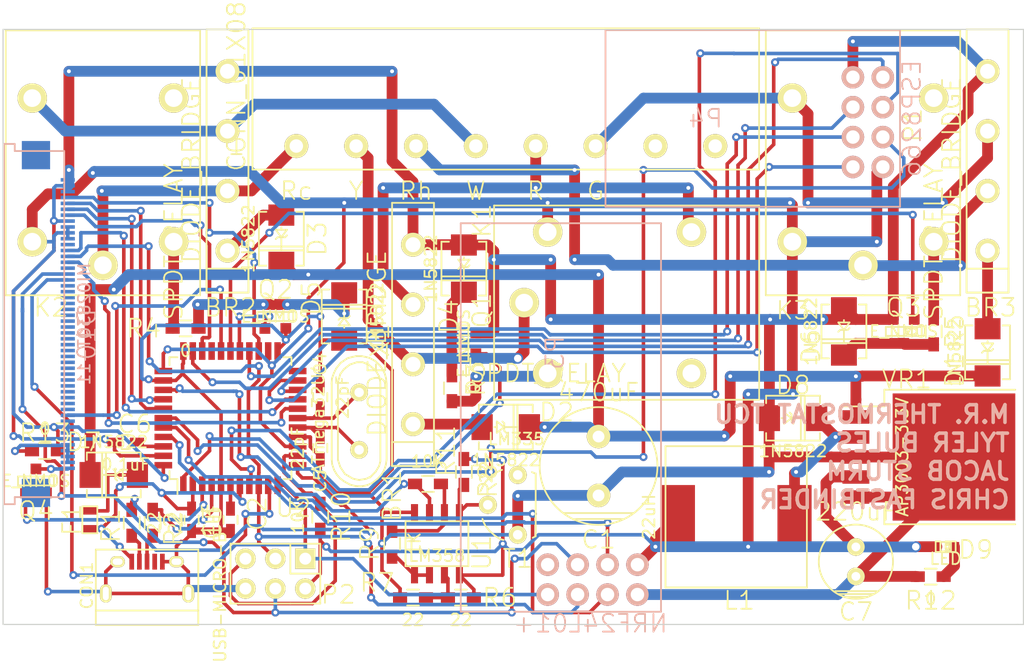
<source format=kicad_pcb>
(kicad_pcb (version 4) (host pcbnew "(2014-12-04 BZR 5312)-product")

  (general
    (links 159)
    (no_connects 0)
    (area 66.497999 20.523999 153.212001 71.170001)
    (thickness 1.6)
    (drawings 7)
    (tracks 996)
    (zones 0)
    (modules 52)
    (nets 95)
  )

  (page A4)
  (layers
    (0 F.Cu signal)
    (31 B.Cu signal)
    (32 B.Adhes user)
    (33 F.Adhes user)
    (34 B.Paste user)
    (35 F.Paste user)
    (36 B.SilkS user)
    (37 F.SilkS user)
    (38 B.Mask user)
    (39 F.Mask user)
    (40 Dwgs.User user)
    (41 Cmts.User user)
    (42 Eco1.User user)
    (43 Eco2.User user)
    (44 Edge.Cuts user)
    (45 Margin user)
    (46 B.CrtYd user)
    (47 F.CrtYd user)
    (48 B.Fab user)
    (49 F.Fab user)
  )

  (setup
    (last_trace_width 0.3048)
    (user_trace_width 0.254)
    (user_trace_width 0.3048)
    (user_trace_width 0.6096)
    (user_trace_width 0.9144)
    (trace_clearance 0.1778)
    (zone_clearance 0.508)
    (zone_45_only no)
    (trace_min 0.254)
    (segment_width 0.2)
    (edge_width 0.1)
    (via_size 0.889)
    (via_drill 0.635)
    (via_min_size 0.6858)
    (via_min_drill 0.3302)
    (user_via 0.6858 0.3302)
    (uvia_size 0.508)
    (uvia_drill 0.127)
    (uvias_allowed no)
    (uvia_min_size 0.508)
    (uvia_min_drill 0.127)
    (pcb_text_width 0.3)
    (pcb_text_size 1.5 1.5)
    (mod_edge_width 0.15)
    (mod_text_size 1.524 1.524)
    (mod_text_width 0.15)
    (pad_size 5.4 3.5)
    (pad_drill 0)
    (pad_to_mask_clearance 0)
    (aux_axis_origin 0 0)
    (visible_elements 7FFEFFFF)
    (pcbplotparams
      (layerselection 0x010f0_80000001)
      (usegerberextensions false)
      (excludeedgelayer true)
      (linewidth 0.100000)
      (plotframeref false)
      (viasonmask false)
      (mode 1)
      (useauxorigin false)
      (hpglpennumber 1)
      (hpglpenspeed 20)
      (hpglpendiameter 15)
      (hpglpenoverlay 2)
      (psnegative false)
      (psa4output false)
      (plotreference true)
      (plotvalue false)
      (plotinvisibletext false)
      (padsonsilk false)
      (subtractmaskfromsilk false)
      (outputformat 1)
      (mirror false)
      (drillshape 0)
      (scaleselection 1)
      (outputdirectory gerbers/))
  )

  (net 0 "")
  (net 1 "Net-(BR1-Pad1)")
  (net 2 "Net-(BR1-Pad2)")
  (net 3 "Net-(BR1-Pad3)")
  (net 4 GND)
  (net 5 "Net-(BR2-Pad1)")
  (net 6 "Net-(BR2-Pad2)")
  (net 7 "Net-(BR2-Pad3)")
  (net 8 "Net-(BR3-Pad1)")
  (net 9 "Net-(BR3-Pad2)")
  (net 10 "Net-(BR3-Pad3)")
  (net 11 "Net-(C1-Pad1)")
  (net 12 "Net-(C2-Pad1)")
  (net 13 /UVCC)
  (net 14 "Net-(C4-Pad1)")
  (net 15 "Net-(C5-Pad1)")
  (net 16 "Net-(C6-Pad2)")
  (net 17 VCC)
  (net 18 "Net-(CON1-Pad2)")
  (net 19 "Net-(CON1-Pad3)")
  (net 20 "Net-(CON1-Pad4)")
  (net 21 "Net-(D4-Pad2)")
  (net 22 "Net-(D5-Pad2)")
  (net 23 "Net-(D6-Pad2)")
  (net 24 "Net-(D7-Pad1)")
  (net 25 "Net-(D8-Pad2)")
  (net 26 "Net-(D9-Pad2)")
  (net 27 "Net-(D10-Pad1)")
  (net 28 "Net-(D10-Pad2)")
  (net 29 /LCD_RESET)
  (net 30 "Net-(D10-Pad11)")
  (net 31 "Net-(D10-Pad12)")
  (net 32 "Net-(D10-Pad13)")
  (net 33 "Net-(D10-Pad14)")
  (net 34 "Net-(D10-Pad15)")
  (net 35 "Net-(D10-Pad16)")
  (net 36 "Net-(D10-Pad17)")
  (net 37 "Net-(D10-Pad18)")
  (net 38 "Net-(D10-Pad19)")
  (net 39 "Net-(D10-Pad20)")
  (net 40 "Net-(D10-Pad21)")
  (net 41 "Net-(D10-Pad22)")
  (net 42 "Net-(D10-Pad23)")
  (net 43 "Net-(D10-Pad24)")
  (net 44 "Net-(D10-Pad25)")
  (net 45 "Net-(D10-Pad26)")
  (net 46 "Net-(D10-Pad27)")
  (net 47 "Net-(D10-Pad28)")
  (net 48 "Net-(D10-Pad29)")
  (net 49 "Net-(D10-Pad30)")
  (net 50 "Net-(D10-Pad31)")
  (net 51 "Net-(D10-Pad32)")
  (net 52 /MISO)
  (net 53 /MOSI)
  (net 54 "Net-(D10-Pad35)")
  (net 55 /D/C)
  (net 56 /SCK)
  (net 57 /LCD_CS)
  (net 58 "Net-(D10-Pad39)")
  (net 59 /X+)
  (net 60 /Y+)
  (net 61 /X-)
  (net 62 /Y-)
  (net 63 "Net-(K1-Pad5)")
  (net 64 "Net-(K1-Pad4)")
  (net 65 "Net-(K2-Pad5)")
  (net 66 "Net-(K2-Pad4)")
  (net 67 "Net-(K3-Pad5)")
  (net 68 "Net-(K3-Pad4)")
  (net 69 "Net-(P1-Pad7)")
  (net 70 "Net-(P1-Pad8)")
  (net 71 /RESET)
  (net 72 /CSN)
  (net 73 "Net-(P3-Pad8)")
  (net 74 /CE)
  (net 75 /TXD)
  (net 76 /CH_PD)
  (net 77 /GPIO2)
  (net 78 /ESP_RESET)
  (net 79 /GPIO0)
  (net 80 /RXD)
  (net 81 /RELAY2)
  (net 82 /RELAY1)
  (net 83 /RELAY3)
  (net 84 /BACKLIGHT)
  (net 85 /D-)
  (net 86 /D+)
  (net 87 "Net-(R6-Pad1)")
  (net 88 "Net-(R8-Pad1)")
  (net 89 "Net-(R9-Pad1)")
  (net 90 "Net-(R11-Pad1)")
  (net 91 /TEMPERATURE)
  (net 92 "Net-(T1-Pad3)")
  (net 93 "Net-(U2-Pad22)")
  (net 94 "Net-(U2-Pad30)")

  (net_class Default "This is the default net class."
    (clearance 0.1778)
    (trace_width 0.254)
    (via_dia 0.889)
    (via_drill 0.635)
    (uvia_dia 0.508)
    (uvia_drill 0.127)
    (add_net /BACKLIGHT)
    (add_net /CE)
    (add_net /CH_PD)
    (add_net /CSN)
    (add_net /D+)
    (add_net /D-)
    (add_net /D/C)
    (add_net /ESP_RESET)
    (add_net /GPIO0)
    (add_net /GPIO2)
    (add_net /LCD_CS)
    (add_net /LCD_RESET)
    (add_net /MISO)
    (add_net /MOSI)
    (add_net /RELAY1)
    (add_net /RELAY2)
    (add_net /RELAY3)
    (add_net /RESET)
    (add_net /RXD)
    (add_net /SCK)
    (add_net /TEMPERATURE)
    (add_net /TXD)
    (add_net /X+)
    (add_net /X-)
    (add_net /Y+)
    (add_net /Y-)
    (add_net "Net-(BR1-Pad1)")
    (add_net "Net-(BR1-Pad2)")
    (add_net "Net-(BR1-Pad3)")
    (add_net "Net-(BR2-Pad1)")
    (add_net "Net-(BR2-Pad2)")
    (add_net "Net-(BR2-Pad3)")
    (add_net "Net-(BR3-Pad1)")
    (add_net "Net-(BR3-Pad2)")
    (add_net "Net-(BR3-Pad3)")
    (add_net "Net-(C1-Pad1)")
    (add_net "Net-(C2-Pad1)")
    (add_net "Net-(C4-Pad1)")
    (add_net "Net-(C5-Pad1)")
    (add_net "Net-(C6-Pad2)")
    (add_net "Net-(CON1-Pad2)")
    (add_net "Net-(CON1-Pad3)")
    (add_net "Net-(CON1-Pad4)")
    (add_net "Net-(D10-Pad1)")
    (add_net "Net-(D10-Pad11)")
    (add_net "Net-(D10-Pad12)")
    (add_net "Net-(D10-Pad13)")
    (add_net "Net-(D10-Pad14)")
    (add_net "Net-(D10-Pad15)")
    (add_net "Net-(D10-Pad16)")
    (add_net "Net-(D10-Pad17)")
    (add_net "Net-(D10-Pad18)")
    (add_net "Net-(D10-Pad19)")
    (add_net "Net-(D10-Pad2)")
    (add_net "Net-(D10-Pad20)")
    (add_net "Net-(D10-Pad21)")
    (add_net "Net-(D10-Pad22)")
    (add_net "Net-(D10-Pad23)")
    (add_net "Net-(D10-Pad24)")
    (add_net "Net-(D10-Pad25)")
    (add_net "Net-(D10-Pad26)")
    (add_net "Net-(D10-Pad27)")
    (add_net "Net-(D10-Pad28)")
    (add_net "Net-(D10-Pad29)")
    (add_net "Net-(D10-Pad30)")
    (add_net "Net-(D10-Pad31)")
    (add_net "Net-(D10-Pad32)")
    (add_net "Net-(D10-Pad35)")
    (add_net "Net-(D10-Pad39)")
    (add_net "Net-(D4-Pad2)")
    (add_net "Net-(D5-Pad2)")
    (add_net "Net-(D6-Pad2)")
    (add_net "Net-(D7-Pad1)")
    (add_net "Net-(D8-Pad2)")
    (add_net "Net-(D9-Pad2)")
    (add_net "Net-(K1-Pad4)")
    (add_net "Net-(K1-Pad5)")
    (add_net "Net-(K2-Pad4)")
    (add_net "Net-(K2-Pad5)")
    (add_net "Net-(K3-Pad4)")
    (add_net "Net-(K3-Pad5)")
    (add_net "Net-(P1-Pad7)")
    (add_net "Net-(P1-Pad8)")
    (add_net "Net-(P3-Pad8)")
    (add_net "Net-(R11-Pad1)")
    (add_net "Net-(R6-Pad1)")
    (add_net "Net-(R8-Pad1)")
    (add_net "Net-(R9-Pad1)")
    (add_net "Net-(T1-Pad3)")
    (add_net "Net-(U2-Pad22)")
    (add_net "Net-(U2-Pad30)")
  )

  (net_class power ""
    (clearance 0.1778)
    (trace_width 0.6096)
    (via_dia 0.889)
    (via_drill 0.635)
    (uvia_dia 0.508)
    (uvia_drill 0.127)
    (add_net /UVCC)
    (add_net GND)
    (add_net VCC)
  )

  (module Housings_QFP:TQFP-44_10x10mm_Pitch0.8mm (layer F.Cu) (tedit 54CE9141) (tstamp 54CA6AB1)
    (at 85.852 53.594 90)
    (descr "44-Lead Plastic Thin Quad Flatpack (PT) - 10x10x1.0 mm Body [TQFP] (see Microchip Packaging Specification 00000049BS.pdf)")
    (tags "QFP 0.8")
    (path /54A36652)
    (attr smd)
    (fp_text reference U2 (at -7.62 5.334 180) (layer F.SilkS)
      (effects (font (thickness 0.15)))
    )
    (fp_text value ATmega32U4 (at 0 7.45 90) (layer F.SilkS)
      (effects (font (size 1 1) (thickness 0.15)))
    )
    (fp_line (start -6.7 -6.7) (end -6.7 6.7) (layer F.CrtYd) (width 0.05))
    (fp_line (start 6.7 -6.7) (end 6.7 6.7) (layer F.CrtYd) (width 0.05))
    (fp_line (start -6.7 -6.7) (end 6.7 -6.7) (layer F.CrtYd) (width 0.05))
    (fp_line (start -6.7 6.7) (end 6.7 6.7) (layer F.CrtYd) (width 0.05))
    (fp_line (start -5.175 -5.175) (end -5.175 -4.5) (layer F.SilkS) (width 0.15))
    (fp_line (start 5.175 -5.175) (end 5.175 -4.5) (layer F.SilkS) (width 0.15))
    (fp_line (start 5.175 5.175) (end 5.175 4.5) (layer F.SilkS) (width 0.15))
    (fp_line (start -5.175 5.175) (end -5.175 4.5) (layer F.SilkS) (width 0.15))
    (fp_line (start -5.175 -5.175) (end -4.5 -5.175) (layer F.SilkS) (width 0.15))
    (fp_line (start -5.175 5.175) (end -4.5 5.175) (layer F.SilkS) (width 0.15))
    (fp_line (start 5.175 5.175) (end 4.5 5.175) (layer F.SilkS) (width 0.15))
    (fp_line (start 5.175 -5.175) (end 4.5 -5.175) (layer F.SilkS) (width 0.15))
    (fp_line (start -5.175 -4.5) (end -6.45 -4.5) (layer F.SilkS) (width 0.15))
    (pad 1 smd rect (at -5.7 -4 90) (size 1.5 0.55) (layers F.Cu F.Paste F.Mask)
      (net 81 /RELAY2))
    (pad 2 smd rect (at -5.7 -3.2 90) (size 1.5 0.55) (layers F.Cu F.Paste F.Mask)
      (net 13 /UVCC))
    (pad 3 smd rect (at -5.7 -2.4 90) (size 1.5 0.55) (layers F.Cu F.Paste F.Mask)
      (net 85 /D-))
    (pad 4 smd rect (at -5.7 -1.6 90) (size 1.5 0.55) (layers F.Cu F.Paste F.Mask)
      (net 86 /D+))
    (pad 5 smd rect (at -5.7 -0.8 90) (size 1.5 0.55) (layers F.Cu F.Paste F.Mask)
      (net 4 GND))
    (pad 6 smd rect (at -5.7 0 90) (size 1.5 0.55) (layers F.Cu F.Paste F.Mask)
      (net 12 "Net-(C2-Pad1)"))
    (pad 7 smd rect (at -5.7 0.8 90) (size 1.5 0.55) (layers F.Cu F.Paste F.Mask)
      (net 13 /UVCC))
    (pad 8 smd rect (at -5.7 1.6 90) (size 1.5 0.55) (layers F.Cu F.Paste F.Mask)
      (net 76 /CH_PD))
    (pad 9 smd rect (at -5.7 2.4 90) (size 1.5 0.55) (layers F.Cu F.Paste F.Mask)
      (net 56 /SCK))
    (pad 10 smd rect (at -5.7 3.2 90) (size 1.5 0.55) (layers F.Cu F.Paste F.Mask)
      (net 53 /MOSI))
    (pad 11 smd rect (at -5.7 4 90) (size 1.5 0.55) (layers F.Cu F.Paste F.Mask)
      (net 52 /MISO))
    (pad 12 smd rect (at -4 5.7 180) (size 1.5 0.55) (layers F.Cu F.Paste F.Mask)
      (net 84 /BACKLIGHT))
    (pad 13 smd rect (at -3.2 5.7 180) (size 1.5 0.55) (layers F.Cu F.Paste F.Mask)
      (net 71 /RESET))
    (pad 14 smd rect (at -2.4 5.7 180) (size 1.5 0.55) (layers F.Cu F.Paste F.Mask)
      (net 17 VCC))
    (pad 15 smd rect (at -1.6 5.7 180) (size 1.5 0.55) (layers F.Cu F.Paste F.Mask)
      (net 4 GND))
    (pad 16 smd rect (at -0.8 5.7 180) (size 1.5 0.55) (layers F.Cu F.Paste F.Mask)
      (net 15 "Net-(C5-Pad1)"))
    (pad 17 smd rect (at 0 5.7 180) (size 1.5 0.55) (layers F.Cu F.Paste F.Mask)
      (net 14 "Net-(C4-Pad1)"))
    (pad 18 smd rect (at 0.8 5.7 180) (size 1.5 0.55) (layers F.Cu F.Paste F.Mask)
      (net 55 /D/C))
    (pad 19 smd rect (at 1.6 5.7 180) (size 1.5 0.55) (layers F.Cu F.Paste F.Mask)
      (net 57 /LCD_CS))
    (pad 20 smd rect (at 2.4 5.7 180) (size 1.5 0.55) (layers F.Cu F.Paste F.Mask)
      (net 75 /TXD))
    (pad 21 smd rect (at 3.2 5.7 180) (size 1.5 0.55) (layers F.Cu F.Paste F.Mask)
      (net 80 /RXD))
    (pad 22 smd rect (at 4 5.7 180) (size 1.5 0.55) (layers F.Cu F.Paste F.Mask)
      (net 93 "Net-(U2-Pad22)"))
    (pad 23 smd rect (at 5.7 4 90) (size 1.5 0.55) (layers F.Cu F.Paste F.Mask)
      (net 4 GND))
    (pad 24 smd rect (at 5.7 3.2 90) (size 1.5 0.55) (layers F.Cu F.Paste F.Mask)
      (net 17 VCC))
    (pad 25 smd rect (at 5.7 2.4 90) (size 1.5 0.55) (layers F.Cu F.Paste F.Mask)
      (net 62 /Y-))
    (pad 26 smd rect (at 5.7 1.6 90) (size 1.5 0.55) (layers F.Cu F.Paste F.Mask)
      (net 79 /GPIO0))
    (pad 27 smd rect (at 5.7 0.8 90) (size 1.5 0.55) (layers F.Cu F.Paste F.Mask)
      (net 82 /RELAY1))
    (pad 28 smd rect (at 5.7 0 90) (size 1.5 0.55) (layers F.Cu F.Paste F.Mask)
      (net 83 /RELAY3))
    (pad 29 smd rect (at 5.7 -0.8 90) (size 1.5 0.55) (layers F.Cu F.Paste F.Mask)
      (net 29 /LCD_RESET))
    (pad 30 smd rect (at 5.7 -1.6 90) (size 1.5 0.55) (layers F.Cu F.Paste F.Mask)
      (net 94 "Net-(U2-Pad30)"))
    (pad 31 smd rect (at 5.7 -2.4 90) (size 1.5 0.55) (layers F.Cu F.Paste F.Mask)
      (net 59 /X+))
    (pad 32 smd rect (at 5.7 -3.2 90) (size 1.5 0.55) (layers F.Cu F.Paste F.Mask)
      (net 77 /GPIO2))
    (pad 33 smd rect (at 5.7 -4 90) (size 1.5 0.55) (layers F.Cu F.Paste F.Mask)
      (net 4 GND))
    (pad 34 smd rect (at 4 -5.7 180) (size 1.5 0.55) (layers F.Cu F.Paste F.Mask)
      (net 17 VCC))
    (pad 35 smd rect (at 3.2 -5.7 180) (size 1.5 0.55) (layers F.Cu F.Paste F.Mask)
      (net 4 GND))
    (pad 36 smd rect (at 2.4 -5.7 180) (size 1.5 0.55) (layers F.Cu F.Paste F.Mask)
      (net 91 /TEMPERATURE))
    (pad 37 smd rect (at 1.6 -5.7 180) (size 1.5 0.55) (layers F.Cu F.Paste F.Mask)
      (net 60 /Y+))
    (pad 38 smd rect (at 0.8 -5.7 180) (size 1.5 0.55) (layers F.Cu F.Paste F.Mask)
      (net 61 /X-))
    (pad 39 smd rect (at 0 -5.7 180) (size 1.5 0.55) (layers F.Cu F.Paste F.Mask)
      (net 78 /ESP_RESET))
    (pad 40 smd rect (at -0.8 -5.7 180) (size 1.5 0.55) (layers F.Cu F.Paste F.Mask)
      (net 74 /CE))
    (pad 41 smd rect (at -1.6 -5.7 180) (size 1.5 0.55) (layers F.Cu F.Paste F.Mask)
      (net 72 /CSN))
    (pad 42 smd rect (at -2.4 -5.7 180) (size 1.5 0.55) (layers F.Cu F.Paste F.Mask)
      (net 16 "Net-(C6-Pad2)"))
    (pad 43 smd rect (at -3.2 -5.7 180) (size 1.5 0.55) (layers F.Cu F.Paste F.Mask)
      (net 4 GND))
    (pad 44 smd rect (at -4 -5.7 180) (size 1.5 0.55) (layers F.Cu F.Paste F.Mask)
      (net 17 VCC))
    (model Housings_QFP/TQFP-44_10x10mm_Pitch0.8mm.wrl
      (at (xyz 0 0 0))
      (scale (xyz 1 1 1))
      (rotate (xyz 0 0 0))
    )
  )

  (module "Wireless modules:NRF24L01+" (layer B.Cu) (tedit 54C40165) (tstamp 54CA7A3F)
    (at 120.396 66.04 270)
    (path /54B50F30)
    (fp_text reference P3 (at -18 7 270) (layer B.SilkS)
      (effects (font (size 1.5 1.5) (thickness 0.15)) (justify mirror))
    )
    (fp_text value NRF24L01+ (at 5 4 540) (layer B.SilkS)
      (effects (font (size 1.5 1.5) (thickness 0.15)) (justify mirror))
    )
    (fp_line (start -29 -2) (end 4 -2) (layer B.SilkS) (width 0.15))
    (fp_line (start -29 15) (end -29 -2) (layer B.SilkS) (width 0.15))
    (fp_line (start 4 15) (end -29 15) (layer B.SilkS) (width 0.15))
    (fp_line (start 4 -2) (end 4 15) (layer B.SilkS) (width 0.15))
    (pad 2 thru_hole circle (at 0 0 270) (size 1.905 1.905) (drill 1.143) (layers *.Cu *.Mask B.SilkS)
      (net 17 VCC))
    (pad 4 thru_hole circle (at 0 2.54 270) (size 1.905 1.905) (drill 1.143) (layers *.Cu *.Mask B.SilkS)
      (net 72 /CSN))
    (pad 6 thru_hole circle (at 0 5.08 270) (size 1.905 1.905) (drill 1.143) (layers *.Cu *.Mask B.SilkS)
      (net 53 /MOSI))
    (pad 8 thru_hole circle (at 0 7.62 270) (size 1.905 1.905) (drill 1.143) (layers *.Cu *.Mask B.SilkS)
      (net 73 "Net-(P3-Pad8)"))
    (pad 1 thru_hole circle (at 2.54 0 270) (size 1.905 1.905) (drill 1.143) (layers *.Cu *.Mask B.SilkS)
      (net 4 GND))
    (pad 3 thru_hole circle (at 2.54 2.54 270) (size 1.905 1.905) (drill 1.143) (layers *.Cu *.Mask B.SilkS)
      (net 74 /CE))
    (pad 5 thru_hole circle (at 2.54 5.08 270) (size 1.905 1.905) (drill 1.143) (layers *.Cu *.Mask B.SilkS)
      (net 56 /SCK))
    (pad 7 thru_hole circle (at 2.54 7.62 270) (size 1.905 1.905) (drill 1.143) (layers *.Cu *.Mask B.SilkS)
      (net 52 /MISO))
  )

  (module Crystals:Crystal_HC49-U_Vertical (layer F.Cu) (tedit 54CE92D8) (tstamp 54CA69FB)
    (at 96.774 53.848 270)
    (descr "Crystal, Quarz, HC49/U, vertical, stehend,")
    (tags "Crystal, Quarz, HC49/U, vertical, stehend,")
    (path /54B48B6A)
    (fp_text reference X1 (at -6.858 -1.778 270) (layer F.SilkS)
      (effects (font (thickness 0.15)))
    )
    (fp_text value 16MHz (at 0 3.81 270) (layer F.SilkS) hide
      (effects (font (size 1 1) (thickness 0.15)))
    )
    (fp_line (start 4.699 -1.00076) (end 4.89966 -0.59944) (layer F.SilkS) (width 0.15))
    (fp_line (start 4.89966 -0.59944) (end 5.00126 0) (layer F.SilkS) (width 0.15))
    (fp_line (start 5.00126 0) (end 4.89966 0.50038) (layer F.SilkS) (width 0.15))
    (fp_line (start 4.89966 0.50038) (end 4.50088 1.19888) (layer F.SilkS) (width 0.15))
    (fp_line (start 4.50088 1.19888) (end 3.8989 1.6002) (layer F.SilkS) (width 0.15))
    (fp_line (start 3.8989 1.6002) (end 3.29946 1.80086) (layer F.SilkS) (width 0.15))
    (fp_line (start 3.29946 1.80086) (end -3.29946 1.80086) (layer F.SilkS) (width 0.15))
    (fp_line (start -3.29946 1.80086) (end -4.0005 1.6002) (layer F.SilkS) (width 0.15))
    (fp_line (start -4.0005 1.6002) (end -4.39928 1.30048) (layer F.SilkS) (width 0.15))
    (fp_line (start -4.39928 1.30048) (end -4.8006 0.8001) (layer F.SilkS) (width 0.15))
    (fp_line (start -4.8006 0.8001) (end -5.00126 0.20066) (layer F.SilkS) (width 0.15))
    (fp_line (start -5.00126 0.20066) (end -5.00126 -0.29972) (layer F.SilkS) (width 0.15))
    (fp_line (start -5.00126 -0.29972) (end -4.8006 -0.8001) (layer F.SilkS) (width 0.15))
    (fp_line (start -4.8006 -0.8001) (end -4.30022 -1.39954) (layer F.SilkS) (width 0.15))
    (fp_line (start -4.30022 -1.39954) (end -3.79984 -1.69926) (layer F.SilkS) (width 0.15))
    (fp_line (start -3.79984 -1.69926) (end -3.29946 -1.80086) (layer F.SilkS) (width 0.15))
    (fp_line (start -3.2004 -1.80086) (end 3.40106 -1.80086) (layer F.SilkS) (width 0.15))
    (fp_line (start 3.40106 -1.80086) (end 3.79984 -1.69926) (layer F.SilkS) (width 0.15))
    (fp_line (start 3.79984 -1.69926) (end 4.30022 -1.39954) (layer F.SilkS) (width 0.15))
    (fp_line (start 4.30022 -1.39954) (end 4.8006 -0.89916) (layer F.SilkS) (width 0.15))
    (fp_line (start -3.19024 -2.32918) (end -3.64998 -2.28092) (layer F.SilkS) (width 0.15))
    (fp_line (start -3.64998 -2.28092) (end -4.04876 -2.16916) (layer F.SilkS) (width 0.15))
    (fp_line (start -4.04876 -2.16916) (end -4.48056 -1.95072) (layer F.SilkS) (width 0.15))
    (fp_line (start -4.48056 -1.95072) (end -4.77012 -1.71958) (layer F.SilkS) (width 0.15))
    (fp_line (start -4.77012 -1.71958) (end -5.10032 -1.36906) (layer F.SilkS) (width 0.15))
    (fp_line (start -5.10032 -1.36906) (end -5.38988 -0.83058) (layer F.SilkS) (width 0.15))
    (fp_line (start -5.38988 -0.83058) (end -5.51942 -0.23114) (layer F.SilkS) (width 0.15))
    (fp_line (start -5.51942 -0.23114) (end -5.51942 0.2794) (layer F.SilkS) (width 0.15))
    (fp_line (start -5.51942 0.2794) (end -5.34924 0.98044) (layer F.SilkS) (width 0.15))
    (fp_line (start -5.34924 0.98044) (end -4.95046 1.56972) (layer F.SilkS) (width 0.15))
    (fp_line (start -4.95046 1.56972) (end -4.49072 1.94056) (layer F.SilkS) (width 0.15))
    (fp_line (start -4.49072 1.94056) (end -4.06908 2.14884) (layer F.SilkS) (width 0.15))
    (fp_line (start -4.06908 2.14884) (end -3.6195 2.30886) (layer F.SilkS) (width 0.15))
    (fp_line (start -3.6195 2.30886) (end -3.18008 2.33934) (layer F.SilkS) (width 0.15))
    (fp_line (start 4.16052 2.1209) (end 4.53898 1.89992) (layer F.SilkS) (width 0.15))
    (fp_line (start 4.53898 1.89992) (end 4.85902 1.62052) (layer F.SilkS) (width 0.15))
    (fp_line (start 4.85902 1.62052) (end 5.11048 1.29032) (layer F.SilkS) (width 0.15))
    (fp_line (start 5.11048 1.29032) (end 5.4102 0.73914) (layer F.SilkS) (width 0.15))
    (fp_line (start 5.4102 0.73914) (end 5.51942 0.26924) (layer F.SilkS) (width 0.15))
    (fp_line (start 5.51942 0.26924) (end 5.53974 -0.1905) (layer F.SilkS) (width 0.15))
    (fp_line (start 5.53974 -0.1905) (end 5.45084 -0.65024) (layer F.SilkS) (width 0.15))
    (fp_line (start 5.45084 -0.65024) (end 5.26034 -1.09982) (layer F.SilkS) (width 0.15))
    (fp_line (start 5.26034 -1.09982) (end 4.89966 -1.56972) (layer F.SilkS) (width 0.15))
    (fp_line (start 4.89966 -1.56972) (end 4.54914 -1.88976) (layer F.SilkS) (width 0.15))
    (fp_line (start 4.54914 -1.88976) (end 4.16052 -2.1209) (layer F.SilkS) (width 0.15))
    (fp_line (start 4.16052 -2.1209) (end 3.73126 -2.2606) (layer F.SilkS) (width 0.15))
    (fp_line (start 3.73126 -2.2606) (end 3.2893 -2.32918) (layer F.SilkS) (width 0.15))
    (fp_line (start -3.2004 2.32918) (end 3.2512 2.32918) (layer F.SilkS) (width 0.15))
    (fp_line (start 3.2512 2.32918) (end 3.6703 2.29108) (layer F.SilkS) (width 0.15))
    (fp_line (start 3.6703 2.29108) (end 4.16052 2.1209) (layer F.SilkS) (width 0.15))
    (fp_line (start -3.2004 -2.32918) (end 3.2512 -2.32918) (layer F.SilkS) (width 0.15))
    (pad 1 thru_hole circle (at -2.44094 0 270) (size 1.50114 1.50114) (drill 0.8001) (layers *.Cu *.Mask F.SilkS)
      (net 14 "Net-(C4-Pad1)"))
    (pad 2 thru_hole circle (at 2.44094 0 270) (size 1.50114 1.50114) (drill 0.8001) (layers *.Cu *.Mask F.SilkS)
      (net 15 "Net-(C5-Pad1)"))
  )

  (module "Capacitor Polarized:CAP_POL_10" (layer F.Cu) (tedit 54C1751F) (tstamp 54C93FF2)
    (at 117.094 57.658 180)
    (path /54B684EE)
    (fp_text reference C1 (at 0 -6.25 180) (layer F.SilkS)
      (effects (font (size 1.5 1.5) (thickness 0.15)))
    )
    (fp_text value 470uF (at 0 6.25 180) (layer F.SilkS)
      (effects (font (size 1.5 1.5) (thickness 0.15)))
    )
    (fp_line (start 3 -4) (end -3 -4) (layer F.SilkS) (width 0.15))
    (fp_line (start -2 -4.5) (end 2 -4.5) (layer F.SilkS) (width 0.15))
    (fp_circle (center 0 0) (end 5 0) (layer F.SilkS) (width 0.15))
    (pad 2 thru_hole circle (at 0 -2.5 180) (size 2 2) (drill 1) (layers *.Cu *.Mask F.SilkS)
      (net 4 GND))
    (pad 1 thru_hole circle (at 0 2.5 180) (size 2 2) (drill 1) (layers *.Cu *.Mask F.SilkS)
      (net 11 "Net-(C1-Pad1)"))
  )

  (module "Wireless modules:ESP8266" (layer B.Cu) (tedit 54C40313) (tstamp 54CDB363)
    (at 138.684 24.638)
    (path /54B50F87)
    (fp_text reference P4 (at -12.5 3.5) (layer B.SilkS)
      (effects (font (size 1.5 1.5) (thickness 0.15)) (justify mirror))
    )
    (fp_text value ESP8266 (at 5 3.5 270) (layer B.SilkS)
      (effects (font (size 1.5 1.5) (thickness 0.15)) (justify mirror))
    )
    (fp_line (start 4 -4) (end -21 -4) (layer B.SilkS) (width 0.15))
    (fp_line (start 4 11) (end 4 -4) (layer B.SilkS) (width 0.15))
    (fp_line (start -21 11) (end 4 11) (layer B.SilkS) (width 0.15))
    (fp_line (start -21 -4) (end -21 11) (layer B.SilkS) (width 0.15))
    (pad 1 thru_hole circle (at 2.54 0) (size 1.905 1.905) (drill 1.143) (layers *.Cu *.Mask B.SilkS)
      (net 75 /TXD))
    (pad 2 thru_hole circle (at 0 0) (size 1.905 1.905) (drill 1.143) (layers *.Cu *.Mask B.SilkS)
      (net 4 GND))
    (pad 3 thru_hole circle (at 2.54 2.54) (size 1.905 1.905) (drill 1.143) (layers *.Cu *.Mask B.SilkS)
      (net 76 /CH_PD))
    (pad 4 thru_hole circle (at 0 2.54) (size 1.905 1.905) (drill 1.143) (layers *.Cu *.Mask B.SilkS)
      (net 77 /GPIO2))
    (pad 5 thru_hole circle (at 2.54 5.08) (size 1.905 1.905) (drill 1.143) (layers *.Cu *.Mask B.SilkS)
      (net 78 /ESP_RESET))
    (pad 6 thru_hole circle (at 0 5.08) (size 1.905 1.905) (drill 1.143) (layers *.Cu *.Mask B.SilkS)
      (net 79 /GPIO0))
    (pad 7 thru_hole circle (at 2.54 7.62) (size 1.905 1.905) (drill 1.143) (layers *.Cu *.Mask B.SilkS)
      (net 17 VCC))
    (pad 8 thru_hole circle (at 0 7.62) (size 1.905 1.905) (drill 1.143) (layers *.Cu *.Mask B.SilkS)
      (net 80 /RXD))
  )

  (module SMD_Packages:DO-214-AA_SMB (layer F.Cu) (tedit 54CE92F5) (tstamp 54C94053)
    (at 133.604 53.594)
    (descr "DO-214AA (SMB)  PACKAGE.")
    (tags "DO-214AA SMB")
    (path /54B69420)
    (attr smd)
    (fp_text reference D8 (at 0 -2.794) (layer F.SilkS)
      (effects (font (thickness 0.15)))
    )
    (fp_text value 1N5822 (at 0 2.79908) (layer F.SilkS)
      (effects (font (size 1 1) (thickness 0.15)))
    )
    (fp_line (start -0.762 0) (end -0.9652 0) (layer F.SilkS) (width 0.15))
    (fp_line (start -2.286 -1.905) (end 2.286 -1.905) (layer F.SilkS) (width 0.15))
    (fp_line (start 2.286 -1.905) (end 2.286 -1.27) (layer F.SilkS) (width 0.15))
    (fp_line (start 0.6604 1.905) (end 0.6604 -1.905) (layer F.SilkS) (width 0.15))
    (fp_line (start 0.9906 1.905) (end 0.9906 -1.905) (layer F.SilkS) (width 0.15))
    (fp_line (start -2.286 1.27) (end -2.286 1.905) (layer F.SilkS) (width 0.15))
    (fp_line (start -2.286 1.905) (end 2.286 1.905) (layer F.SilkS) (width 0.15))
    (fp_line (start 2.286 1.905) (end 2.286 1.27) (layer F.SilkS) (width 0.15))
    (fp_line (start -2.286 -1.27) (end -2.286 -1.905) (layer F.SilkS) (width 0.15))
    (fp_line (start -0.127 0) (end -0.762 -0.47498) (layer F.SilkS) (width 0.15))
    (fp_line (start -0.762 -0.47498) (end -0.762 0) (layer F.SilkS) (width 0.15))
    (fp_line (start -0.762 0) (end -0.762 0.47498) (layer F.SilkS) (width 0.15))
    (fp_line (start -0.762 0.47498) (end -0.127 0) (layer F.SilkS) (width 0.15))
    (fp_line (start -0.127 0) (end -0.127 -0.3175) (layer F.SilkS) (width 0.15))
    (fp_line (start -0.127 -0.3175) (end -0.28448 -0.47498) (layer F.SilkS) (width 0.15))
    (fp_line (start -0.127 0) (end -0.127 0.3175) (layer F.SilkS) (width 0.15))
    (fp_line (start -0.127 0.3175) (end 0.03048 0.47498) (layer F.SilkS) (width 0.15))
    (fp_line (start -0.127 0) (end 0.98298 0) (layer F.SilkS) (width 0.15))
    (pad 1 smd rect (at -2.0066 0) (size 1.80086 2.19964) (layers F.Cu F.Paste F.Mask)
      (net 4 GND))
    (pad 2 smd rect (at 2.0066 0) (size 1.80086 2.19964) (layers F.Cu F.Paste F.Mask)
      (net 25 "Net-(D8-Pad2)"))
    (model SMD_Packages/DO-214-AA_SMB.wrl
      (at (xyz 0 0 0))
      (scale (xyz 1 1 1))
      (rotate (xyz 0 0 0))
    )
  )

  (module Inductor:SMD_Inductor (layer F.Cu) (tedit 54CE91C2) (tstamp 54C99BB3)
    (at 128.778 61.976 270)
    (path /54B69493)
    (fp_text reference L1 (at 7.112 -0.254 360) (layer F.SilkS)
      (effects (font (thickness 0.15)))
    )
    (fp_text value 22uH (at 0 7.4 270) (layer F.SilkS)
      (effects (font (size 1 1) (thickness 0.15)))
    )
    (fp_line (start -6 -6) (end 6 -6) (layer F.SilkS) (width 0.15))
    (fp_line (start 6 -6) (end 6 6) (layer F.SilkS) (width 0.15))
    (fp_line (start 6 6) (end -6 6) (layer F.SilkS) (width 0.15))
    (fp_line (start -6 6) (end -6 -6) (layer F.SilkS) (width 0.15))
    (pad 1 smd rect (at 0 -4.95 270) (size 5.4 2.9) (layers F.Cu F.Paste F.Mask)
      (net 25 "Net-(D8-Pad2)"))
    (pad 2 smd rect (at 0 4.95 270) (size 5.4 2.9) (layers F.Cu F.Paste F.Mask)
      (net 17 VCC))
  )

  (module "Capacitor Polarized:CAP_POL_6.3" (layer F.Cu) (tedit 54C1784B) (tstamp 54C99BA8)
    (at 138.938 65.786 180)
    (path /54B685AF)
    (fp_text reference C7 (at 0 -4.25 180) (layer F.SilkS)
      (effects (font (size 1.5 1.5) (thickness 0.15)))
    )
    (fp_text value 220uF (at 0 4.25 180) (layer F.SilkS)
      (effects (font (size 1.5 1.5) (thickness 0.15)))
    )
    (fp_line (start -1.75 -2.5) (end 1.75 -2.5) (layer F.SilkS) (width 0.15))
    (fp_line (start 1.5 -2.75) (end -1.5 -2.75) (layer F.SilkS) (width 0.15))
    (fp_line (start -1 -3) (end 1 -3) (layer F.SilkS) (width 0.15))
    (fp_circle (center 0 0) (end 3.15 0) (layer F.SilkS) (width 0.15))
    (pad 2 thru_hole circle (at 0 -1.25 180) (size 1.5 1.5) (drill 0.75) (layers *.Cu *.Mask F.SilkS)
      (net 4 GND))
    (pad 1 thru_hole circle (at 0 1.25 180) (size 1.5 1.5) (drill 0.75) (layers *.Cu *.Mask F.SilkS)
      (net 17 VCC))
  )

  (module Resistors_SMD:R_0603_HandSoldering (layer F.Cu) (tedit 54CE91CF) (tstamp 54C94521)
    (at 145.288 67.056)
    (descr "Resistor SMD 0603, hand soldering")
    (tags "resistor 0603")
    (path /54B6B7E7)
    (attr smd)
    (fp_text reference R12 (at 0 2.032) (layer F.SilkS)
      (effects (font (thickness 0.15)))
    )
    (fp_text value 0 (at 0 1.9) (layer F.SilkS)
      (effects (font (size 1 1) (thickness 0.15)))
    )
    (fp_line (start -2 -0.8) (end 2 -0.8) (layer F.CrtYd) (width 0.05))
    (fp_line (start -2 0.8) (end 2 0.8) (layer F.CrtYd) (width 0.05))
    (fp_line (start -2 -0.8) (end -2 0.8) (layer F.CrtYd) (width 0.05))
    (fp_line (start 2 -0.8) (end 2 0.8) (layer F.CrtYd) (width 0.05))
    (fp_line (start 0.5 0.675) (end -0.5 0.675) (layer F.SilkS) (width 0.15))
    (fp_line (start -0.5 -0.675) (end 0.5 -0.675) (layer F.SilkS) (width 0.15))
    (pad 1 smd rect (at -1.1 0) (size 1.2 0.9) (layers F.Cu F.Paste F.Mask)
      (net 4 GND))
    (pad 2 smd rect (at 1.1 0) (size 1.2 0.9) (layers F.Cu F.Paste F.Mask)
      (net 26 "Net-(D9-Pad2)"))
    (model Resistors_SMD/R_0603_HandSoldering.wrl
      (at (xyz 0 0 0))
      (scale (xyz 1 1 1))
      (rotate (xyz 0 0 0))
    )
  )

  (module LEDs:LED-0603 (layer F.Cu) (tedit 54CE91DF) (tstamp 54C94059)
    (at 146.558 64.516)
    (descr "LED 0603 smd package")
    (tags "LED led 0603 SMD smd SMT smt smdled SMDLED smtled SMTLED")
    (path /54B6B732)
    (attr smd)
    (fp_text reference D9 (at 2.54 0.254) (layer F.SilkS)
      (effects (font (thickness 0.15)))
    )
    (fp_text value LED (at 0 1.016) (layer F.SilkS)
      (effects (font (size 1 1) (thickness 0.15)))
    )
    (fp_line (start 0.44958 -0.44958) (end 0.44958 0.44958) (layer F.SilkS) (width 0.15))
    (fp_line (start 0.44958 0.44958) (end 0.84836 0.44958) (layer F.SilkS) (width 0.15))
    (fp_line (start 0.84836 -0.44958) (end 0.84836 0.44958) (layer F.SilkS) (width 0.15))
    (fp_line (start 0.44958 -0.44958) (end 0.84836 -0.44958) (layer F.SilkS) (width 0.15))
    (fp_line (start -0.84836 -0.44958) (end -0.84836 0.44958) (layer F.SilkS) (width 0.15))
    (fp_line (start -0.84836 0.44958) (end -0.44958 0.44958) (layer F.SilkS) (width 0.15))
    (fp_line (start -0.44958 -0.44958) (end -0.44958 0.44958) (layer F.SilkS) (width 0.15))
    (fp_line (start -0.84836 -0.44958) (end -0.44958 -0.44958) (layer F.SilkS) (width 0.15))
    (fp_line (start 0 -0.44958) (end 0 -0.29972) (layer F.SilkS) (width 0.15))
    (fp_line (start 0 -0.29972) (end 0.29972 -0.29972) (layer F.SilkS) (width 0.15))
    (fp_line (start 0.29972 -0.44958) (end 0.29972 -0.29972) (layer F.SilkS) (width 0.15))
    (fp_line (start 0 -0.44958) (end 0.29972 -0.44958) (layer F.SilkS) (width 0.15))
    (fp_line (start 0 0.29972) (end 0 0.44958) (layer F.SilkS) (width 0.15))
    (fp_line (start 0 0.44958) (end 0.29972 0.44958) (layer F.SilkS) (width 0.15))
    (fp_line (start 0.29972 0.29972) (end 0.29972 0.44958) (layer F.SilkS) (width 0.15))
    (fp_line (start 0 0.29972) (end 0.29972 0.29972) (layer F.SilkS) (width 0.15))
    (fp_line (start 0 -0.14986) (end 0 0.14986) (layer F.SilkS) (width 0.15))
    (fp_line (start 0 0.14986) (end 0.29972 0.14986) (layer F.SilkS) (width 0.15))
    (fp_line (start 0.29972 -0.14986) (end 0.29972 0.14986) (layer F.SilkS) (width 0.15))
    (fp_line (start 0 -0.14986) (end 0.29972 -0.14986) (layer F.SilkS) (width 0.15))
    (fp_line (start 0.44958 -0.39878) (end -0.44958 -0.39878) (layer F.SilkS) (width 0.15))
    (fp_line (start 0.44958 0.39878) (end -0.44958 0.39878) (layer F.SilkS) (width 0.15))
    (pad 1 smd rect (at -0.7493 0) (size 0.79756 0.79756) (layers F.Cu F.Paste F.Mask)
      (net 17 VCC))
    (pad 2 smd rect (at 0.7493 0) (size 0.79756 0.79756) (layers F.Cu F.Paste F.Mask)
      (net 26 "Net-(D9-Pad2)"))
  )

  (module SMD_Packages:TO-263-5_HandSoldering (layer F.Cu) (tedit 54CE931C) (tstamp 54C99C8C)
    (at 138.938 56.896 270)
    (path /54B6871B)
    (attr smd)
    (fp_text reference VR1 (at -6.604 -4.318 360) (layer F.SilkS)
      (effects (font (thickness 0.15)))
    )
    (fp_text value AP3003-3.3V (at 0 -3.937 270) (layer F.SilkS)
      (effects (font (size 1 1) (thickness 0.15)))
    )
    (fp_line (start 4.30022 -2.413) (end 5.715 -2.413) (layer F.SilkS) (width 0.15))
    (fp_line (start -4.30022 -2.4003) (end -4.30022 1.143) (layer F.SilkS) (width 0.15))
    (fp_line (start -5.715 -2.413) (end -5.715 -13.53) (layer F.SilkS) (width 0.15))
    (fp_line (start 5.715 -13.53) (end 5.715 -2.413) (layer F.SilkS) (width 0.15))
    (fp_line (start -5.715 -2.413) (end -4.30022 -2.413) (layer F.SilkS) (width 0.15))
    (pad 2 smd rect (at -1.69926 0 270) (size 1.143 2.286) (layers F.Cu F.Paste F.Mask)
      (net 25 "Net-(D8-Pad2)"))
    (pad 3 smd rect (at 0 -8.325 270) (size 10.8 10.41) (layers F.Cu F.Paste F.Mask)
      (net 4 GND))
    (pad 4 smd rect (at 1.69926 0 270) (size 1.143 2.286) (layers F.Cu F.Paste F.Mask)
      (net 17 VCC))
    (pad 3 smd rect (at 0 0 270) (size 1.143 2.286) (layers F.Cu F.Paste F.Mask)
      (net 4 GND))
    (pad 1 smd rect (at -3.40106 0 270) (size 1.143 2.286) (layers F.Cu F.Paste F.Mask)
      (net 11 "Net-(C1-Pad1)"))
    (pad 5 smd rect (at 3.40106 0 270) (size 1.143 2.286) (layers F.Cu F.Paste F.Mask)
      (net 4 GND))
  )

  (module Relay:G5LE (layer F.Cu) (tedit 54CE92A6) (tstamp 54C940A0)
    (at 112.776 49.784)
    (path /54B4AB02)
    (fp_text reference K1 (at -5.588 -12.954 90) (layer F.SilkS)
      (effects (font (size 1.5 1.5) (thickness 0.15)))
    )
    (fp_text value SPDT_RELAY (at 0 0) (layer F.SilkS)
      (effects (font (size 1.5 1.5) (thickness 0.15)))
    )
    (fp_line (start -4.55 2.25) (end -4.55 -6) (layer F.SilkS) (width 0.15))
    (fp_line (start 17.95 2.25) (end -4.55 2.25) (layer F.SilkS) (width 0.15))
    (fp_line (start 17.95 -14.25) (end 17.95 2.25) (layer F.SilkS) (width 0.15))
    (fp_line (start -4.55 -14.25) (end 17.95 -14.25) (layer F.SilkS) (width 0.15))
    (fp_line (start -4.55 -6) (end -4.55 -14.25) (layer F.SilkS) (width 0.15))
    (pad 5 thru_hole circle (at 0 0) (size 2.5 2.5) (drill 1.5) (layers *.Cu *.Mask F.SilkS)
      (net 63 "Net-(K1-Pad5)"))
    (pad 2 thru_hole circle (at 0 -12) (size 2.5 2.5) (drill 1.5) (layers *.Cu *.Mask F.SilkS)
      (net 17 VCC))
    (pad 3 thru_hole circle (at 12.2 -12) (size 2.5 2.5) (drill 1.5) (layers *.Cu *.Mask F.SilkS)
      (net 1 "Net-(BR1-Pad1)"))
    (pad 4 thru_hole circle (at 12.2 0) (size 2.5 2.5) (drill 1.5) (layers *.Cu *.Mask F.SilkS)
      (net 64 "Net-(K1-Pad4)"))
    (pad 1 thru_hole circle (at -2 -6) (size 2.5 2.5) (drill 1.5) (layers *.Cu *.Mask F.SilkS)
      (net 2 "Net-(BR1-Pad2)"))
  )

  (module Relay:G5LE (layer F.Cu) (tedit 54CE8FFB) (tstamp 54CA6CC2)
    (at 81.026 38.608 90)
    (path /54B4AB3C)
    (fp_text reference K2 (at -5.588 -10.414 180) (layer F.SilkS)
      (effects (font (thickness 0.15)))
    )
    (fp_text value SPDT_RELAY (at 0 0 90) (layer F.SilkS)
      (effects (font (size 1.5 1.5) (thickness 0.15)))
    )
    (fp_line (start -4.55 2.25) (end -4.55 -6) (layer F.SilkS) (width 0.15))
    (fp_line (start 17.95 2.25) (end -4.55 2.25) (layer F.SilkS) (width 0.15))
    (fp_line (start 17.95 -14.25) (end 17.95 2.25) (layer F.SilkS) (width 0.15))
    (fp_line (start -4.55 -14.25) (end 17.95 -14.25) (layer F.SilkS) (width 0.15))
    (fp_line (start -4.55 -6) (end -4.55 -14.25) (layer F.SilkS) (width 0.15))
    (pad 5 thru_hole circle (at 0 0 90) (size 2.5 2.5) (drill 1.5) (layers *.Cu *.Mask F.SilkS)
      (net 65 "Net-(K2-Pad5)"))
    (pad 2 thru_hole circle (at 0 -12 90) (size 2.5 2.5) (drill 1.5) (layers *.Cu *.Mask F.SilkS)
      (net 17 VCC))
    (pad 3 thru_hole circle (at 12.2 -12 90) (size 2.5 2.5) (drill 1.5) (layers *.Cu *.Mask F.SilkS)
      (net 5 "Net-(BR2-Pad1)"))
    (pad 4 thru_hole circle (at 12.2 0 90) (size 2.5 2.5) (drill 1.5) (layers *.Cu *.Mask F.SilkS)
      (net 66 "Net-(K2-Pad4)"))
    (pad 1 thru_hole circle (at -2 -6 90) (size 2.5 2.5) (drill 1.5) (layers *.Cu *.Mask F.SilkS)
      (net 6 "Net-(BR2-Pad2)"))
  )

  (module SMD_Packages:DO-214-AA_SMB (layer F.Cu) (tedit 54CE9020) (tstamp 54CA6A53)
    (at 75.946 58.42 180)
    (descr "DO-214AA (SMB)  PACKAGE.")
    (tags "DO-214AA SMB")
    (path /54B6F569)
    (attr smd)
    (fp_text reference D7 (at 2.54 2.794 180) (layer F.SilkS)
      (effects (font (thickness 0.1524)))
    )
    (fp_text value 1N5822 (at 0 2.79908 180) (layer F.SilkS)
      (effects (font (size 1 1) (thickness 0.15)))
    )
    (fp_line (start -0.762 0) (end -0.9652 0) (layer F.SilkS) (width 0.15))
    (fp_line (start -2.286 -1.905) (end 2.286 -1.905) (layer F.SilkS) (width 0.15))
    (fp_line (start 2.286 -1.905) (end 2.286 -1.27) (layer F.SilkS) (width 0.15))
    (fp_line (start 0.6604 1.905) (end 0.6604 -1.905) (layer F.SilkS) (width 0.15))
    (fp_line (start 0.9906 1.905) (end 0.9906 -1.905) (layer F.SilkS) (width 0.15))
    (fp_line (start -2.286 1.27) (end -2.286 1.905) (layer F.SilkS) (width 0.15))
    (fp_line (start -2.286 1.905) (end 2.286 1.905) (layer F.SilkS) (width 0.15))
    (fp_line (start 2.286 1.905) (end 2.286 1.27) (layer F.SilkS) (width 0.15))
    (fp_line (start -2.286 -1.27) (end -2.286 -1.905) (layer F.SilkS) (width 0.15))
    (fp_line (start -0.127 0) (end -0.762 -0.47498) (layer F.SilkS) (width 0.15))
    (fp_line (start -0.762 -0.47498) (end -0.762 0) (layer F.SilkS) (width 0.15))
    (fp_line (start -0.762 0) (end -0.762 0.47498) (layer F.SilkS) (width 0.15))
    (fp_line (start -0.762 0.47498) (end -0.127 0) (layer F.SilkS) (width 0.15))
    (fp_line (start -0.127 0) (end -0.127 -0.3175) (layer F.SilkS) (width 0.15))
    (fp_line (start -0.127 -0.3175) (end -0.28448 -0.47498) (layer F.SilkS) (width 0.15))
    (fp_line (start -0.127 0) (end -0.127 0.3175) (layer F.SilkS) (width 0.15))
    (fp_line (start -0.127 0.3175) (end 0.03048 0.47498) (layer F.SilkS) (width 0.15))
    (fp_line (start -0.127 0) (end 0.98298 0) (layer F.SilkS) (width 0.15))
    (pad 1 smd rect (at -2.0066 0 180) (size 1.80086 2.19964) (layers F.Cu F.Paste F.Mask)
      (net 24 "Net-(D7-Pad1)"))
    (pad 2 smd rect (at 2.0066 0 180) (size 1.80086 2.19964) (layers F.Cu F.Paste F.Mask)
      (net 11 "Net-(C1-Pad1)"))
    (model SMD_Packages/DO-214-AA_SMB.wrl
      (at (xyz 0 0 0))
      (scale (xyz 1 1 1))
      (rotate (xyz 0 0 0))
    )
  )

  (module "FPC Connector:FPC CONNECTOR" (layer B.Cu) (tedit 54CE902C) (tstamp 54CE8E64)
    (at 71.441001 45.603425 90)
    (path /54B81ABA)
    (fp_text reference D10 (at -0.878575 2.218999 90) (layer B.SilkS)
      (effects (font (thickness 0.15)) (justify mirror))
    )
    (fp_text value MI0283QT-11 (at 0 2 90) (layer B.SilkS)
      (effects (font (size 1 1) (thickness 0.15)) (justify mirror))
    )
    (fp_line (start 15.3 -3.9) (end 15.3 -4.8) (layer B.SilkS) (width 0.15))
    (fp_line (start 15.3 -4.8) (end -15.3 -4.8) (layer B.SilkS) (width 0.15))
    (fp_line (start 15.3 -3.9) (end 14.7 -3.9) (layer B.SilkS) (width 0.15))
    (fp_line (start -14.7 -0.8) (end -14.7 -3.9) (layer B.SilkS) (width 0.15))
    (fp_line (start -14.7 -3.9) (end -15.3 -3.9) (layer B.SilkS) (width 0.15))
    (fp_line (start -15.3 -3.9) (end -15.3 -4.8) (layer B.SilkS) (width 0.15))
    (fp_line (start -14.7 -0.8) (end -14.7 0.3) (layer B.SilkS) (width 0.15))
    (fp_line (start -14.7 0.3) (end 14.7 0.3) (layer B.SilkS) (width 0.15))
    (fp_line (start 14.7 0.3) (end 14.7 -3.9) (layer B.SilkS) (width 0.15))
    (pad 1 smd rect (at -12.25 0.6 90) (size 0.3 1.2) (layers B.Cu B.Paste B.Mask)
      (net 27 "Net-(D10-Pad1)"))
    (pad 2 smd rect (at -11.75 0.6 90) (size 0.3 1.2) (layers B.Cu B.Paste B.Mask)
      (net 28 "Net-(D10-Pad2)"))
    (pad 3 smd rect (at -11.25 0.6 90) (size 0.3 1.2) (layers B.Cu B.Paste B.Mask)
      (net 28 "Net-(D10-Pad2)"))
    (pad 4 smd rect (at -10.75 0.6 90) (size 0.3 1.2) (layers B.Cu B.Paste B.Mask)
      (net 28 "Net-(D10-Pad2)"))
    (pad 5 smd rect (at -10.25 0.6 90) (size 0.3 1.2) (layers B.Cu B.Paste B.Mask)
      (net 28 "Net-(D10-Pad2)"))
    (pad 6 smd rect (at -9.75 0.6 90) (size 0.3 1.2) (layers B.Cu B.Paste B.Mask)
      (net 4 GND))
    (pad 7 smd rect (at -9.25 0.6 90) (size 0.3 1.2) (layers B.Cu B.Paste B.Mask)
      (net 17 VCC))
    (pad 8 smd rect (at -8.75 0.6 90) (size 0.3 1.2) (layers B.Cu B.Paste B.Mask)
      (net 17 VCC))
    (pad 9 smd rect (at -8.25 0.6 90) (size 0.3 1.2) (layers B.Cu B.Paste B.Mask)
      (net 17 VCC))
    (pad 10 smd rect (at -7.75 0.6 90) (size 0.3 1.2) (layers B.Cu B.Paste B.Mask)
      (net 29 /LCD_RESET))
    (pad 11 smd rect (at -7.25 0.6 90) (size 0.3 1.2) (layers B.Cu B.Paste B.Mask)
      (net 30 "Net-(D10-Pad11)"))
    (pad 12 smd rect (at -6.75 0.6 90) (size 0.3 1.2) (layers B.Cu B.Paste B.Mask)
      (net 31 "Net-(D10-Pad12)"))
    (pad 13 smd rect (at -6.25 0.6 90) (size 0.3 1.2) (layers B.Cu B.Paste B.Mask)
      (net 32 "Net-(D10-Pad13)"))
    (pad 14 smd rect (at -5.75 0.6 90) (size 0.3 1.2) (layers B.Cu B.Paste B.Mask)
      (net 33 "Net-(D10-Pad14)"))
    (pad 15 smd rect (at -5.25 0.6 90) (size 0.3 1.2) (layers B.Cu B.Paste B.Mask)
      (net 34 "Net-(D10-Pad15)"))
    (pad 16 smd rect (at -4.75 0.6 90) (size 0.3 1.2) (layers B.Cu B.Paste B.Mask)
      (net 35 "Net-(D10-Pad16)"))
    (pad 17 smd rect (at -4.25 0.6 90) (size 0.3 1.2) (layers B.Cu B.Paste B.Mask)
      (net 36 "Net-(D10-Pad17)"))
    (pad 18 smd rect (at -3.75 0.6 90) (size 0.3 1.2) (layers B.Cu B.Paste B.Mask)
      (net 37 "Net-(D10-Pad18)"))
    (pad 19 smd rect (at -3.25 0.6 90) (size 0.3 1.2) (layers B.Cu B.Paste B.Mask)
      (net 38 "Net-(D10-Pad19)"))
    (pad 20 smd rect (at -2.75 0.6 90) (size 0.3 1.2) (layers B.Cu B.Paste B.Mask)
      (net 39 "Net-(D10-Pad20)"))
    (pad 21 smd rect (at -2.25 0.6 90) (size 0.3 1.2) (layers B.Cu B.Paste B.Mask)
      (net 40 "Net-(D10-Pad21)"))
    (pad 22 smd rect (at -1.75 0.6 90) (size 0.3 1.2) (layers B.Cu B.Paste B.Mask)
      (net 41 "Net-(D10-Pad22)"))
    (pad 23 smd rect (at -1.25 0.6 90) (size 0.3 1.2) (layers B.Cu B.Paste B.Mask)
      (net 42 "Net-(D10-Pad23)"))
    (pad 24 smd rect (at -0.75 0.6 90) (size 0.3 1.2) (layers B.Cu B.Paste B.Mask)
      (net 43 "Net-(D10-Pad24)"))
    (pad 25 smd rect (at -0.25 0.6 90) (size 0.3 1.2) (layers B.Cu B.Paste B.Mask)
      (net 44 "Net-(D10-Pad25)"))
    (pad 26 smd rect (at 0.25 0.6 90) (size 0.3 1.2) (layers B.Cu B.Paste B.Mask)
      (net 45 "Net-(D10-Pad26)"))
    (pad 27 smd rect (at 0.75 0.6 90) (size 0.3 1.2) (layers B.Cu B.Paste B.Mask)
      (net 46 "Net-(D10-Pad27)"))
    (pad 28 smd rect (at 1.25 0.6 90) (size 0.3 1.2) (layers B.Cu B.Paste B.Mask)
      (net 47 "Net-(D10-Pad28)"))
    (pad 29 smd rect (at 1.75 0.6 90) (size 0.3 1.2) (layers B.Cu B.Paste B.Mask)
      (net 48 "Net-(D10-Pad29)"))
    (pad 30 smd rect (at 2.25 0.6 90) (size 0.3 1.2) (layers B.Cu B.Paste B.Mask)
      (net 49 "Net-(D10-Pad30)"))
    (pad 31 smd rect (at 2.75 0.6 90) (size 0.3 1.2) (layers B.Cu B.Paste B.Mask)
      (net 50 "Net-(D10-Pad31)"))
    (pad 32 smd rect (at 3.25 0.6 90) (size 0.3 1.2) (layers B.Cu B.Paste B.Mask)
      (net 51 "Net-(D10-Pad32)"))
    (pad 33 smd rect (at 3.75 0.6 90) (size 0.3 1.2) (layers B.Cu B.Paste B.Mask)
      (net 52 /MISO))
    (pad 34 smd rect (at 4.25 0.6 90) (size 0.3 1.2) (layers B.Cu B.Paste B.Mask)
      (net 53 /MOSI))
    (pad 35 smd rect (at 4.75 0.6 90) (size 0.3 1.2) (layers B.Cu B.Paste B.Mask)
      (net 54 "Net-(D10-Pad35)"))
    (pad 36 smd rect (at 5.25 0.6 90) (size 0.3 1.2) (layers B.Cu B.Paste B.Mask)
      (net 55 /D/C))
    (pad 37 smd rect (at 5.75 0.6 90) (size 0.3 1.2) (layers B.Cu B.Paste B.Mask)
      (net 56 /SCK))
    (pad 38 smd rect (at 6.25 0.6 90) (size 0.3 1.2) (layers B.Cu B.Paste B.Mask)
      (net 57 /LCD_CS))
    (pad 39 smd rect (at 6.75 0.6 90) (size 0.3 1.2) (layers B.Cu B.Paste B.Mask)
      (net 58 "Net-(D10-Pad39)"))
    (pad 40 smd rect (at 7.25 0.6 90) (size 0.3 1.2) (layers B.Cu B.Paste B.Mask)
      (net 17 VCC))
    (pad 41 smd rect (at 7.75 0.6 90) (size 0.3 1.2) (layers B.Cu B.Paste B.Mask)
      (net 17 VCC))
    (pad 42 smd rect (at 8.25 0.6 90) (size 0.3 1.2) (layers B.Cu B.Paste B.Mask)
      (net 17 VCC))
    (pad 43 smd rect (at 8.75 0.6 90) (size 0.3 1.2) (layers B.Cu B.Paste B.Mask)
      (net 4 GND))
    (pad 44 smd rect (at 9.25 0.6 90) (size 0.3 1.2) (layers B.Cu B.Paste B.Mask)
      (net 59 /X+))
    (pad 45 smd rect (at 9.75 0.6 90) (size 0.3 1.2) (layers B.Cu B.Paste B.Mask)
      (net 60 /Y+))
    (pad 46 smd rect (at 10.25 0.6 90) (size 0.3 1.2) (layers B.Cu B.Paste B.Mask)
      (net 61 /X-))
    (pad 47 smd rect (at 10.75 0.6 90) (size 0.3 1.2) (layers B.Cu B.Paste B.Mask)
      (net 62 /Y-))
    (pad 48 smd rect (at 11.25 0.6 90) (size 0.3 1.2) (layers B.Cu B.Paste B.Mask)
      (net 4 GND))
    (pad 49 smd rect (at 11.75 0.6 90) (size 0.3 1.2) (layers B.Cu B.Paste B.Mask)
      (net 4 GND))
    (pad 50 smd rect (at 12.25 0.6 90) (size 0.3 1.2) (layers B.Cu B.Paste B.Mask)
      (net 4 GND))
    (pad 51 smd rect (at -14.35 -2.1 90) (size 2.4 2.4) (layers B.Cu B.Paste B.Mask))
    (pad 52 smd rect (at 14.35 -2.1 90) (size 2.4 2.4) (layers B.Cu B.Paste B.Mask))
  )

  (module Relay:G5LE (layer F.Cu) (tedit 54C17BF7) (tstamp 54C94F1D)
    (at 145.542 38.608 90)
    (path /54B4AB78)
    (fp_text reference K3 (at -5.842 -11.938 180) (layer F.SilkS)
      (effects (font (size 1.5 1.5) (thickness 0.15)))
    )
    (fp_text value SPDT_RELAY (at 0 0 90) (layer F.SilkS)
      (effects (font (size 1.5 1.5) (thickness 0.15)))
    )
    (fp_line (start -4.55 2.25) (end -4.55 -6) (layer F.SilkS) (width 0.15))
    (fp_line (start 17.95 2.25) (end -4.55 2.25) (layer F.SilkS) (width 0.15))
    (fp_line (start 17.95 -14.25) (end 17.95 2.25) (layer F.SilkS) (width 0.15))
    (fp_line (start -4.55 -14.25) (end 17.95 -14.25) (layer F.SilkS) (width 0.15))
    (fp_line (start -4.55 -6) (end -4.55 -14.25) (layer F.SilkS) (width 0.15))
    (pad 5 thru_hole circle (at 0 0 90) (size 2.5 2.5) (drill 1.5) (layers *.Cu *.Mask F.SilkS)
      (net 67 "Net-(K3-Pad5)"))
    (pad 2 thru_hole circle (at 0 -12 90) (size 2.5 2.5) (drill 1.5) (layers *.Cu *.Mask F.SilkS)
      (net 17 VCC))
    (pad 3 thru_hole circle (at 12.2 -12 90) (size 2.5 2.5) (drill 1.5) (layers *.Cu *.Mask F.SilkS)
      (net 8 "Net-(BR3-Pad1)"))
    (pad 4 thru_hole circle (at 12.2 0 90) (size 2.5 2.5) (drill 1.5) (layers *.Cu *.Mask F.SilkS)
      (net 68 "Net-(K3-Pad4)"))
    (pad 1 thru_hole circle (at -2 -6 90) (size 2.5 2.5) (drill 1.5) (layers *.Cu *.Mask F.SilkS)
      (net 9 "Net-(BR3-Pad2)"))
  )

  (module "Bridge Rectifiers:GBU4" (layer F.Cu) (tedit 54C162BD) (tstamp 54C93FDC)
    (at 101.346 46.482 270)
    (path /54B4B7D3)
    (fp_text reference BR1 (at 13.716 1.778 270) (layer F.SilkS)
      (effects (font (size 1.5 1.5) (thickness 0.15)))
    )
    (fp_text value DIODE_BRIDGE (at 0.762 3.048 270) (layer F.SilkS)
      (effects (font (size 1.5 1.5) (thickness 0.15)))
    )
    (fp_line (start 11.176 1.778) (end 11.176 -1.778) (layer F.SilkS) (width 0.15))
    (fp_line (start 9.144 1.778) (end 11.176 1.778) (layer F.SilkS) (width 0.15))
    (fp_line (start 9.144 -1.778) (end 9.144 1.778) (layer F.SilkS) (width 0.15))
    (fp_line (start 11.176 -1.778) (end 9.144 -1.778) (layer F.SilkS) (width 0.15))
    (fp_line (start -11.176 -1.778) (end -11.176 1.778) (layer F.SilkS) (width 0.15))
    (fp_line (start 11.176 -1.778) (end -11.176 -1.778) (layer F.SilkS) (width 0.15))
    (fp_line (start 11.176 1.778) (end 11.176 -1.778) (layer F.SilkS) (width 0.15))
    (fp_line (start -11.176 1.778) (end 11.176 1.778) (layer F.SilkS) (width 0.15))
    (pad 1 thru_hole circle (at -2.54 0 270) (size 2.032 2.032) (drill 1.27) (layers *.Cu *.Mask F.SilkS)
      (net 1 "Net-(BR1-Pad1)"))
    (pad 2 thru_hole circle (at 2.54 0 270) (size 2.032 2.032) (drill 1.27) (layers *.Cu *.Mask F.SilkS)
      (net 2 "Net-(BR1-Pad2)"))
    (pad 3 thru_hole circle (at 7.62 0 270) (size 2.032 2.032) (drill 1.27) (layers *.Cu *.Mask F.SilkS)
      (net 3 "Net-(BR1-Pad3)"))
    (pad 4 thru_hole circle (at -7.62 0 270) (size 2.032 2.032) (drill 1.27) (layers *.Cu *.Mask F.SilkS)
      (net 4 GND))
  )

  (module "Bridge Rectifiers:GBU4" (layer F.Cu) (tedit 54C162BD) (tstamp 54CA6DA4)
    (at 85.598 31.75 270)
    (path /54B4B836)
    (fp_text reference BR2 (at 12.446 -0.254 360) (layer F.SilkS)
      (effects (font (size 1.5 1.5) (thickness 0.15)))
    )
    (fp_text value DIODE_BRIDGE (at 0.762 3.048 270) (layer F.SilkS)
      (effects (font (size 1.5 1.5) (thickness 0.15)))
    )
    (fp_line (start 11.176 1.778) (end 11.176 -1.778) (layer F.SilkS) (width 0.15))
    (fp_line (start 9.144 1.778) (end 11.176 1.778) (layer F.SilkS) (width 0.15))
    (fp_line (start 9.144 -1.778) (end 9.144 1.778) (layer F.SilkS) (width 0.15))
    (fp_line (start 11.176 -1.778) (end 9.144 -1.778) (layer F.SilkS) (width 0.15))
    (fp_line (start -11.176 -1.778) (end -11.176 1.778) (layer F.SilkS) (width 0.15))
    (fp_line (start 11.176 -1.778) (end -11.176 -1.778) (layer F.SilkS) (width 0.15))
    (fp_line (start 11.176 1.778) (end 11.176 -1.778) (layer F.SilkS) (width 0.15))
    (fp_line (start -11.176 1.778) (end 11.176 1.778) (layer F.SilkS) (width 0.15))
    (pad 1 thru_hole circle (at -2.54 0 270) (size 2.032 2.032) (drill 1.27) (layers *.Cu *.Mask F.SilkS)
      (net 5 "Net-(BR2-Pad1)"))
    (pad 2 thru_hole circle (at 2.54 0 270) (size 2.032 2.032) (drill 1.27) (layers *.Cu *.Mask F.SilkS)
      (net 6 "Net-(BR2-Pad2)"))
    (pad 3 thru_hole circle (at 7.62 0 270) (size 2.032 2.032) (drill 1.27) (layers *.Cu *.Mask F.SilkS)
      (net 7 "Net-(BR2-Pad3)"))
    (pad 4 thru_hole circle (at -7.62 0 270) (size 2.032 2.032) (drill 1.27) (layers *.Cu *.Mask F.SilkS)
      (net 4 GND))
  )

  (module "Bridge Rectifiers:GBU4" (layer F.Cu) (tedit 54C162BD) (tstamp 54C93FEC)
    (at 150.114 31.75 270)
    (path /54B4B796)
    (fp_text reference BR3 (at 12.446 -0.254 360) (layer F.SilkS)
      (effects (font (size 1.5 1.5) (thickness 0.15)))
    )
    (fp_text value DIODE_BRIDGE (at 0.762 3.048 270) (layer F.SilkS)
      (effects (font (size 1.5 1.5) (thickness 0.15)))
    )
    (fp_line (start 11.176 1.778) (end 11.176 -1.778) (layer F.SilkS) (width 0.15))
    (fp_line (start 9.144 1.778) (end 11.176 1.778) (layer F.SilkS) (width 0.15))
    (fp_line (start 9.144 -1.778) (end 9.144 1.778) (layer F.SilkS) (width 0.15))
    (fp_line (start 11.176 -1.778) (end 9.144 -1.778) (layer F.SilkS) (width 0.15))
    (fp_line (start -11.176 -1.778) (end -11.176 1.778) (layer F.SilkS) (width 0.15))
    (fp_line (start 11.176 -1.778) (end -11.176 -1.778) (layer F.SilkS) (width 0.15))
    (fp_line (start 11.176 1.778) (end 11.176 -1.778) (layer F.SilkS) (width 0.15))
    (fp_line (start -11.176 1.778) (end 11.176 1.778) (layer F.SilkS) (width 0.15))
    (pad 1 thru_hole circle (at -2.54 0 270) (size 2.032 2.032) (drill 1.27) (layers *.Cu *.Mask F.SilkS)
      (net 8 "Net-(BR3-Pad1)"))
    (pad 2 thru_hole circle (at 2.54 0 270) (size 2.032 2.032) (drill 1.27) (layers *.Cu *.Mask F.SilkS)
      (net 9 "Net-(BR3-Pad2)"))
    (pad 3 thru_hole circle (at 7.62 0 270) (size 2.032 2.032) (drill 1.27) (layers *.Cu *.Mask F.SilkS)
      (net 10 "Net-(BR3-Pad3)"))
    (pad 4 thru_hole circle (at -7.62 0 270) (size 2.032 2.032) (drill 1.27) (layers *.Cu *.Mask F.SilkS)
      (net 4 GND))
  )

  (module Capacitors_SMD:C_0603_HandSoldering (layer F.Cu) (tedit 54CE912B) (tstamp 54CA6AEB)
    (at 85.852 62.23 270)
    (descr "Capacitor SMD 0603, hand soldering")
    (tags "capacitor 0603")
    (path /54B48F35)
    (attr smd)
    (fp_text reference C2 (at -0.508 -2.286 270) (layer F.SilkS)
      (effects (font (thickness 0.15)))
    )
    (fp_text value 1uF (at 0 1.9 270) (layer F.SilkS)
      (effects (font (size 1 1) (thickness 0.15)))
    )
    (fp_line (start -1.85 -0.75) (end 1.85 -0.75) (layer F.CrtYd) (width 0.05))
    (fp_line (start -1.85 0.75) (end 1.85 0.75) (layer F.CrtYd) (width 0.05))
    (fp_line (start -1.85 -0.75) (end -1.85 0.75) (layer F.CrtYd) (width 0.05))
    (fp_line (start 1.85 -0.75) (end 1.85 0.75) (layer F.CrtYd) (width 0.05))
    (fp_line (start -0.35 -0.6) (end 0.35 -0.6) (layer F.SilkS) (width 0.15))
    (fp_line (start 0.35 0.6) (end -0.35 0.6) (layer F.SilkS) (width 0.15))
    (pad 1 smd rect (at -0.95 0 270) (size 1.2 0.75) (layers F.Cu F.Paste F.Mask)
      (net 12 "Net-(C2-Pad1)"))
    (pad 2 smd rect (at 0.95 0 270) (size 1.2 0.75) (layers F.Cu F.Paste F.Mask)
      (net 4 GND))
    (model Capacitors_SMD/C_0603_HandSoldering.wrl
      (at (xyz 0 0 0))
      (scale (xyz 1 1 1))
      (rotate (xyz 0 0 0))
    )
  )

  (module Capacitors_SMD:C_0603_HandSoldering (layer F.Cu) (tedit 54CE90F6) (tstamp 54CE9165)
    (at 82.55 62.23 90)
    (descr "Capacitor SMD 0603, hand soldering")
    (tags "capacitor 0603")
    (path /54B491E0)
    (attr smd)
    (fp_text reference C3 (at -0.254 1.778 90) (layer F.SilkS)
      (effects (font (thickness 0.15)))
    )
    (fp_text value 1uF (at 0 1.9 90) (layer F.SilkS)
      (effects (font (size 1 1) (thickness 0.15)))
    )
    (fp_line (start -1.85 -0.75) (end 1.85 -0.75) (layer F.CrtYd) (width 0.05))
    (fp_line (start -1.85 0.75) (end 1.85 0.75) (layer F.CrtYd) (width 0.05))
    (fp_line (start -1.85 -0.75) (end -1.85 0.75) (layer F.CrtYd) (width 0.05))
    (fp_line (start 1.85 -0.75) (end 1.85 0.75) (layer F.CrtYd) (width 0.05))
    (fp_line (start -0.35 -0.6) (end 0.35 -0.6) (layer F.SilkS) (width 0.15))
    (fp_line (start 0.35 0.6) (end -0.35 0.6) (layer F.SilkS) (width 0.15))
    (pad 1 smd rect (at -0.95 0 90) (size 1.2 0.75) (layers F.Cu F.Paste F.Mask)
      (net 4 GND))
    (pad 2 smd rect (at 0.95 0 90) (size 1.2 0.75) (layers F.Cu F.Paste F.Mask)
      (net 13 /UVCC))
    (model Capacitors_SMD/C_0603_HandSoldering.wrl
      (at (xyz 0 0 0))
      (scale (xyz 1 1 1))
      (rotate (xyz 0 0 0))
    )
  )

  (module Capacitors_SMD:C_0603_HandSoldering (layer F.Cu) (tedit 541A9B4D) (tstamp 54CA6A15)
    (at 93.472 51.816 90)
    (descr "Capacitor SMD 0603, hand soldering")
    (tags "capacitor 0603")
    (path /54B48AAB)
    (attr smd)
    (fp_text reference C4 (at 2.794 0 90) (layer F.SilkS)
      (effects (font (size 1 1) (thickness 0.15)))
    )
    (fp_text value 22pF (at 0 1.9 90) (layer F.SilkS)
      (effects (font (size 1 1) (thickness 0.15)))
    )
    (fp_line (start -1.85 -0.75) (end 1.85 -0.75) (layer F.CrtYd) (width 0.05))
    (fp_line (start -1.85 0.75) (end 1.85 0.75) (layer F.CrtYd) (width 0.05))
    (fp_line (start -1.85 -0.75) (end -1.85 0.75) (layer F.CrtYd) (width 0.05))
    (fp_line (start 1.85 -0.75) (end 1.85 0.75) (layer F.CrtYd) (width 0.05))
    (fp_line (start -0.35 -0.6) (end 0.35 -0.6) (layer F.SilkS) (width 0.15))
    (fp_line (start 0.35 0.6) (end -0.35 0.6) (layer F.SilkS) (width 0.15))
    (pad 1 smd rect (at -0.95 0 90) (size 1.2 0.75) (layers F.Cu F.Paste F.Mask)
      (net 14 "Net-(C4-Pad1)"))
    (pad 2 smd rect (at 0.95 0 90) (size 1.2 0.75) (layers F.Cu F.Paste F.Mask)
      (net 4 GND))
    (model Capacitors_SMD/C_0603_HandSoldering.wrl
      (at (xyz 0 0 0))
      (scale (xyz 1 1 1))
      (rotate (xyz 0 0 0))
    )
  )

  (module Capacitors_SMD:C_0603_HandSoldering (layer F.Cu) (tedit 541A9B4D) (tstamp 54CA6A08)
    (at 93.472 56.134 270)
    (descr "Capacitor SMD 0603, hand soldering")
    (tags "capacitor 0603")
    (path /54B48B0C)
    (attr smd)
    (fp_text reference C5 (at 2.794 0 270) (layer F.SilkS)
      (effects (font (size 1 1) (thickness 0.15)))
    )
    (fp_text value 22pF (at 0 1.9 270) (layer F.SilkS)
      (effects (font (size 1 1) (thickness 0.15)))
    )
    (fp_line (start -1.85 -0.75) (end 1.85 -0.75) (layer F.CrtYd) (width 0.05))
    (fp_line (start -1.85 0.75) (end 1.85 0.75) (layer F.CrtYd) (width 0.05))
    (fp_line (start -1.85 -0.75) (end -1.85 0.75) (layer F.CrtYd) (width 0.05))
    (fp_line (start 1.85 -0.75) (end 1.85 0.75) (layer F.CrtYd) (width 0.05))
    (fp_line (start -0.35 -0.6) (end 0.35 -0.6) (layer F.SilkS) (width 0.15))
    (fp_line (start 0.35 0.6) (end -0.35 0.6) (layer F.SilkS) (width 0.15))
    (pad 1 smd rect (at -0.95 0 270) (size 1.2 0.75) (layers F.Cu F.Paste F.Mask)
      (net 15 "Net-(C5-Pad1)"))
    (pad 2 smd rect (at 0.95 0 270) (size 1.2 0.75) (layers F.Cu F.Paste F.Mask)
      (net 4 GND))
    (model Capacitors_SMD/C_0603_HandSoldering.wrl
      (at (xyz 0 0 0))
      (scale (xyz 1 1 1))
      (rotate (xyz 0 0 0))
    )
  )

  (module Capacitors_SMD:C_0603_HandSoldering (layer F.Cu) (tedit 54CE9019) (tstamp 54CA6A3A)
    (at 76.962 55.626)
    (descr "Capacitor SMD 0603, hand soldering")
    (tags "capacitor 0603")
    (path /54B494D1)
    (attr smd)
    (fp_text reference C6 (at 0.762 -1.524) (layer F.SilkS)
      (effects (font (thickness 0.15)))
    )
    (fp_text value 0.1uF (at 0 1.9) (layer F.SilkS)
      (effects (font (size 1 1) (thickness 0.15)))
    )
    (fp_line (start -1.85 -0.75) (end 1.85 -0.75) (layer F.CrtYd) (width 0.05))
    (fp_line (start -1.85 0.75) (end 1.85 0.75) (layer F.CrtYd) (width 0.05))
    (fp_line (start -1.85 -0.75) (end -1.85 0.75) (layer F.CrtYd) (width 0.05))
    (fp_line (start 1.85 -0.75) (end 1.85 0.75) (layer F.CrtYd) (width 0.05))
    (fp_line (start -0.35 -0.6) (end 0.35 -0.6) (layer F.SilkS) (width 0.15))
    (fp_line (start 0.35 0.6) (end -0.35 0.6) (layer F.SilkS) (width 0.15))
    (pad 1 smd rect (at -0.95 0) (size 1.2 0.75) (layers F.Cu F.Paste F.Mask)
      (net 4 GND))
    (pad 2 smd rect (at 0.95 0) (size 1.2 0.75) (layers F.Cu F.Paste F.Mask)
      (net 16 "Net-(C6-Pad2)"))
    (model Capacitors_SMD/C_0603_HandSoldering.wrl
      (at (xyz 0 0 0))
      (scale (xyz 1 1 1))
      (rotate (xyz 0 0 0))
    )
  )

  (module Connect:USB_Micro-B (layer F.Cu) (tedit 546968B2) (tstamp 54CA6AD1)
    (at 77.47 65.786 90)
    (descr "Micro USB Type B Receptacle")
    (tags "USB, micro, type B, receptacle")
    (path /54B6D664)
    (fp_text reference CON1 (at -2.032 -3.81 90) (layer F.SilkS)
      (effects (font (size 1 1) (thickness 0.15)))
    )
    (fp_text value USB-MICRO-B (at -3 7.5 90) (layer F.SilkS)
      (effects (font (size 1 1) (thickness 0.15)))
    )
    (fp_line (start -5.38 -3.05) (end -5.38 5.65) (layer F.SilkS) (width 0.15))
    (fp_line (start 1.025 -3.05) (end 1.025 5.65) (layer F.SilkS) (width 0.15))
    (fp_line (start 1.025 5.65) (end -5.38 5.65) (layer F.SilkS) (width 0.15))
    (fp_line (start -4.15 5.65) (end -4.15 -3.05) (layer F.SilkS) (width 0.15))
    (fp_line (start -5.38 -3.05) (end 1.025 -3.05) (layer F.SilkS) (width 0.15))
    (pad 1 smd rect (at 0 0 90) (size 1.35 0.4) (layers F.Cu F.Paste F.Mask)
      (net 13 /UVCC))
    (pad 2 smd rect (at 0 0.65 90) (size 1.35 0.4) (layers F.Cu F.Paste F.Mask)
      (net 18 "Net-(CON1-Pad2)"))
    (pad 3 smd rect (at 0 1.3 90) (size 1.35 0.4) (layers F.Cu F.Paste F.Mask)
      (net 19 "Net-(CON1-Pad3)"))
    (pad 4 smd rect (at 0 1.95 90) (size 1.35 0.4) (layers F.Cu F.Paste F.Mask)
      (net 20 "Net-(CON1-Pad4)"))
    (pad 5 smd rect (at 0 2.6 90) (size 1.35 0.4) (layers F.Cu F.Paste F.Mask)
      (net 4 GND))
    (pad 6 thru_hole oval (at 0 -1.2 90) (size 0.95 1.25) (drill oval 0.55 0.85) (layers *.Cu *.Mask F.SilkS)
      (net 4 GND))
    (pad 7 thru_hole oval (at 0 3.8 90) (size 0.95 1.25) (drill oval 0.55 0.85) (layers *.Cu *.Mask F.SilkS)
      (net 4 GND))
    (pad 8 thru_hole oval (at -2.7 -2.2 90) (size 1.55 1) (drill oval 1.15 0.5) (layers *.Cu *.Mask F.SilkS)
      (net 4 GND))
    (pad 9 thru_hole oval (at -2.7 4.8 90) (size 1.55 1) (drill oval 1.15 0.5) (layers *.Cu *.Mask F.SilkS)
      (net 4 GND))
  )

  (module SMD_Packages:DO-214-AA_SMB (layer F.Cu) (tedit 54CE9317) (tstamp 54C94029)
    (at 150.114 48.006 270)
    (descr "DO-214AA (SMB)  PACKAGE.")
    (tags "DO-214AA SMB")
    (path /54B6EF7F)
    (attr smd)
    (fp_text reference D1 (at 1.524 2.794 270) (layer F.SilkS)
      (effects (font (thickness 0.15)))
    )
    (fp_text value 1N5822 (at 0 2.79908 270) (layer F.SilkS)
      (effects (font (size 1 1) (thickness 0.15)))
    )
    (fp_line (start -0.762 0) (end -0.9652 0) (layer F.SilkS) (width 0.15))
    (fp_line (start -2.286 -1.905) (end 2.286 -1.905) (layer F.SilkS) (width 0.15))
    (fp_line (start 2.286 -1.905) (end 2.286 -1.27) (layer F.SilkS) (width 0.15))
    (fp_line (start 0.6604 1.905) (end 0.6604 -1.905) (layer F.SilkS) (width 0.15))
    (fp_line (start 0.9906 1.905) (end 0.9906 -1.905) (layer F.SilkS) (width 0.15))
    (fp_line (start -2.286 1.27) (end -2.286 1.905) (layer F.SilkS) (width 0.15))
    (fp_line (start -2.286 1.905) (end 2.286 1.905) (layer F.SilkS) (width 0.15))
    (fp_line (start 2.286 1.905) (end 2.286 1.27) (layer F.SilkS) (width 0.15))
    (fp_line (start -2.286 -1.27) (end -2.286 -1.905) (layer F.SilkS) (width 0.15))
    (fp_line (start -0.127 0) (end -0.762 -0.47498) (layer F.SilkS) (width 0.15))
    (fp_line (start -0.762 -0.47498) (end -0.762 0) (layer F.SilkS) (width 0.15))
    (fp_line (start -0.762 0) (end -0.762 0.47498) (layer F.SilkS) (width 0.15))
    (fp_line (start -0.762 0.47498) (end -0.127 0) (layer F.SilkS) (width 0.15))
    (fp_line (start -0.127 0) (end -0.127 -0.3175) (layer F.SilkS) (width 0.15))
    (fp_line (start -0.127 -0.3175) (end -0.28448 -0.47498) (layer F.SilkS) (width 0.15))
    (fp_line (start -0.127 0) (end -0.127 0.3175) (layer F.SilkS) (width 0.15))
    (fp_line (start -0.127 0.3175) (end 0.03048 0.47498) (layer F.SilkS) (width 0.15))
    (fp_line (start -0.127 0) (end 0.98298 0) (layer F.SilkS) (width 0.15))
    (pad 1 smd rect (at -2.0066 0 270) (size 1.80086 2.19964) (layers F.Cu F.Paste F.Mask)
      (net 10 "Net-(BR3-Pad3)"))
    (pad 2 smd rect (at 2.0066 0 270) (size 1.80086 2.19964) (layers F.Cu F.Paste F.Mask)
      (net 11 "Net-(C1-Pad1)"))
    (model SMD_Packages/DO-214-AA_SMB.wrl
      (at (xyz 0 0 0))
      (scale (xyz 1 1 1))
      (rotate (xyz 0 0 0))
    )
  )

  (module SMD_Packages:DO-214-AA_SMB (layer F.Cu) (tedit 54CE9247) (tstamp 54CA7A1E)
    (at 109.22 54.356)
    (descr "DO-214AA (SMB)  PACKAGE.")
    (tags "DO-214AA SMB")
    (path /54B6F038)
    (attr smd)
    (fp_text reference D2 (at 4.318 -1.27) (layer F.SilkS)
      (effects (font (thickness 0.15)))
    )
    (fp_text value 1N5822 (at 0 2.79908) (layer F.SilkS)
      (effects (font (size 1 1) (thickness 0.15)))
    )
    (fp_line (start -0.762 0) (end -0.9652 0) (layer F.SilkS) (width 0.15))
    (fp_line (start -2.286 -1.905) (end 2.286 -1.905) (layer F.SilkS) (width 0.15))
    (fp_line (start 2.286 -1.905) (end 2.286 -1.27) (layer F.SilkS) (width 0.15))
    (fp_line (start 0.6604 1.905) (end 0.6604 -1.905) (layer F.SilkS) (width 0.15))
    (fp_line (start 0.9906 1.905) (end 0.9906 -1.905) (layer F.SilkS) (width 0.15))
    (fp_line (start -2.286 1.27) (end -2.286 1.905) (layer F.SilkS) (width 0.15))
    (fp_line (start -2.286 1.905) (end 2.286 1.905) (layer F.SilkS) (width 0.15))
    (fp_line (start 2.286 1.905) (end 2.286 1.27) (layer F.SilkS) (width 0.15))
    (fp_line (start -2.286 -1.27) (end -2.286 -1.905) (layer F.SilkS) (width 0.15))
    (fp_line (start -0.127 0) (end -0.762 -0.47498) (layer F.SilkS) (width 0.15))
    (fp_line (start -0.762 -0.47498) (end -0.762 0) (layer F.SilkS) (width 0.15))
    (fp_line (start -0.762 0) (end -0.762 0.47498) (layer F.SilkS) (width 0.15))
    (fp_line (start -0.762 0.47498) (end -0.127 0) (layer F.SilkS) (width 0.15))
    (fp_line (start -0.127 0) (end -0.127 -0.3175) (layer F.SilkS) (width 0.15))
    (fp_line (start -0.127 -0.3175) (end -0.28448 -0.47498) (layer F.SilkS) (width 0.15))
    (fp_line (start -0.127 0) (end -0.127 0.3175) (layer F.SilkS) (width 0.15))
    (fp_line (start -0.127 0.3175) (end 0.03048 0.47498) (layer F.SilkS) (width 0.15))
    (fp_line (start -0.127 0) (end 0.98298 0) (layer F.SilkS) (width 0.15))
    (pad 1 smd rect (at -2.0066 0) (size 1.80086 2.19964) (layers F.Cu F.Paste F.Mask)
      (net 3 "Net-(BR1-Pad3)"))
    (pad 2 smd rect (at 2.0066 0) (size 1.80086 2.19964) (layers F.Cu F.Paste F.Mask)
      (net 11 "Net-(C1-Pad1)"))
    (model SMD_Packages/DO-214-AA_SMB.wrl
      (at (xyz 0 0 0))
      (scale (xyz 1 1 1))
      (rotate (xyz 0 0 0))
    )
  )

  (module SMD_Packages:DO-214-AA_SMB (layer F.Cu) (tedit 54CE92B6) (tstamp 54CA6D93)
    (at 90.17 38.354 270)
    (descr "DO-214AA (SMB)  PACKAGE.")
    (tags "DO-214AA SMB")
    (path /54B6F37B)
    (attr smd)
    (fp_text reference D3 (at 0 -3.048 270) (layer F.SilkS)
      (effects (font (thickness 0.15)))
    )
    (fp_text value 1N5822 (at 0 2.79908 270) (layer F.SilkS)
      (effects (font (size 1 1) (thickness 0.15)))
    )
    (fp_line (start -0.762 0) (end -0.9652 0) (layer F.SilkS) (width 0.15))
    (fp_line (start -2.286 -1.905) (end 2.286 -1.905) (layer F.SilkS) (width 0.15))
    (fp_line (start 2.286 -1.905) (end 2.286 -1.27) (layer F.SilkS) (width 0.15))
    (fp_line (start 0.6604 1.905) (end 0.6604 -1.905) (layer F.SilkS) (width 0.15))
    (fp_line (start 0.9906 1.905) (end 0.9906 -1.905) (layer F.SilkS) (width 0.15))
    (fp_line (start -2.286 1.27) (end -2.286 1.905) (layer F.SilkS) (width 0.15))
    (fp_line (start -2.286 1.905) (end 2.286 1.905) (layer F.SilkS) (width 0.15))
    (fp_line (start 2.286 1.905) (end 2.286 1.27) (layer F.SilkS) (width 0.15))
    (fp_line (start -2.286 -1.27) (end -2.286 -1.905) (layer F.SilkS) (width 0.15))
    (fp_line (start -0.127 0) (end -0.762 -0.47498) (layer F.SilkS) (width 0.15))
    (fp_line (start -0.762 -0.47498) (end -0.762 0) (layer F.SilkS) (width 0.15))
    (fp_line (start -0.762 0) (end -0.762 0.47498) (layer F.SilkS) (width 0.15))
    (fp_line (start -0.762 0.47498) (end -0.127 0) (layer F.SilkS) (width 0.15))
    (fp_line (start -0.127 0) (end -0.127 -0.3175) (layer F.SilkS) (width 0.15))
    (fp_line (start -0.127 -0.3175) (end -0.28448 -0.47498) (layer F.SilkS) (width 0.15))
    (fp_line (start -0.127 0) (end -0.127 0.3175) (layer F.SilkS) (width 0.15))
    (fp_line (start -0.127 0.3175) (end 0.03048 0.47498) (layer F.SilkS) (width 0.15))
    (fp_line (start -0.127 0) (end 0.98298 0) (layer F.SilkS) (width 0.15))
    (pad 1 smd rect (at -2.0066 0 270) (size 1.80086 2.19964) (layers F.Cu F.Paste F.Mask)
      (net 7 "Net-(BR2-Pad3)"))
    (pad 2 smd rect (at 2.0066 0 270) (size 1.80086 2.19964) (layers F.Cu F.Paste F.Mask)
      (net 11 "Net-(C1-Pad1)"))
    (model SMD_Packages/DO-214-AA_SMB.wrl
      (at (xyz 0 0 0))
      (scale (xyz 1 1 1))
      (rotate (xyz 0 0 0))
    )
  )

  (module SMD_Packages:DO-214-AA_SMB (layer F.Cu) (tedit 54CE928D) (tstamp 54CA7AEC)
    (at 105.664 40.894 270)
    (descr "DO-214AA (SMB)  PACKAGE.")
    (tags "DO-214AA SMB")
    (path /54B73570)
    (attr smd)
    (fp_text reference D4 (at 4.064 1.27 270) (layer F.SilkS)
      (effects (font (thickness 0.15)))
    )
    (fp_text value 1N5822 (at 0 2.79908 270) (layer F.SilkS)
      (effects (font (size 1 1) (thickness 0.15)))
    )
    (fp_line (start -0.762 0) (end -0.9652 0) (layer F.SilkS) (width 0.15))
    (fp_line (start -2.286 -1.905) (end 2.286 -1.905) (layer F.SilkS) (width 0.15))
    (fp_line (start 2.286 -1.905) (end 2.286 -1.27) (layer F.SilkS) (width 0.15))
    (fp_line (start 0.6604 1.905) (end 0.6604 -1.905) (layer F.SilkS) (width 0.15))
    (fp_line (start 0.9906 1.905) (end 0.9906 -1.905) (layer F.SilkS) (width 0.15))
    (fp_line (start -2.286 1.27) (end -2.286 1.905) (layer F.SilkS) (width 0.15))
    (fp_line (start -2.286 1.905) (end 2.286 1.905) (layer F.SilkS) (width 0.15))
    (fp_line (start 2.286 1.905) (end 2.286 1.27) (layer F.SilkS) (width 0.15))
    (fp_line (start -2.286 -1.27) (end -2.286 -1.905) (layer F.SilkS) (width 0.15))
    (fp_line (start -0.127 0) (end -0.762 -0.47498) (layer F.SilkS) (width 0.15))
    (fp_line (start -0.762 -0.47498) (end -0.762 0) (layer F.SilkS) (width 0.15))
    (fp_line (start -0.762 0) (end -0.762 0.47498) (layer F.SilkS) (width 0.15))
    (fp_line (start -0.762 0.47498) (end -0.127 0) (layer F.SilkS) (width 0.15))
    (fp_line (start -0.127 0) (end -0.127 -0.3175) (layer F.SilkS) (width 0.15))
    (fp_line (start -0.127 -0.3175) (end -0.28448 -0.47498) (layer F.SilkS) (width 0.15))
    (fp_line (start -0.127 0) (end -0.127 0.3175) (layer F.SilkS) (width 0.15))
    (fp_line (start -0.127 0.3175) (end 0.03048 0.47498) (layer F.SilkS) (width 0.15))
    (fp_line (start -0.127 0) (end 0.98298 0) (layer F.SilkS) (width 0.15))
    (pad 1 smd rect (at -2.0066 0 270) (size 1.80086 2.19964) (layers F.Cu F.Paste F.Mask)
      (net 4 GND))
    (pad 2 smd rect (at 2.0066 0 270) (size 1.80086 2.19964) (layers F.Cu F.Paste F.Mask)
      (net 21 "Net-(D4-Pad2)"))
    (model SMD_Packages/DO-214-AA_SMB.wrl
      (at (xyz 0 0 0))
      (scale (xyz 1 1 1))
      (rotate (xyz 0 0 0))
    )
  )

  (module SMD_Packages:DO-214-AA_SMB (layer F.Cu) (tedit 54CE92BB) (tstamp 54CA7870)
    (at 95.504 44.958 90)
    (descr "DO-214AA (SMB)  PACKAGE.")
    (tags "DO-214AA SMB")
    (path /54B738A6)
    (attr smd)
    (fp_text reference D5 (at 1.524 -2.794 90) (layer F.SilkS)
      (effects (font (thickness 0.15)))
    )
    (fp_text value 1N5822 (at 0 2.79908 90) (layer F.SilkS)
      (effects (font (size 1 1) (thickness 0.15)))
    )
    (fp_line (start -0.762 0) (end -0.9652 0) (layer F.SilkS) (width 0.15))
    (fp_line (start -2.286 -1.905) (end 2.286 -1.905) (layer F.SilkS) (width 0.15))
    (fp_line (start 2.286 -1.905) (end 2.286 -1.27) (layer F.SilkS) (width 0.15))
    (fp_line (start 0.6604 1.905) (end 0.6604 -1.905) (layer F.SilkS) (width 0.15))
    (fp_line (start 0.9906 1.905) (end 0.9906 -1.905) (layer F.SilkS) (width 0.15))
    (fp_line (start -2.286 1.27) (end -2.286 1.905) (layer F.SilkS) (width 0.15))
    (fp_line (start -2.286 1.905) (end 2.286 1.905) (layer F.SilkS) (width 0.15))
    (fp_line (start 2.286 1.905) (end 2.286 1.27) (layer F.SilkS) (width 0.15))
    (fp_line (start -2.286 -1.27) (end -2.286 -1.905) (layer F.SilkS) (width 0.15))
    (fp_line (start -0.127 0) (end -0.762 -0.47498) (layer F.SilkS) (width 0.15))
    (fp_line (start -0.762 -0.47498) (end -0.762 0) (layer F.SilkS) (width 0.15))
    (fp_line (start -0.762 0) (end -0.762 0.47498) (layer F.SilkS) (width 0.15))
    (fp_line (start -0.762 0.47498) (end -0.127 0) (layer F.SilkS) (width 0.15))
    (fp_line (start -0.127 0) (end -0.127 -0.3175) (layer F.SilkS) (width 0.15))
    (fp_line (start -0.127 -0.3175) (end -0.28448 -0.47498) (layer F.SilkS) (width 0.15))
    (fp_line (start -0.127 0) (end -0.127 0.3175) (layer F.SilkS) (width 0.15))
    (fp_line (start -0.127 0.3175) (end 0.03048 0.47498) (layer F.SilkS) (width 0.15))
    (fp_line (start -0.127 0) (end 0.98298 0) (layer F.SilkS) (width 0.15))
    (pad 1 smd rect (at -2.0066 0 90) (size 1.80086 2.19964) (layers F.Cu F.Paste F.Mask)
      (net 4 GND))
    (pad 2 smd rect (at 2.0066 0 90) (size 1.80086 2.19964) (layers F.Cu F.Paste F.Mask)
      (net 22 "Net-(D5-Pad2)"))
    (model SMD_Packages/DO-214-AA_SMB.wrl
      (at (xyz 0 0 0))
      (scale (xyz 1 1 1))
      (rotate (xyz 0 0 0))
    )
  )

  (module SMD_Packages:DO-214-AA_SMB (layer F.Cu) (tedit 54CE9305) (tstamp 54C94047)
    (at 137.922 46.228 270)
    (descr "DO-214AA (SMB)  PACKAGE.")
    (tags "DO-214AA SMB")
    (path /54B736BC)
    (attr smd)
    (fp_text reference D6 (at 1.27 2.794 270) (layer F.SilkS)
      (effects (font (thickness 0.15)))
    )
    (fp_text value 1N5822 (at 0 2.79908 270) (layer F.SilkS)
      (effects (font (size 1 1) (thickness 0.15)))
    )
    (fp_line (start -0.762 0) (end -0.9652 0) (layer F.SilkS) (width 0.15))
    (fp_line (start -2.286 -1.905) (end 2.286 -1.905) (layer F.SilkS) (width 0.15))
    (fp_line (start 2.286 -1.905) (end 2.286 -1.27) (layer F.SilkS) (width 0.15))
    (fp_line (start 0.6604 1.905) (end 0.6604 -1.905) (layer F.SilkS) (width 0.15))
    (fp_line (start 0.9906 1.905) (end 0.9906 -1.905) (layer F.SilkS) (width 0.15))
    (fp_line (start -2.286 1.27) (end -2.286 1.905) (layer F.SilkS) (width 0.15))
    (fp_line (start -2.286 1.905) (end 2.286 1.905) (layer F.SilkS) (width 0.15))
    (fp_line (start 2.286 1.905) (end 2.286 1.27) (layer F.SilkS) (width 0.15))
    (fp_line (start -2.286 -1.27) (end -2.286 -1.905) (layer F.SilkS) (width 0.15))
    (fp_line (start -0.127 0) (end -0.762 -0.47498) (layer F.SilkS) (width 0.15))
    (fp_line (start -0.762 -0.47498) (end -0.762 0) (layer F.SilkS) (width 0.15))
    (fp_line (start -0.762 0) (end -0.762 0.47498) (layer F.SilkS) (width 0.15))
    (fp_line (start -0.762 0.47498) (end -0.127 0) (layer F.SilkS) (width 0.15))
    (fp_line (start -0.127 0) (end -0.127 -0.3175) (layer F.SilkS) (width 0.15))
    (fp_line (start -0.127 -0.3175) (end -0.28448 -0.47498) (layer F.SilkS) (width 0.15))
    (fp_line (start -0.127 0) (end -0.127 0.3175) (layer F.SilkS) (width 0.15))
    (fp_line (start -0.127 0.3175) (end 0.03048 0.47498) (layer F.SilkS) (width 0.15))
    (fp_line (start -0.127 0) (end 0.98298 0) (layer F.SilkS) (width 0.15))
    (pad 1 smd rect (at -2.0066 0 270) (size 1.80086 2.19964) (layers F.Cu F.Paste F.Mask)
      (net 4 GND))
    (pad 2 smd rect (at 2.0066 0 270) (size 1.80086 2.19964) (layers F.Cu F.Paste F.Mask)
      (net 23 "Net-(D6-Pad2)"))
    (model SMD_Packages/DO-214-AA_SMB.wrl
      (at (xyz 0 0 0))
      (scale (xyz 1 1 1))
      (rotate (xyz 0 0 0))
    )
  )

  (module SMD_Packages:SMD-0603 (layer F.Cu) (tedit 54CE9058) (tstamp 54CA6A2D)
    (at 73.914 62.23 270)
    (path /54C03172)
    (attr smd)
    (fp_text reference F1 (at 0 1.524 270) (layer F.SilkS)
      (effects (font (thickness 0.15)))
    )
    (fp_text value 500mA (at 0 0 270) (layer F.SilkS) hide
      (effects (font (size 1 1) (thickness 0.15)))
    )
    (fp_line (start -1.143 -0.635) (end 1.143 -0.635) (layer F.SilkS) (width 0.15))
    (fp_line (start 1.143 -0.635) (end 1.143 0.635) (layer F.SilkS) (width 0.15))
    (fp_line (start 1.143 0.635) (end -1.143 0.635) (layer F.SilkS) (width 0.15))
    (fp_line (start -1.143 0.635) (end -1.143 -0.635) (layer F.SilkS) (width 0.15))
    (pad 1 smd rect (at -0.762 0 270) (size 0.635 1.143) (layers F.Cu F.Paste F.Mask)
      (net 24 "Net-(D7-Pad1)"))
    (pad 2 smd rect (at 0.762 0 270) (size 0.635 1.143) (layers F.Cu F.Paste F.Mask)
      (net 13 /UVCC))
    (model SMD_Packages/SMD-0603.wrl
      (at (xyz 0 0 0.001))
      (scale (xyz 0.5 0.5 0.5))
      (rotate (xyz 0 0 0))
    )
  )

  (module "Terminal Blocks:796638-8" (layer F.Cu) (tedit 54C3FDA8) (tstamp 54C940C4)
    (at 109.22 30.48)
    (path /54B4A695)
    (fp_text reference P1 (at 34.544 -1.778 90) (layer F.SilkS)
      (effects (font (size 1.5 1.5) (thickness 0.15)))
    )
    (fp_text value CONN_01X08 (at -22.86 -5.08 90) (layer F.SilkS)
      (effects (font (size 1.5 1.5) (thickness 0.15)))
    )
    (fp_text user 1 (at -22.86 0) (layer F.SilkS)
      (effects (font (size 1.5 1.5) (thickness 0.15)))
    )
    (fp_text user G (at 7.62 3.81) (layer F.SilkS)
      (effects (font (size 1.5 1.5) (thickness 0.15)))
    )
    (fp_text user R (at 2.54 3.81) (layer F.SilkS)
      (effects (font (size 1.5 1.5) (thickness 0.15)))
    )
    (fp_text user W (at -2.54 3.81) (layer F.SilkS)
      (effects (font (size 1.5 1.5) (thickness 0.15)))
    )
    (fp_text user Rh (at -7.62 3.81) (layer F.SilkS)
      (effects (font (size 1.5 1.5) (thickness 0.15)))
    )
    (fp_text user Rc (at -17.78 3.81) (layer F.SilkS)
      (effects (font (size 1.5 1.5) (thickness 0.15)))
    )
    (fp_text user Y (at -12.7 3.81) (layer F.SilkS)
      (effects (font (size 1.5 1.5) (thickness 0.15)))
    )
    (fp_line (start 21.5 -10) (end -21.5 -10) (layer F.SilkS) (width 0.15))
    (fp_line (start 21.5 2) (end 21.5 -10) (layer F.SilkS) (width 0.15))
    (fp_line (start -21.5 2) (end 21.5 2) (layer F.SilkS) (width 0.15))
    (fp_line (start -21.5 -10) (end -21.5 2) (layer F.SilkS) (width 0.15))
    (pad 4 thru_hole circle (at -2.54 0) (size 2.032 2.032) (drill 1.143) (layers *.Cu *.Mask F.SilkS)
      (net 5 "Net-(BR2-Pad1)"))
    (pad 5 thru_hole circle (at 2.54 0) (size 2.032 2.032) (drill 1.143) (layers *.Cu *.Mask F.SilkS)
      (net 1 "Net-(BR1-Pad1)"))
    (pad 3 thru_hole circle (at -7.62 0) (size 2.032 2.032) (drill 1.143) (layers *.Cu *.Mask F.SilkS)
      (net 9 "Net-(BR3-Pad2)"))
    (pad 6 thru_hole circle (at 7.62 0) (size 2.032 2.032) (drill 1.143) (layers *.Cu *.Mask F.SilkS)
      (net 8 "Net-(BR3-Pad1)"))
    (pad 2 thru_hole circle (at -12.7 0) (size 2.032 2.032) (drill 1.143) (layers *.Cu *.Mask F.SilkS)
      (net 2 "Net-(BR1-Pad2)"))
    (pad 1 thru_hole circle (at -17.78 0) (size 2.032 2.032) (drill 1.143) (layers *.Cu *.Mask F.SilkS)
      (net 6 "Net-(BR2-Pad2)"))
    (pad 7 thru_hole circle (at 12.7 0) (size 2.032 2.032) (drill 1.143) (layers *.Cu *.Mask F.SilkS)
      (net 69 "Net-(P1-Pad7)"))
    (pad 8 thru_hole circle (at 17.78 0) (size 2.032 2.032) (drill 1.143) (layers *.Cu *.Mask F.SilkS)
      (net 70 "Net-(P1-Pad8)"))
  )

  (module Pin_Headers:Pin_Header_Straight_2x03 (layer F.Cu) (tedit 54CE9198) (tstamp 54CA6A73)
    (at 89.662 66.802 180)
    (descr "Through hole pin header")
    (tags "pin header")
    (path /54A366D3)
    (fp_text reference P2 (at -5.334 -1.778 180) (layer F.SilkS)
      (effects (font (thickness 0.15)))
    )
    (fp_text value CONN_02X03 (at 0 0 180) (layer F.SilkS) hide
      (effects (font (size 1 1) (thickness 0.15)))
    )
    (fp_line (start -3.81 0) (end -1.27 0) (layer F.SilkS) (width 0.15))
    (fp_line (start -1.27 0) (end -1.27 2.54) (layer F.SilkS) (width 0.15))
    (fp_line (start -3.81 2.54) (end 3.81 2.54) (layer F.SilkS) (width 0.15))
    (fp_line (start 3.81 2.54) (end 3.81 -2.54) (layer F.SilkS) (width 0.15))
    (fp_line (start 3.81 -2.54) (end -1.27 -2.54) (layer F.SilkS) (width 0.15))
    (fp_line (start -3.81 2.54) (end -3.81 0) (layer F.SilkS) (width 0.15))
    (fp_line (start -3.81 -2.54) (end -3.81 0) (layer F.SilkS) (width 0.15))
    (fp_line (start -1.27 -2.54) (end -3.81 -2.54) (layer F.SilkS) (width 0.15))
    (pad 1 thru_hole rect (at -2.54 1.27 180) (size 1.7272 1.7272) (drill 1.016) (layers *.Cu *.Mask F.SilkS)
      (net 52 /MISO))
    (pad 2 thru_hole oval (at -2.54 -1.27 180) (size 1.7272 1.7272) (drill 1.016) (layers *.Cu *.Mask F.SilkS)
      (net 17 VCC))
    (pad 3 thru_hole oval (at 0 1.27 180) (size 1.7272 1.7272) (drill 1.016) (layers *.Cu *.Mask F.SilkS)
      (net 56 /SCK))
    (pad 4 thru_hole oval (at 0 -1.27 180) (size 1.7272 1.7272) (drill 1.016) (layers *.Cu *.Mask F.SilkS)
      (net 53 /MOSI))
    (pad 5 thru_hole oval (at 2.54 1.27 180) (size 1.7272 1.7272) (drill 1.016) (layers *.Cu *.Mask F.SilkS)
      (net 71 /RESET))
    (pad 6 thru_hole oval (at 2.54 -1.27 180) (size 1.7272 1.7272) (drill 1.016) (layers *.Cu *.Mask F.SilkS)
      (net 4 GND))
    (model Pin_Headers/Pin_Header_Straight_2x03.wrl
      (at (xyz 0 0 0))
      (scale (xyz 1 1 1))
      (rotate (xyz 0 0 0))
    )
  )

  (module SMD_Packages:SOT-23-GDS (layer F.Cu) (tedit 54CE9287) (tstamp 54CA7B05)
    (at 105.664 47.244 270)
    (descr "Module CMS SOT23 Transistore EBC")
    (tags "CMS SOT")
    (path /54C00FB3)
    (attr smd)
    (fp_text reference Q1 (at -2.794 -1.524 270) (layer F.SilkS)
      (effects (font (thickness 0.15)))
    )
    (fp_text value E_NMOS (at 0 0 270) (layer F.SilkS)
      (effects (font (size 1 1) (thickness 0.15)))
    )
    (fp_line (start -1.524 -0.381) (end 1.524 -0.381) (layer F.SilkS) (width 0.15))
    (fp_line (start 1.524 -0.381) (end 1.524 0.381) (layer F.SilkS) (width 0.15))
    (fp_line (start 1.524 0.381) (end -1.524 0.381) (layer F.SilkS) (width 0.15))
    (fp_line (start -1.524 0.381) (end -1.524 -0.381) (layer F.SilkS) (width 0.15))
    (pad S smd rect (at -0.889 -1.016 270) (size 0.9144 0.9144) (layers F.Cu F.Paste F.Mask)
      (net 4 GND))
    (pad G smd rect (at 0.889 -1.016 270) (size 0.9144 0.9144) (layers F.Cu F.Paste F.Mask)
      (net 81 /RELAY2))
    (pad D smd rect (at 0 1.016 270) (size 0.9144 0.9144) (layers F.Cu F.Paste F.Mask)
      (net 21 "Net-(D4-Pad2)"))
    (model SMD_Packages/SOT-23-GDS.wrl
      (at (xyz 0 0 0))
      (scale (xyz 0.13 0.15 0.15))
      (rotate (xyz 0 0 0))
    )
  )

  (module SMD_Packages:SOT-23-GDS (layer F.Cu) (tedit 54CE92AF) (tstamp 54CA6D7A)
    (at 89.662 44.958 180)
    (descr "Module CMS SOT23 Transistore EBC")
    (tags "CMS SOT")
    (path /54C0157D)
    (attr smd)
    (fp_text reference Q2 (at 0 2.286 180) (layer F.SilkS)
      (effects (font (thickness 0.15)))
    )
    (fp_text value E_NMOS (at 0 0 180) (layer F.SilkS)
      (effects (font (size 1 1) (thickness 0.15)))
    )
    (fp_line (start -1.524 -0.381) (end 1.524 -0.381) (layer F.SilkS) (width 0.15))
    (fp_line (start 1.524 -0.381) (end 1.524 0.381) (layer F.SilkS) (width 0.15))
    (fp_line (start 1.524 0.381) (end -1.524 0.381) (layer F.SilkS) (width 0.15))
    (fp_line (start -1.524 0.381) (end -1.524 -0.381) (layer F.SilkS) (width 0.15))
    (pad S smd rect (at -0.889 -1.016 180) (size 0.9144 0.9144) (layers F.Cu F.Paste F.Mask)
      (net 4 GND))
    (pad G smd rect (at 0.889 -1.016 180) (size 0.9144 0.9144) (layers F.Cu F.Paste F.Mask)
      (net 82 /RELAY1))
    (pad D smd rect (at 0 1.016 180) (size 0.9144 0.9144) (layers F.Cu F.Paste F.Mask)
      (net 22 "Net-(D5-Pad2)"))
    (model SMD_Packages/SOT-23-GDS.wrl
      (at (xyz 0 0 0))
      (scale (xyz 0.13 0.15 0.15))
      (rotate (xyz 0 0 0))
    )
  )

  (module SMD_Packages:SOT-23-GDS (layer F.Cu) (tedit 54CE930B) (tstamp 54C940FB)
    (at 143.002 46.228)
    (descr "Module CMS SOT23 Transistore EBC")
    (tags "CMS SOT")
    (path /54C00E59)
    (attr smd)
    (fp_text reference Q3 (at 0 -2.032) (layer F.SilkS)
      (effects (font (thickness 0.15)))
    )
    (fp_text value E_NMOS (at 0 0) (layer F.SilkS)
      (effects (font (size 1 1) (thickness 0.15)))
    )
    (fp_line (start -1.524 -0.381) (end 1.524 -0.381) (layer F.SilkS) (width 0.15))
    (fp_line (start 1.524 -0.381) (end 1.524 0.381) (layer F.SilkS) (width 0.15))
    (fp_line (start 1.524 0.381) (end -1.524 0.381) (layer F.SilkS) (width 0.15))
    (fp_line (start -1.524 0.381) (end -1.524 -0.381) (layer F.SilkS) (width 0.15))
    (pad S smd rect (at -0.889 -1.016) (size 0.9144 0.9144) (layers F.Cu F.Paste F.Mask)
      (net 4 GND))
    (pad G smd rect (at 0.889 -1.016) (size 0.9144 0.9144) (layers F.Cu F.Paste F.Mask)
      (net 83 /RELAY3))
    (pad D smd rect (at 0 1.016) (size 0.9144 0.9144) (layers F.Cu F.Paste F.Mask)
      (net 23 "Net-(D6-Pad2)"))
    (model SMD_Packages/SOT-23-GDS.wrl
      (at (xyz 0 0 0))
      (scale (xyz 0.13 0.15 0.15))
      (rotate (xyz 0 0 0))
    )
  )

  (module SMD_Packages:SOT-23-GDS (layer F.Cu) (tedit 54CE9045) (tstamp 54CA7193)
    (at 69.342 58.928 180)
    (descr "Module CMS SOT23 Transistore EBC")
    (tags "CMS SOT")
    (path /54C0246C)
    (attr smd)
    (fp_text reference Q4 (at 0 -2.54 180) (layer F.SilkS)
      (effects (font (thickness 0.15)))
    )
    (fp_text value E_NMOS (at 0 0 180) (layer F.SilkS)
      (effects (font (size 1 1) (thickness 0.15)))
    )
    (fp_line (start -1.524 -0.381) (end 1.524 -0.381) (layer F.SilkS) (width 0.15))
    (fp_line (start 1.524 -0.381) (end 1.524 0.381) (layer F.SilkS) (width 0.15))
    (fp_line (start 1.524 0.381) (end -1.524 0.381) (layer F.SilkS) (width 0.15))
    (fp_line (start -1.524 0.381) (end -1.524 -0.381) (layer F.SilkS) (width 0.15))
    (pad S smd rect (at -0.889 -1.016 180) (size 0.9144 0.9144) (layers F.Cu F.Paste F.Mask)
      (net 4 GND))
    (pad G smd rect (at 0.889 -1.016 180) (size 0.9144 0.9144) (layers F.Cu F.Paste F.Mask)
      (net 84 /BACKLIGHT))
    (pad D smd rect (at 0 1.016 180) (size 0.9144 0.9144) (layers F.Cu F.Paste F.Mask)
      (net 27 "Net-(D10-Pad1)"))
    (model SMD_Packages/SOT-23-GDS.wrl
      (at (xyz 0 0 0))
      (scale (xyz 0.13 0.15 0.15))
      (rotate (xyz 0 0 0))
    )
  )

  (module Resistors_SMD:R_0603_HandSoldering (layer F.Cu) (tedit 54CE9066) (tstamp 54CE9158)
    (at 77.47 62.484 90)
    (descr "Resistor SMD 0603, hand soldering")
    (tags "resistor 0603")
    (path /54B6FC9F)
    (attr smd)
    (fp_text reference R1 (at -0.254 -1.778 90) (layer F.SilkS)
      (effects (font (thickness 0.15)))
    )
    (fp_text value 22 (at 0 1.9 90) (layer F.SilkS)
      (effects (font (size 1 1) (thickness 0.15)))
    )
    (fp_line (start -2 -0.8) (end 2 -0.8) (layer F.CrtYd) (width 0.05))
    (fp_line (start -2 0.8) (end 2 0.8) (layer F.CrtYd) (width 0.05))
    (fp_line (start -2 -0.8) (end -2 0.8) (layer F.CrtYd) (width 0.05))
    (fp_line (start 2 -0.8) (end 2 0.8) (layer F.CrtYd) (width 0.05))
    (fp_line (start 0.5 0.675) (end -0.5 0.675) (layer F.SilkS) (width 0.15))
    (fp_line (start -0.5 -0.675) (end 0.5 -0.675) (layer F.SilkS) (width 0.15))
    (pad 1 smd rect (at -1.1 0 90) (size 1.2 0.9) (layers F.Cu F.Paste F.Mask)
      (net 18 "Net-(CON1-Pad2)"))
    (pad 2 smd rect (at 1.1 0 90) (size 1.2 0.9) (layers F.Cu F.Paste F.Mask)
      (net 85 /D-))
    (model Resistors_SMD/R_0603_HandSoldering.wrl
      (at (xyz 0 0 0))
      (scale (xyz 1 1 1))
      (rotate (xyz 0 0 0))
    )
  )

  (module Resistors_SMD:R_0603_HandSoldering (layer F.Cu) (tedit 54CE90F2) (tstamp 54CE914B)
    (at 79.248 62.484 90)
    (descr "Resistor SMD 0603, hand soldering")
    (tags "resistor 0603")
    (path /54B6FE8F)
    (attr smd)
    (fp_text reference R2 (at -0.508 1.778 90) (layer F.SilkS)
      (effects (font (thickness 0.15)))
    )
    (fp_text value 22 (at 0 1.9 90) (layer F.SilkS)
      (effects (font (size 1 1) (thickness 0.15)))
    )
    (fp_line (start -2 -0.8) (end 2 -0.8) (layer F.CrtYd) (width 0.05))
    (fp_line (start -2 0.8) (end 2 0.8) (layer F.CrtYd) (width 0.05))
    (fp_line (start -2 -0.8) (end -2 0.8) (layer F.CrtYd) (width 0.05))
    (fp_line (start 2 -0.8) (end 2 0.8) (layer F.CrtYd) (width 0.05))
    (fp_line (start 0.5 0.675) (end -0.5 0.675) (layer F.SilkS) (width 0.15))
    (fp_line (start -0.5 -0.675) (end 0.5 -0.675) (layer F.SilkS) (width 0.15))
    (pad 1 smd rect (at -1.1 0 90) (size 1.2 0.9) (layers F.Cu F.Paste F.Mask)
      (net 19 "Net-(CON1-Pad3)"))
    (pad 2 smd rect (at 1.1 0 90) (size 1.2 0.9) (layers F.Cu F.Paste F.Mask)
      (net 86 /D+))
    (model Resistors_SMD/R_0603_HandSoldering.wrl
      (at (xyz 0 0 0))
      (scale (xyz 1 1 1))
      (rotate (xyz 0 0 0))
    )
  )

  (module Resistors_SMD:R_0603_HandSoldering (layer F.Cu) (tedit 54CE9254) (tstamp 54CA7AF9)
    (at 104.648 51.054 90)
    (descr "Resistor SMD 0603, hand soldering")
    (tags "resistor 0603")
    (path /54B7566F)
    (attr smd)
    (fp_text reference R3 (at 0.762 2.032 90) (layer F.SilkS)
      (effects (font (thickness 0.15)))
    )
    (fp_text value 0 (at 0 1.9 90) (layer F.SilkS)
      (effects (font (size 1 1) (thickness 0.15)))
    )
    (fp_line (start -2 -0.8) (end 2 -0.8) (layer F.CrtYd) (width 0.05))
    (fp_line (start -2 0.8) (end 2 0.8) (layer F.CrtYd) (width 0.05))
    (fp_line (start -2 -0.8) (end -2 0.8) (layer F.CrtYd) (width 0.05))
    (fp_line (start 2 -0.8) (end 2 0.8) (layer F.CrtYd) (width 0.05))
    (fp_line (start 0.5 0.675) (end -0.5 0.675) (layer F.SilkS) (width 0.15))
    (fp_line (start -0.5 -0.675) (end 0.5 -0.675) (layer F.SilkS) (width 0.15))
    (pad 1 smd rect (at -1.1 0 90) (size 1.2 0.9) (layers F.Cu F.Paste F.Mask)
      (net 63 "Net-(K1-Pad5)"))
    (pad 2 smd rect (at 1.1 0 90) (size 1.2 0.9) (layers F.Cu F.Paste F.Mask)
      (net 21 "Net-(D4-Pad2)"))
    (model Resistors_SMD/R_0603_HandSoldering.wrl
      (at (xyz 0 0 0))
      (scale (xyz 1 1 1))
      (rotate (xyz 0 0 0))
    )
  )

  (module Resistors_SMD:R_0603_HandSoldering (layer F.Cu) (tedit 54CE9003) (tstamp 54CA6D6E)
    (at 82.042 45.974)
    (descr "Resistor SMD 0603, hand soldering")
    (tags "resistor 0603")
    (path /54B777CD)
    (attr smd)
    (fp_text reference R4 (at -3.556 0) (layer F.SilkS)
      (effects (font (thickness 0.15)))
    )
    (fp_text value 0 (at 0 1.9) (layer F.SilkS)
      (effects (font (size 1 1) (thickness 0.15)))
    )
    (fp_line (start -2 -0.8) (end 2 -0.8) (layer F.CrtYd) (width 0.05))
    (fp_line (start -2 0.8) (end 2 0.8) (layer F.CrtYd) (width 0.05))
    (fp_line (start -2 -0.8) (end -2 0.8) (layer F.CrtYd) (width 0.05))
    (fp_line (start 2 -0.8) (end 2 0.8) (layer F.CrtYd) (width 0.05))
    (fp_line (start 0.5 0.675) (end -0.5 0.675) (layer F.SilkS) (width 0.15))
    (fp_line (start -0.5 -0.675) (end 0.5 -0.675) (layer F.SilkS) (width 0.15))
    (pad 1 smd rect (at -1.1 0) (size 1.2 0.9) (layers F.Cu F.Paste F.Mask)
      (net 65 "Net-(K2-Pad5)"))
    (pad 2 smd rect (at 1.1 0) (size 1.2 0.9) (layers F.Cu F.Paste F.Mask)
      (net 22 "Net-(D5-Pad2)"))
    (model Resistors_SMD/R_0603_HandSoldering.wrl
      (at (xyz 0 0 0))
      (scale (xyz 1 1 1))
      (rotate (xyz 0 0 0))
    )
  )

  (module Resistors_SMD:R_0603_HandSoldering (layer F.Cu) (tedit 54CE9311) (tstamp 54C94120)
    (at 145.542 46.228 270)
    (descr "Resistor SMD 0603, hand soldering")
    (tags "resistor 0603")
    (path /54B781D3)
    (attr smd)
    (fp_text reference R5 (at 0 -1.778 270) (layer F.SilkS)
      (effects (font (thickness 0.15)))
    )
    (fp_text value 0 (at 0 1.9 270) (layer F.SilkS)
      (effects (font (size 1 1) (thickness 0.15)))
    )
    (fp_line (start -2 -0.8) (end 2 -0.8) (layer F.CrtYd) (width 0.05))
    (fp_line (start -2 0.8) (end 2 0.8) (layer F.CrtYd) (width 0.05))
    (fp_line (start -2 -0.8) (end -2 0.8) (layer F.CrtYd) (width 0.05))
    (fp_line (start 2 -0.8) (end 2 0.8) (layer F.CrtYd) (width 0.05))
    (fp_line (start 0.5 0.675) (end -0.5 0.675) (layer F.SilkS) (width 0.15))
    (fp_line (start -0.5 -0.675) (end 0.5 -0.675) (layer F.SilkS) (width 0.15))
    (pad 1 smd rect (at -1.1 0 270) (size 1.2 0.9) (layers F.Cu F.Paste F.Mask)
      (net 67 "Net-(K3-Pad5)"))
    (pad 2 smd rect (at 1.1 0 270) (size 1.2 0.9) (layers F.Cu F.Paste F.Mask)
      (net 23 "Net-(D6-Pad2)"))
    (model Resistors_SMD/R_0603_HandSoldering.wrl
      (at (xyz 0 0 0))
      (scale (xyz 1 1 1))
      (rotate (xyz 0 0 0))
    )
  )

  (module Resistors_SMD:R_0603_HandSoldering (layer F.Cu) (tedit 54CE91B4) (tstamp 54CA79D6)
    (at 105.41 68.834)
    (descr "Resistor SMD 0603, hand soldering")
    (tags "resistor 0603")
    (path /54B8C36D)
    (attr smd)
    (fp_text reference R6 (at 3.302 0) (layer F.SilkS)
      (effects (font (thickness 0.15)))
    )
    (fp_text value 22 (at 0 1.9) (layer F.SilkS)
      (effects (font (size 1 1) (thickness 0.15)))
    )
    (fp_line (start -2 -0.8) (end 2 -0.8) (layer F.CrtYd) (width 0.05))
    (fp_line (start -2 0.8) (end 2 0.8) (layer F.CrtYd) (width 0.05))
    (fp_line (start -2 -0.8) (end -2 0.8) (layer F.CrtYd) (width 0.05))
    (fp_line (start 2 -0.8) (end 2 0.8) (layer F.CrtYd) (width 0.05))
    (fp_line (start 0.5 0.675) (end -0.5 0.675) (layer F.SilkS) (width 0.15))
    (fp_line (start -0.5 -0.675) (end 0.5 -0.675) (layer F.SilkS) (width 0.15))
    (pad 1 smd rect (at -1.1 0) (size 1.2 0.9) (layers F.Cu F.Paste F.Mask)
      (net 87 "Net-(R6-Pad1)"))
    (pad 2 smd rect (at 1.1 0) (size 1.2 0.9) (layers F.Cu F.Paste F.Mask)
      (net 17 VCC))
    (model Resistors_SMD/R_0603_HandSoldering.wrl
      (at (xyz 0 0 0))
      (scale (xyz 1 1 1))
      (rotate (xyz 0 0 0))
    )
  )

  (module Resistors_SMD:R_0603_HandSoldering (layer F.Cu) (tedit 54CE919F) (tstamp 54CA798D)
    (at 101.346 68.834)
    (descr "Resistor SMD 0603, hand soldering")
    (tags "resistor 0603")
    (path /54B8C4B6)
    (attr smd)
    (fp_text reference R7 (at -3.048 -1.27) (layer F.SilkS)
      (effects (font (thickness 0.15)))
    )
    (fp_text value 22 (at 0 1.9) (layer F.SilkS)
      (effects (font (size 1 1) (thickness 0.15)))
    )
    (fp_line (start -2 -0.8) (end 2 -0.8) (layer F.CrtYd) (width 0.05))
    (fp_line (start -2 0.8) (end 2 0.8) (layer F.CrtYd) (width 0.05))
    (fp_line (start -2 -0.8) (end -2 0.8) (layer F.CrtYd) (width 0.05))
    (fp_line (start 2 -0.8) (end 2 0.8) (layer F.CrtYd) (width 0.05))
    (fp_line (start 0.5 0.675) (end -0.5 0.675) (layer F.SilkS) (width 0.15))
    (fp_line (start -0.5 -0.675) (end 0.5 -0.675) (layer F.SilkS) (width 0.15))
    (pad 1 smd rect (at -1.1 0) (size 1.2 0.9) (layers F.Cu F.Paste F.Mask)
      (net 4 GND))
    (pad 2 smd rect (at 1.1 0) (size 1.2 0.9) (layers F.Cu F.Paste F.Mask)
      (net 87 "Net-(R6-Pad1)"))
    (model Resistors_SMD/R_0603_HandSoldering.wrl
      (at (xyz 0 0 0))
      (scale (xyz 1 1 1))
      (rotate (xyz 0 0 0))
    )
  )

  (module Resistors_SMD:R_0603_HandSoldering (layer F.Cu) (tedit 54CE9236) (tstamp 54CA79A7)
    (at 105.664 58.166 90)
    (descr "Resistor SMD 0603, hand soldering")
    (tags "resistor 0603")
    (path /54B8CB30)
    (attr smd)
    (fp_text reference R8 (at -0.762 2.032 90) (layer F.SilkS)
      (effects (font (thickness 0.15)))
    )
    (fp_text value 22 (at 0 1.9 90) (layer F.SilkS)
      (effects (font (size 1 1) (thickness 0.15)))
    )
    (fp_line (start -2 -0.8) (end 2 -0.8) (layer F.CrtYd) (width 0.05))
    (fp_line (start -2 0.8) (end 2 0.8) (layer F.CrtYd) (width 0.05))
    (fp_line (start -2 -0.8) (end -2 0.8) (layer F.CrtYd) (width 0.05))
    (fp_line (start 2 -0.8) (end 2 0.8) (layer F.CrtYd) (width 0.05))
    (fp_line (start 0.5 0.675) (end -0.5 0.675) (layer F.SilkS) (width 0.15))
    (fp_line (start -0.5 -0.675) (end 0.5 -0.675) (layer F.SilkS) (width 0.15))
    (pad 1 smd rect (at -1.1 0 90) (size 1.2 0.9) (layers F.Cu F.Paste F.Mask)
      (net 88 "Net-(R8-Pad1)"))
    (pad 2 smd rect (at 1.1 0 90) (size 1.2 0.9) (layers F.Cu F.Paste F.Mask)
      (net 17 VCC))
    (model Resistors_SMD/R_0603_HandSoldering.wrl
      (at (xyz 0 0 0))
      (scale (xyz 1 1 1))
      (rotate (xyz 0 0 0))
    )
  )

  (module Resistors_SMD:R_0603_HandSoldering (layer F.Cu) (tedit 54CE9219) (tstamp 54CA799A)
    (at 99.568 64.262 90)
    (descr "Resistor SMD 0603, hand soldering")
    (tags "resistor 0603")
    (path /54B8D79F)
    (attr smd)
    (fp_text reference R9 (at 0 -1.9 90) (layer F.SilkS)
      (effects (font (thickness 0.15)))
    )
    (fp_text value 1K (at 0 1.9 90) (layer F.SilkS)
      (effects (font (size 1 1) (thickness 0.15)))
    )
    (fp_line (start -2 -0.8) (end 2 -0.8) (layer F.CrtYd) (width 0.05))
    (fp_line (start -2 0.8) (end 2 0.8) (layer F.CrtYd) (width 0.05))
    (fp_line (start -2 -0.8) (end -2 0.8) (layer F.CrtYd) (width 0.05))
    (fp_line (start 2 -0.8) (end 2 0.8) (layer F.CrtYd) (width 0.05))
    (fp_line (start 0.5 0.675) (end -0.5 0.675) (layer F.SilkS) (width 0.15))
    (fp_line (start -0.5 -0.675) (end 0.5 -0.675) (layer F.SilkS) (width 0.15))
    (pad 1 smd rect (at -1.1 0 90) (size 1.2 0.9) (layers F.Cu F.Paste F.Mask)
      (net 89 "Net-(R9-Pad1)"))
    (pad 2 smd rect (at 1.1 0 90) (size 1.2 0.9) (layers F.Cu F.Paste F.Mask)
      (net 90 "Net-(R11-Pad1)"))
    (model Resistors_SMD/R_0603_HandSoldering.wrl
      (at (xyz 0 0 0))
      (scale (xyz 1 1 1))
      (rotate (xyz 0 0 0))
    )
  )

  (module Resistors_SMD:R_0603_HandSoldering (layer F.Cu) (tedit 54CE937D) (tstamp 54CA6ABE)
    (at 93.472 61.976 270)
    (descr "Resistor SMD 0603, hand soldering")
    (tags "resistor 0603")
    (path /54B498BE)
    (attr smd)
    (fp_text reference R10 (at 0 -1.778 270) (layer F.SilkS)
      (effects (font (thickness 0.15)))
    )
    (fp_text value 10K (at 0 1.9 270) (layer F.SilkS)
      (effects (font (size 1 1) (thickness 0.15)))
    )
    (fp_line (start -2 -0.8) (end 2 -0.8) (layer F.CrtYd) (width 0.05))
    (fp_line (start -2 0.8) (end 2 0.8) (layer F.CrtYd) (width 0.05))
    (fp_line (start -2 -0.8) (end -2 0.8) (layer F.CrtYd) (width 0.05))
    (fp_line (start 2 -0.8) (end 2 0.8) (layer F.CrtYd) (width 0.05))
    (fp_line (start 0.5 0.675) (end -0.5 0.675) (layer F.SilkS) (width 0.15))
    (fp_line (start -0.5 -0.675) (end 0.5 -0.675) (layer F.SilkS) (width 0.15))
    (pad 1 smd rect (at -1.1 0 270) (size 1.2 0.9) (layers F.Cu F.Paste F.Mask)
      (net 71 /RESET))
    (pad 2 smd rect (at 1.1 0 270) (size 1.2 0.9) (layers F.Cu F.Paste F.Mask)
      (net 17 VCC))
    (model Resistors_SMD/R_0603_HandSoldering.wrl
      (at (xyz 0 0 0))
      (scale (xyz 1 1 1))
      (rotate (xyz 0 0 0))
    )
  )

  (module Resistors_SMD:R_0603_HandSoldering (layer F.Cu) (tedit 54CE9225) (tstamp 54CA813D)
    (at 102.616 59.182 180)
    (descr "Resistor SMD 0603, hand soldering")
    (tags "resistor 0603")
    (path /54B8DE57)
    (attr smd)
    (fp_text reference R11 (at -1.524 2.794 270) (layer F.SilkS)
      (effects (font (thickness 0.15)))
    )
    (fp_text value 10K (at 0 1.9 180) (layer F.SilkS)
      (effects (font (size 1 1) (thickness 0.15)))
    )
    (fp_line (start -2 -0.8) (end 2 -0.8) (layer F.CrtYd) (width 0.05))
    (fp_line (start -2 0.8) (end 2 0.8) (layer F.CrtYd) (width 0.05))
    (fp_line (start -2 -0.8) (end -2 0.8) (layer F.CrtYd) (width 0.05))
    (fp_line (start 2 -0.8) (end 2 0.8) (layer F.CrtYd) (width 0.05))
    (fp_line (start 0.5 0.675) (end -0.5 0.675) (layer F.SilkS) (width 0.15))
    (fp_line (start -0.5 -0.675) (end 0.5 -0.675) (layer F.SilkS) (width 0.15))
    (pad 1 smd rect (at -1.1 0 180) (size 1.2 0.9) (layers F.Cu F.Paste F.Mask)
      (net 90 "Net-(R11-Pad1)"))
    (pad 2 smd rect (at 1.1 0 180) (size 1.2 0.9) (layers F.Cu F.Paste F.Mask)
      (net 91 /TEMPERATURE))
    (model Resistors_SMD/R_0603_HandSoldering.wrl
      (at (xyz 0 0 0))
      (scale (xyz 1 1 1))
      (rotate (xyz 0 0 0))
    )
  )

  (module Resistors_SMD:R_0603_HandSoldering (layer F.Cu) (tedit 54CE900C) (tstamp 54CA7187)
    (at 70.104 56.388 180)
    (descr "Resistor SMD 0603, hand soldering")
    (tags "resistor 0603")
    (path /54B78BC1)
    (attr smd)
    (fp_text reference R13 (at 0 1.524 180) (layer F.SilkS)
      (effects (font (thickness 0.15)))
    )
    (fp_text value 0 (at 0 1.9 180) (layer F.SilkS)
      (effects (font (size 1 1) (thickness 0.15)))
    )
    (fp_line (start -2 -0.8) (end 2 -0.8) (layer F.CrtYd) (width 0.05))
    (fp_line (start -2 0.8) (end 2 0.8) (layer F.CrtYd) (width 0.05))
    (fp_line (start -2 -0.8) (end -2 0.8) (layer F.CrtYd) (width 0.05))
    (fp_line (start 2 -0.8) (end 2 0.8) (layer F.CrtYd) (width 0.05))
    (fp_line (start 0.5 0.675) (end -0.5 0.675) (layer F.SilkS) (width 0.15))
    (fp_line (start -0.5 -0.675) (end 0.5 -0.675) (layer F.SilkS) (width 0.15))
    (pad 1 smd rect (at -1.1 0 180) (size 1.2 0.9) (layers F.Cu F.Paste F.Mask)
      (net 17 VCC))
    (pad 2 smd rect (at 1.1 0 180) (size 1.2 0.9) (layers F.Cu F.Paste F.Mask)
      (net 28 "Net-(D10-Pad2)"))
    (model Resistors_SMD/R_0603_HandSoldering.wrl
      (at (xyz 0 0 0))
      (scale (xyz 1 1 1))
      (rotate (xyz 0 0 0))
    )
  )

  (module Housings_TO-92:TO-92-Free-molded-wide (layer F.Cu) (tedit 54CE91FB) (tstamp 54CA79ED)
    (at 110.236 60.96 180)
    (descr "TO-92 allgemein free molded wide drill 0,8mm")
    (tags "TO-92 allgemein free molded wide drill 0,8mm")
    (path /54C8167B)
    (fp_text reference T1 (at 0 -4.572 180) (layer F.SilkS)
      (effects (font (thickness 0.15)))
    )
    (fp_text value LM335 (at 0.127 5.588 180) (layer F.SilkS)
      (effects (font (size 1 1) (thickness 0.15)))
    )
    (fp_line (start 2.7178 -1.8161) (end 2.8829 -1.5113) (layer F.SilkS) (width 0.15))
    (fp_line (start 2.8829 -1.5113) (end 2.9972 -1.1938) (layer F.SilkS) (width 0.15))
    (fp_line (start 1.7526 2.7813) (end 1.4605 2.9337) (layer F.SilkS) (width 0.15))
    (fp_line (start 1.4605 2.9337) (end 1.3335 2.9718) (layer F.SilkS) (width 0.15))
    (fp_line (start -1.5113 2.6543) (end -1.2065 2.7813) (layer F.SilkS) (width 0.15))
    (fp_line (start 2.6924 -1.8288) (end 2.4003 -2.2098) (layer F.SilkS) (width 0.15))
    (fp_line (start 2.4003 -2.2098) (end 1.9685 -2.5908) (layer F.SilkS) (width 0.15))
    (fp_line (start 1.9685 -2.5908) (end 1.5113 -2.8956) (layer F.SilkS) (width 0.15))
    (fp_line (start 1.5113 -2.8956) (end 1.2192 -2.9845) (layer F.SilkS) (width 0.15))
    (fp_line (start 3.175 1.143) (end 2.921 1.651) (layer F.SilkS) (width 0.15))
    (fp_line (start 2.921 1.651) (end 2.667 2.032) (layer F.SilkS) (width 0.15))
    (fp_line (start 2.667 2.032) (end 2.286 2.413) (layer F.SilkS) (width 0.15))
    (fp_line (start 2.286 2.413) (end 1.778 2.794) (layer F.SilkS) (width 0.15))
    (fp_line (start -1.524 -2.667) (end -1.27 -2.794) (layer F.SilkS) (width 0.15))
    (fp_line (start -1.524 -2.667) (end -1.524 2.667) (layer F.SilkS) (width 0.15))
    (pad 2 thru_hole circle (at 2.54 0 180) (size 1.524 1.524) (drill 0.8128) (layers *.Cu *.Mask F.SilkS)
      (net 88 "Net-(R8-Pad1)"))
    (pad 3 thru_hole circle (at 0 2.54 180) (size 1.524 1.524) (drill 0.8128) (layers *.Cu *.Mask F.SilkS)
      (net 92 "Net-(T1-Pad3)"))
    (pad 1 thru_hole circle (at 0 -2.54 180) (size 1.524 1.524) (drill 0.8128) (layers *.Cu *.Mask F.SilkS)
      (net 4 GND))
  )

  (module SMD_Packages:SOIC-8-W (layer F.Cu) (tedit 54CE9205) (tstamp 54CA79C9)
    (at 103.378 64.262)
    (descr "module SMD SOIC SOJ 8 pins etroit")
    (tags "CMS SOJ")
    (path /54B8B303)
    (attr smd)
    (fp_text reference U1 (at 3.81 0.762 90) (layer F.SilkS)
      (effects (font (thickness 0.15)))
    )
    (fp_text value LM358 (at 0 1.016) (layer F.SilkS)
      (effects (font (size 1 1) (thickness 0.15)))
    )
    (fp_line (start -2.667 1.778) (end -2.667 1.905) (layer F.SilkS) (width 0.15))
    (fp_line (start -2.667 1.905) (end 2.667 1.905) (layer F.SilkS) (width 0.15))
    (fp_line (start 2.667 -1.905) (end -2.667 -1.905) (layer F.SilkS) (width 0.15))
    (fp_line (start -2.667 -1.905) (end -2.667 1.778) (layer F.SilkS) (width 0.15))
    (fp_line (start -2.667 -0.508) (end -2.159 -0.508) (layer F.SilkS) (width 0.15))
    (fp_line (start -2.159 -0.508) (end -2.159 0.508) (layer F.SilkS) (width 0.15))
    (fp_line (start -2.159 0.508) (end -2.667 0.508) (layer F.SilkS) (width 0.15))
    (fp_line (start 2.667 -1.905) (end 2.667 1.905) (layer F.SilkS) (width 0.15))
    (pad 8 smd rect (at -1.905 -2.667) (size 0.59944 1.39954) (layers F.Cu F.Paste F.Mask)
      (net 4 GND))
    (pad 1 smd rect (at -1.905 2.667) (size 0.59944 1.39954) (layers F.Cu F.Paste F.Mask)
      (net 89 "Net-(R9-Pad1)"))
    (pad 7 smd rect (at -0.635 -2.667) (size 0.59944 1.39954) (layers F.Cu F.Paste F.Mask)
      (net 91 /TEMPERATURE))
    (pad 6 smd rect (at 0.635 -2.667) (size 0.59944 1.39954) (layers F.Cu F.Paste F.Mask)
      (net 90 "Net-(R11-Pad1)"))
    (pad 5 smd rect (at 1.905 -2.667) (size 0.59944 1.39954) (layers F.Cu F.Paste F.Mask)
      (net 88 "Net-(R8-Pad1)"))
    (pad 2 smd rect (at -0.635 2.667) (size 0.59944 1.39954) (layers F.Cu F.Paste F.Mask)
      (net 89 "Net-(R9-Pad1)"))
    (pad 3 smd rect (at 0.635 2.667) (size 0.59944 1.39954) (layers F.Cu F.Paste F.Mask)
      (net 87 "Net-(R6-Pad1)"))
    (pad 4 smd rect (at 1.905 2.667) (size 0.59944 1.39954) (layers F.Cu F.Paste F.Mask)
      (net 17 VCC))
    (model SMD_Packages/SOIC-8-W.wrl
      (at (xyz 0 0 0))
      (scale (xyz 0.5 0.32 0.5))
      (rotate (xyz 0 0 0))
    )
  )

  (gr_line (start 153.162 20.574) (end 153.162 61.722) (layer Edge.Cuts) (width 0.1))
  (gr_line (start 153.162 71.12) (end 153.162 61.722) (layer Edge.Cuts) (width 0.1))
  (gr_line (start 153.162 20.574) (end 66.548 20.574) (layer Edge.Cuts) (width 0.1))
  (gr_line (start 152.654 71.12) (end 153.162 71.12) (layer Edge.Cuts) (width 0.1))
  (gr_line (start 66.548 71.12) (end 152.654 71.12) (layer Edge.Cuts) (width 0.1))
  (gr_line (start 66.548 20.574) (end 66.548 71.12) (layer Edge.Cuts) (width 0.1))
  (gr_text "M.R. THERMOSTAT TCU\nTYLER BULES\nJACOB STURM\nCHRIS FASTBINDER" (at 152.146 56.896) (layer B.SilkS)
    (effects (font (size 1.5 1.5) (thickness 0.3)) (justify left mirror))
  )

  (via (at 111.76 34.036) (size 0.6858) (drill 0.3302) (layers F.Cu B.Cu) (net 1))
  (segment (start 111.76 30.48) (end 111.76 34.036) (width 0.9144) (layer F.Cu) (net 1))
  (via (at 124.714 34.036) (size 0.6858) (drill 0.3302) (layers F.Cu B.Cu) (net 1))
  (segment (start 111.76 34.036) (end 124.714 34.036) (width 0.9144) (layer B.Cu) (net 1))
  (segment (start 124.714 37.522) (end 124.976 37.784) (width 0.9144) (layer F.Cu) (net 1))
  (segment (start 124.714 34.036) (end 124.714 37.522) (width 0.9144) (layer F.Cu) (net 1))
  (via (at 98.806 34.036) (size 0.6858) (drill 0.3302) (layers F.Cu B.Cu) (net 1))
  (segment (start 111.76 34.036) (end 98.806 34.036) (width 0.9144) (layer B.Cu) (net 1))
  (segment (start 98.806 41.402) (end 101.346 43.942) (width 0.9144) (layer F.Cu) (net 1))
  (segment (start 98.806 34.036) (end 98.806 41.402) (width 0.9144) (layer F.Cu) (net 1))
  (segment (start 96.52 30.48) (end 97.535999 31.495999) (width 0.9144) (layer F.Cu) (net 2))
  (segment (start 97.535999 31.495999) (end 97.535999 45.211999) (width 0.9144) (layer F.Cu) (net 2))
  (segment (start 97.535999 45.211999) (end 100.330001 48.006001) (width 0.9144) (layer F.Cu) (net 2))
  (segment (start 100.330001 48.006001) (end 101.346 49.022) (width 0.9144) (layer F.Cu) (net 2))
  (segment (start 110.236 48.514) (end 101.854 48.514) (width 0.9144) (layer B.Cu) (net 2))
  (segment (start 101.854 48.514) (end 101.346 49.022) (width 0.9144) (layer B.Cu) (net 2))
  (segment (start 110.776 43.784) (end 110.776 47.974) (width 0.9144) (layer F.Cu) (net 2))
  (segment (start 110.776 47.974) (end 110.236 48.514) (width 0.9144) (layer F.Cu) (net 2))
  (via (at 110.236 48.514) (size 0.889) (drill 0.635) (layers F.Cu B.Cu) (net 2))
  (segment (start 106.9594 54.102) (end 107.2134 54.356) (width 0.9144) (layer F.Cu) (net 3))
  (segment (start 101.346 54.102) (end 106.9594 54.102) (width 0.9144) (layer F.Cu) (net 3))
  (segment (start 98.711599 61.816401) (end 98.711599 61.119599) (width 0.3048) (layer F.Cu) (net 4))
  (segment (start 98.711599 61.119599) (end 97.536 59.944) (width 0.3048) (layer F.Cu) (net 4))
  (segment (start 93.472 57.084) (end 93.472 58.549126) (width 0.3048) (layer F.Cu) (net 4))
  (segment (start 93.472 58.549126) (end 94.866874 59.944) (width 0.3048) (layer F.Cu) (net 4))
  (segment (start 94.866874 59.944) (end 97.536 59.944) (width 0.3048) (layer F.Cu) (net 4))
  (segment (start 97.536 59.944) (end 99.568 57.912) (width 0.3048) (layer F.Cu) (net 4))
  (segment (start 99.568 57.912) (end 99.568 49.53) (width 0.3048) (layer F.Cu) (net 4))
  (segment (start 99.568 49.53) (end 97.0026 46.9646) (width 0.3048) (layer F.Cu) (net 4))
  (segment (start 97.0026 46.9646) (end 95.504 46.9646) (width 0.3048) (layer F.Cu) (net 4))
  (segment (start 85.052 59.294) (end 85.052 63.0598) (width 0.3048) (layer F.Cu) (net 4))
  (segment (start 85.052 63.0598) (end 85.1722 63.18) (width 0.3048) (layer F.Cu) (net 4))
  (segment (start 85.1722 63.18) (end 85.852 63.18) (width 0.3048) (layer F.Cu) (net 4))
  (segment (start 70.358 68.326) (end 75.11 68.326) (width 0.3048) (layer B.Cu) (net 4))
  (segment (start 75.11 68.326) (end 75.27 68.486) (width 0.3048) (layer B.Cu) (net 4))
  (segment (start 70.231 59.944) (end 70.231 68.199) (width 0.3048) (layer F.Cu) (net 4))
  (segment (start 70.231 68.199) (end 70.358 68.326) (width 0.3048) (layer F.Cu) (net 4))
  (via (at 70.358 68.326) (size 0.6858) (drill 0.3302) (layers F.Cu B.Cu) (net 4))
  (segment (start 85.052 59.294) (end 85.052 53.0768) (width 0.3048) (layer F.Cu) (net 4))
  (segment (start 85.052 53.0768) (end 81.788 49.8128) (width 0.3048) (layer F.Cu) (net 4))
  (segment (start 79.502 45.72) (end 89.333152 45.72) (width 0.3048) (layer B.Cu) (net 4))
  (segment (start 89.333152 45.72) (end 90.551 46.937848) (width 0.3048) (layer B.Cu) (net 4))
  (segment (start 78.320899 46.901101) (end 79.502 45.72) (width 0.3048) (layer B.Cu) (net 4))
  (segment (start 78.90511 50.292) (end 78.420177 50.292) (width 0.3048) (layer B.Cu) (net 4))
  (segment (start 78.420177 50.292) (end 78.320899 50.192722) (width 0.3048) (layer B.Cu) (net 4))
  (segment (start 78.320899 50.192722) (end 78.320899 46.901101) (width 0.3048) (layer B.Cu) (net 4))
  (segment (start 80.152 50.394) (end 79.00711 50.394) (width 0.3048) (layer F.Cu) (net 4))
  (segment (start 79.00711 50.394) (end 78.90511 50.292) (width 0.3048) (layer F.Cu) (net 4))
  (via (at 78.90511 50.292) (size 0.6858) (drill 0.3302) (layers F.Cu B.Cu) (net 4))
  (segment (start 93.472 57.084) (end 93.472 56.859) (width 0.3048) (layer F.Cu) (net 4))
  (segment (start 93.472 56.859) (end 92.632201 56.019201) (width 0.3048) (layer F.Cu) (net 4))
  (segment (start 92.632201 56.019201) (end 92.632201 55.219401) (width 0.3048) (layer F.Cu) (net 4))
  (segment (start 92.632201 55.219401) (end 92.6068 55.194) (width 0.3048) (layer F.Cu) (net 4))
  (segment (start 92.6068 55.194) (end 91.552 55.194) (width 0.3048) (layer F.Cu) (net 4))
  (segment (start 80.152 56.794) (end 76.5002 56.794) (width 0.3048) (layer F.Cu) (net 4))
  (segment (start 76.5002 56.794) (end 76.012 56.3058) (width 0.3048) (layer F.Cu) (net 4))
  (segment (start 76.012 56.3058) (end 76.012 55.626) (width 0.3048) (layer F.Cu) (net 4))
  (segment (start 75.184 55.372) (end 72.059576 55.372) (width 0.3048) (layer B.Cu) (net 4))
  (segment (start 72.059576 55.372) (end 72.041001 55.353425) (width 0.3048) (layer B.Cu) (net 4))
  (segment (start 76.012 55.626) (end 75.438 55.626) (width 0.3048) (layer F.Cu) (net 4))
  (segment (start 75.438 55.626) (end 75.184 55.372) (width 0.3048) (layer F.Cu) (net 4))
  (via (at 75.184 55.372) (size 0.6858) (drill 0.3302) (layers F.Cu B.Cu) (net 4))
  (segment (start 87.122 68.072) (end 82.684 68.072) (width 0.6096) (layer B.Cu) (net 4))
  (segment (start 82.684 68.072) (end 82.27 68.486) (width 0.6096) (layer B.Cu) (net 4))
  (segment (start 90.551 46.937848) (end 92.530848 44.958) (width 0.3048) (layer B.Cu) (net 4))
  (segment (start 92.530848 44.958) (end 93.472 44.958) (width 0.3048) (layer B.Cu) (net 4))
  (segment (start 93.472 44.958) (end 93.472 47.244) (width 0.3048) (layer F.Cu) (net 4))
  (via (at 93.472 44.958) (size 0.6858) (drill 0.3302) (layers F.Cu B.Cu) (net 4))
  (segment (start 138.684 21.59) (end 147.574 21.59) (width 0.9144) (layer B.Cu) (net 4))
  (segment (start 147.574 21.59) (end 150.114 24.13) (width 0.9144) (layer B.Cu) (net 4))
  (segment (start 138.684 24.638) (end 138.684 21.59) (width 0.9144) (layer F.Cu) (net 4))
  (via (at 138.684 21.59) (size 0.6858) (drill 0.3302) (layers F.Cu B.Cu) (net 4))
  (segment (start 110.236 60.198) (end 110.236 63.5) (width 0.9144) (layer F.Cu) (net 4))
  (segment (start 117.094 60.158) (end 110.276 60.158) (width 0.9144) (layer B.Cu) (net 4))
  (segment (start 110.276 60.158) (end 110.236 60.198) (width 0.9144) (layer B.Cu) (net 4))
  (via (at 110.236 60.198) (size 0.6858) (drill 0.3302) (layers F.Cu B.Cu) (net 4))
  (segment (start 120.396 68.58) (end 137.394 68.58) (width 0.9144) (layer B.Cu) (net 4))
  (segment (start 137.394 68.58) (end 138.938 67.036) (width 0.9144) (layer B.Cu) (net 4))
  (segment (start 110.236 63.5) (end 99.455336 63.5) (width 0.3048) (layer B.Cu) (net 4))
  (segment (start 99.455336 63.5) (end 98.711599 64.243737) (width 0.3048) (layer B.Cu) (net 4))
  (via (at 98.711599 64.243737) (size 0.6858) (drill 0.3302) (layers F.Cu B.Cu) (net 4))
  (segment (start 81.788 49.0128) (end 81.788 49.8128) (width 0.3048) (layer F.Cu) (net 4))
  (segment (start 81.788 49.8128) (end 81.2068 50.394) (width 0.3048) (layer F.Cu) (net 4))
  (segment (start 81.2068 50.394) (end 80.152 50.394) (width 0.3048) (layer F.Cu) (net 4))
  (segment (start 81.852 47.894) (end 81.852 48.9488) (width 0.3048) (layer F.Cu) (net 4))
  (segment (start 81.852 48.9488) (end 81.788 49.0128) (width 0.3048) (layer F.Cu) (net 4))
  (segment (start 95.504 46.9646) (end 93.7514 46.9646) (width 0.3048) (layer F.Cu) (net 4))
  (segment (start 93.7514 46.9646) (end 93.472 47.244) (width 0.3048) (layer F.Cu) (net 4))
  (segment (start 90.551 47.117) (end 90.551 46.937848) (width 0.3048) (layer F.Cu) (net 4))
  (segment (start 90.551 46.937848) (end 90.551 45.974) (width 0.3048) (layer F.Cu) (net 4))
  (via (at 90.551 46.937848) (size 0.6858) (drill 0.3302) (layers F.Cu B.Cu) (net 4))
  (segment (start 93.472 50.866) (end 93.472 47.244) (width 0.3048) (layer F.Cu) (net 4))
  (segment (start 89.852 47.816) (end 90.551 47.117) (width 0.3048) (layer F.Cu) (net 4))
  (segment (start 89.852 47.894) (end 89.852 47.816) (width 0.3048) (layer F.Cu) (net 4))
  (segment (start 99.568 31.75) (end 101.346 33.528) (width 0.9144) (layer F.Cu) (net 4))
  (segment (start 101.346 33.528) (end 101.346 38.862) (width 0.9144) (layer F.Cu) (net 4))
  (segment (start 99.568 24.13) (end 99.568 31.75) (width 0.9144) (layer F.Cu) (net 4))
  (segment (start 85.598 24.13) (end 99.568 24.13) (width 0.9144) (layer B.Cu) (net 4))
  (via (at 99.568 24.13) (size 0.6858) (drill 0.3302) (layers F.Cu B.Cu) (net 4))
  (segment (start 136.144 45.212) (end 131.657154 45.212) (width 0.9144) (layer B.Cu) (net 4))
  (segment (start 131.657154 45.212) (end 113.03 45.212) (width 0.9144) (layer B.Cu) (net 4))
  (segment (start 131.5974 53.594) (end 131.5974 45.271754) (width 0.9144) (layer F.Cu) (net 4))
  (segment (start 131.5974 45.271754) (end 131.657154 45.212) (width 0.9144) (layer F.Cu) (net 4))
  (via (at 131.657154 45.212) (size 0.6858) (drill 0.3302) (layers F.Cu B.Cu) (net 4))
  (segment (start 108.204 39.41318) (end 108.204 40.131617) (width 0.9144) (layer F.Cu) (net 4))
  (segment (start 108.204383 40.132) (end 108.204 40.131617) (width 0.9144) (layer B.Cu) (net 4))
  (segment (start 108.204 40.131617) (end 108.204 46.2026) (width 0.9144) (layer F.Cu) (net 4))
  (segment (start 113.03 40.132) (end 108.204383 40.132) (width 0.9144) (layer B.Cu) (net 4))
  (via (at 108.204 40.131617) (size 0.6858) (drill 0.3302) (layers F.Cu B.Cu) (net 4))
  (segment (start 113.03 45.212) (end 113.03 40.132) (width 0.9144) (layer F.Cu) (net 4))
  (via (at 113.03 40.132) (size 0.6858) (drill 0.3302) (layers F.Cu B.Cu) (net 4))
  (via (at 113.03 45.212) (size 0.6858) (drill 0.3302) (layers F.Cu B.Cu) (net 4))
  (segment (start 138.9126 45.212) (end 136.144 45.212) (width 0.9144) (layer F.Cu) (net 4))
  (via (at 136.144 45.212) (size 0.6858) (drill 0.3302) (layers F.Cu B.Cu) (net 4))
  (segment (start 67.437 55.118) (end 67.921933 55.118) (width 0.3048) (layer B.Cu) (net 4))
  (segment (start 67.921933 55.118) (end 68.157358 55.353425) (width 0.3048) (layer B.Cu) (net 4))
  (segment (start 68.157358 55.353425) (end 71.136201 55.353425) (width 0.3048) (layer B.Cu) (net 4))
  (segment (start 71.136201 55.353425) (end 72.041001 55.353425) (width 0.3048) (layer B.Cu) (net 4))
  (segment (start 70.866 39.37) (end 67.437 42.799) (width 0.3048) (layer F.Cu) (net 4))
  (segment (start 67.437 42.799) (end 67.437 55.118) (width 0.3048) (layer F.Cu) (net 4))
  (via (at 67.437 55.118) (size 0.6858) (drill 0.3302) (layers F.Cu B.Cu) (net 4))
  (segment (start 70.866 39.106698) (end 70.866 39.37) (width 0.3048) (layer F.Cu) (net 4))
  (segment (start 70.866 36.83) (end 70.866 39.106698) (width 0.3048) (layer F.Cu) (net 4))
  (segment (start 72.136 32.512) (end 72.136 33.758426) (width 0.9144) (layer B.Cu) (net 4))
  (segment (start 72.136 33.758426) (end 72.041001 33.853425) (width 0.9144) (layer B.Cu) (net 4))
  (segment (start 72.136 24.13) (end 72.136 32.512) (width 0.9144) (layer F.Cu) (net 4))
  (via (at 72.136 32.512) (size 0.6858) (drill 0.3302) (layers F.Cu B.Cu) (net 4))
  (segment (start 85.598 24.13) (end 72.136 24.13) (width 0.9144) (layer B.Cu) (net 4))
  (via (at 72.136 24.13) (size 0.6858) (drill 0.3302) (layers F.Cu B.Cu) (net 4))
  (segment (start 72.041001 33.853425) (end 72.041001 34.297024) (width 0.3048) (layer B.Cu) (net 4))
  (segment (start 72.041001 33.353425) (end 72.041001 33.853425) (width 0.3048) (layer B.Cu) (net 4))
  (segment (start 85.852 63.18) (end 82.55 63.18) (width 0.6096) (layer F.Cu) (net 4))
  (segment (start 81.27 65.786) (end 80.07 65.786) (width 0.3048) (layer F.Cu) (net 4))
  (segment (start 82.27 68.486) (end 81.4652 68.486) (width 0.3048) (layer F.Cu) (net 4))
  (segment (start 81.4652 68.486) (end 75.27 68.486) (width 0.3048) (layer F.Cu) (net 4))
  (segment (start 82.27 68.486) (end 82.27 66.636) (width 0.3048) (layer F.Cu) (net 4))
  (segment (start 82.27 66.636) (end 81.42 65.786) (width 0.3048) (layer F.Cu) (net 4))
  (segment (start 81.42 65.786) (end 81.27 65.786) (width 0.3048) (layer F.Cu) (net 4))
  (segment (start 75.27 68.486) (end 75.27 66.636) (width 0.3048) (layer F.Cu) (net 4))
  (segment (start 75.27 66.636) (end 76.12 65.786) (width 0.3048) (layer F.Cu) (net 4))
  (segment (start 76.12 65.786) (end 76.27 65.786) (width 0.3048) (layer F.Cu) (net 4))
  (segment (start 98.786935 64.168401) (end 98.786935 64.361543) (width 0.3048) (layer F.Cu) (net 4))
  (segment (start 98.786935 64.361543) (end 98.711599 64.436879) (width 0.3048) (layer F.Cu) (net 4))
  (segment (start 98.711599 64.436879) (end 98.711599 66.544799) (width 0.3048) (layer F.Cu) (net 4))
  (segment (start 98.711599 66.544799) (end 100.246 68.0792) (width 0.3048) (layer F.Cu) (net 4))
  (segment (start 100.246 68.0792) (end 100.246 68.834) (width 0.3048) (layer F.Cu) (net 4))
  (segment (start 98.711599 61.816401) (end 98.711599 64.243737) (width 0.3048) (layer F.Cu) (net 4))
  (segment (start 98.786935 64.168401) (end 98.711599 64.243737) (width 0.3048) (layer F.Cu) (net 4))
  (segment (start 98.933 61.595) (end 98.711599 61.816401) (width 0.3048) (layer F.Cu) (net 4))
  (segment (start 101.473 61.595) (end 98.933 61.595) (width 0.3048) (layer F.Cu) (net 4))
  (segment (start 142.113 35.687) (end 142.113 45.212) (width 0.9144) (layer F.Cu) (net 4))
  (segment (start 138.9126 45.212) (end 137.922 44.2214) (width 0.9144) (layer F.Cu) (net 4))
  (segment (start 142.113 45.212) (end 138.9126 45.212) (width 0.9144) (layer F.Cu) (net 4))
  (segment (start 72.041001 55.353425) (end 70.339425 55.353425) (width 0.3048) (layer B.Cu) (net 4))
  (segment (start 85.09 59.256) (end 85.052 59.294) (width 0.3048) (layer F.Cu) (net 4))
  (segment (start 82.55 63.405) (end 82.55 63.18) (width 0.3048) (layer F.Cu) (net 4))
  (segment (start 81.8702 64.0848) (end 82.55 63.405) (width 0.3048) (layer F.Cu) (net 4))
  (segment (start 81.6452 64.0848) (end 81.8702 64.0848) (width 0.3048) (layer F.Cu) (net 4))
  (segment (start 81.27 64.46) (end 81.6452 64.0848) (width 0.3048) (layer F.Cu) (net 4))
  (segment (start 81.27 65.786) (end 81.27 64.46) (width 0.3048) (layer F.Cu) (net 4))
  (segment (start 82.27 68.761) (end 82.27 68.486) (width 0.3048) (layer B.Cu) (net 4))
  (segment (start 148.462999 25.781001) (end 148.462999 27.559001) (width 0.9144) (layer F.Cu) (net 4))
  (segment (start 150.114 24.13) (end 148.462999 25.781001) (width 0.9144) (layer F.Cu) (net 4))
  (segment (start 142.113 33.909) (end 142.113 35.687) (width 0.9144) (layer F.Cu) (net 4))
  (segment (start 148.462999 27.559001) (end 142.113 33.909) (width 0.9144) (layer F.Cu) (net 4))
  (segment (start 143.998 67.036) (end 144.018 67.056) (width 0.9144) (layer F.Cu) (net 4))
  (segment (start 144.018 67.056) (end 144.188 67.056) (width 0.9144) (layer F.Cu) (net 4))
  (segment (start 138.938 67.036) (end 143.998 67.036) (width 0.9144) (layer F.Cu) (net 4))
  (segment (start 138.938 67.036) (end 147.263 58.711) (width 0.9144) (layer F.Cu) (net 4))
  (segment (start 138.938 60.29706) (end 143.86194 60.29706) (width 0.9144) (layer F.Cu) (net 4))
  (segment (start 147.263 58.711) (end 147.263 56.896) (width 0.9144) (layer F.Cu) (net 4))
  (segment (start 143.86194 60.29706) (end 147.263 56.896) (width 0.9144) (layer F.Cu) (net 4))
  (segment (start 138.938 56.896) (end 147.263 56.896) (width 0.9144) (layer F.Cu) (net 4))
  (segment (start 119.086 58.166) (end 117.094 60.158) (width 0.9144) (layer B.Cu) (net 4))
  (segment (start 130.556 58.166) (end 119.086 58.166) (width 0.9144) (layer B.Cu) (net 4))
  (via (at 131.572 58.166) (size 0.6858) (drill 0.3302) (layers F.Cu B.Cu) (net 4))
  (segment (start 130.556 58.166) (end 131.572 58.166) (width 0.9144) (layer B.Cu) (net 4))
  (segment (start 131.572 53.6194) (end 131.5974 53.594) (width 0.9144) (layer F.Cu) (net 4))
  (segment (start 136.873401 56.888801) (end 131.572 56.888801) (width 0.9144) (layer F.Cu) (net 4))
  (segment (start 136.8806 56.896) (end 136.873401 56.888801) (width 0.9144) (layer F.Cu) (net 4))
  (segment (start 138.938 56.896) (end 136.8806 56.896) (width 0.9144) (layer F.Cu) (net 4))
  (segment (start 131.572 56.888801) (end 131.572 53.6194) (width 0.9144) (layer F.Cu) (net 4))
  (segment (start 131.572 58.166) (end 131.572 56.888801) (width 0.9144) (layer F.Cu) (net 4))
  (segment (start 71.136201 36.853425) (end 72.041001 36.853425) (width 0.3048) (layer B.Cu) (net 4))
  (segment (start 70.866 36.583224) (end 71.136201 36.853425) (width 0.3048) (layer B.Cu) (net 4))
  (segment (start 70.866 34.036) (end 70.866 36.583224) (width 0.3048) (layer B.Cu) (net 4))
  (segment (start 71.048575 33.853425) (end 70.866 34.036) (width 0.3048) (layer B.Cu) (net 4))
  (segment (start 72.041001 33.853425) (end 71.048575 33.853425) (width 0.3048) (layer B.Cu) (net 4))
  (via (at 70.866 36.83) (size 0.6858) (drill 0.3302) (layers F.Cu B.Cu) (net 4))
  (segment (start 70.889425 36.853425) (end 70.866 36.83) (width 0.3048) (layer B.Cu) (net 4))
  (segment (start 71.136201 36.853425) (end 70.889425 36.853425) (width 0.3048) (layer B.Cu) (net 4))
  (segment (start 105.6386 38.862) (end 105.664 38.8874) (width 0.9144) (layer F.Cu) (net 4))
  (segment (start 101.346 38.862) (end 105.6386 38.862) (width 0.9144) (layer F.Cu) (net 4))
  (segment (start 108.0516 46.355) (end 106.68 46.355) (width 0.9144) (layer F.Cu) (net 4))
  (segment (start 108.204 46.2026) (end 108.0516 46.355) (width 0.9144) (layer F.Cu) (net 4))
  (segment (start 107.67822 38.8874) (end 108.204 39.41318) (width 0.9144) (layer F.Cu) (net 4))
  (segment (start 105.664 38.8874) (end 107.67822 38.8874) (width 0.9144) (layer F.Cu) (net 4))
  (segment (start 71.828 29.21) (end 69.026 26.408) (width 0.9144) (layer B.Cu) (net 5))
  (segment (start 85.598 29.21) (end 71.828 29.21) (width 0.9144) (layer B.Cu) (net 5))
  (segment (start 105.664001 29.464001) (end 106.68 30.48) (width 0.9144) (layer B.Cu) (net 5))
  (segment (start 103.124 26.924) (end 105.664001 29.464001) (width 0.9144) (layer B.Cu) (net 5))
  (segment (start 87.884 26.924) (end 103.124 26.924) (width 0.9144) (layer B.Cu) (net 5))
  (segment (start 85.598 29.21) (end 87.884 26.924) (width 0.9144) (layer B.Cu) (net 5))
  (segment (start 74.93 34.29) (end 85.598 34.29) (width 0.9144) (layer B.Cu) (net 6))
  (segment (start 75.026 40.608) (end 75.026 34.386) (width 0.9144) (layer F.Cu) (net 6))
  (segment (start 75.026 34.386) (end 74.93 34.29) (width 0.9144) (layer F.Cu) (net 6))
  (via (at 74.93 34.29) (size 0.6858) (drill 0.3302) (layers F.Cu B.Cu) (net 6))
  (segment (start 87.63 34.29) (end 91.44 30.48) (width 0.9144) (layer F.Cu) (net 6))
  (segment (start 85.598 34.29) (end 87.63 34.29) (width 0.9144) (layer F.Cu) (net 6))
  (segment (start 88.6206 36.3474) (end 85.598 39.37) (width 0.9144) (layer F.Cu) (net 7))
  (segment (start 90.17 36.3474) (end 88.6206 36.3474) (width 0.9144) (layer F.Cu) (net 7))
  (segment (start 134.874 35.306) (end 134.874 27.74) (width 0.9144) (layer F.Cu) (net 8))
  (segment (start 134.874 27.74) (end 133.542 26.408) (width 0.9144) (layer F.Cu) (net 8))
  (segment (start 133.604 26.47) (end 133.542 26.408) (width 0.9144) (layer F.Cu) (net 8))
  (segment (start 146.304 35.306) (end 134.874 35.306) (width 0.9144) (layer B.Cu) (net 8))
  (via (at 134.874 35.306) (size 0.6858) (drill 0.3302) (layers F.Cu B.Cu) (net 8))
  (segment (start 150.114 31.496) (end 146.304 35.306) (width 0.9144) (layer F.Cu) (net 8))
  (via (at 146.304 35.306) (size 0.6858) (drill 0.3302) (layers F.Cu B.Cu) (net 8))
  (segment (start 150.114 29.21) (end 150.114 31.496) (width 0.9144) (layer F.Cu) (net 8))
  (segment (start 120.912 26.408) (end 116.84 30.48) (width 0.9144) (layer B.Cu) (net 8))
  (segment (start 133.542 26.408) (end 120.912 26.408) (width 0.9144) (layer B.Cu) (net 8))
  (segment (start 115.062 32.512) (end 103.632 32.512) (width 0.9144) (layer B.Cu) (net 9))
  (segment (start 115.062 40.132) (end 115.062 32.512) (width 0.9144) (layer F.Cu) (net 9))
  (via (at 115.062 32.512) (size 0.6858) (drill 0.3302) (layers F.Cu B.Cu) (net 9))
  (segment (start 118.332 40.608) (end 117.856 40.132) (width 0.9144) (layer B.Cu) (net 9))
  (via (at 115.062 40.132) (size 0.6858) (drill 0.3302) (layers F.Cu B.Cu) (net 9))
  (segment (start 117.856 40.132) (end 115.062 40.132) (width 0.9144) (layer B.Cu) (net 9))
  (segment (start 139.542 40.608) (end 118.332 40.608) (width 0.9144) (layer B.Cu) (net 9))
  (segment (start 147.828 40.64) (end 139.574 40.64) (width 0.9144) (layer B.Cu) (net 9))
  (segment (start 139.574 40.64) (end 139.542 40.608) (width 0.9144) (layer B.Cu) (net 9))
  (segment (start 150.114 34.29) (end 147.828 36.576) (width 0.9144) (layer F.Cu) (net 9))
  (segment (start 147.828 36.576) (end 147.828 40.64) (width 0.9144) (layer F.Cu) (net 9))
  (via (at 147.828 40.64) (size 0.6858) (drill 0.3302) (layers F.Cu B.Cu) (net 9))
  (segment (start 139.446 40.512) (end 139.542 40.608) (width 0.9144) (layer F.Cu) (net 9))
  (segment (start 103.632 32.512) (end 101.6 30.48) (width 0.9144) (layer B.Cu) (net 9))
  (segment (start 150.114 39.37) (end 150.114 45.9994) (width 0.9144) (layer F.Cu) (net 10))
  (segment (start 112.522 54.356) (end 116.292 54.356) (width 0.9144) (layer B.Cu) (net 11))
  (segment (start 116.292 54.356) (end 117.094 55.158) (width 0.9144) (layer B.Cu) (net 11))
  (segment (start 111.2266 54.356) (end 112.522 54.356) (width 0.9144) (layer F.Cu) (net 11))
  (via (at 112.522 54.356) (size 0.6858) (drill 0.3302) (layers F.Cu B.Cu) (net 11))
  (segment (start 75.946 42.672) (end 77.216 41.402) (width 0.9144) (layer B.Cu) (net 11))
  (segment (start 77.216 41.402) (end 77.47 41.402) (width 0.9144) (layer B.Cu) (net 11))
  (segment (start 73.9394 42.5704) (end 74.041 42.672) (width 0.9144) (layer F.Cu) (net 11))
  (segment (start 74.041 42.672) (end 75.946 42.672) (width 0.9144) (layer F.Cu) (net 11))
  (via (at 75.946 42.672) (size 0.6858) (drill 0.3302) (layers F.Cu B.Cu) (net 11))
  (segment (start 73.9394 58.42) (end 73.9394 42.5704) (width 0.9144) (layer F.Cu) (net 11))
  (segment (start 77.47 41.402) (end 77.343 41.402) (width 0.9144) (layer B.Cu) (net 11))
  (segment (start 77.47 41.402) (end 92.456 41.402) (width 0.9144) (layer B.Cu) (net 11))
  (segment (start 138.938 53.49494) (end 138.938 52.00904) (width 0.9144) (layer F.Cu) (net 11))
  (segment (start 138.938 52.00904) (end 138.93414 52.00518) (width 0.9144) (layer F.Cu) (net 11))
  (segment (start 139.46754 50.0126) (end 150.114 50.0126) (width 0.9144) (layer F.Cu) (net 11))
  (via (at 138.938 50.038) (size 0.6858) (drill 0.3302) (layers F.Cu B.Cu) (net 11))
  (segment (start 138.938 52.00904) (end 138.938 50.038) (width 0.9144) (layer F.Cu) (net 11))
  (via (at 128.27 50.038) (size 0.6858) (drill 0.3302) (layers F.Cu B.Cu) (net 11))
  (segment (start 138.938 50.038) (end 128.27 50.038) (width 0.9144) (layer B.Cu) (net 11))
  (via (at 127.762 55.118) (size 0.6858) (drill 0.3302) (layers F.Cu B.Cu) (net 11))
  (segment (start 128.27 54.61) (end 127.762 55.118) (width 0.9144) (layer F.Cu) (net 11))
  (segment (start 128.27 50.038) (end 128.27 54.61) (width 0.9144) (layer F.Cu) (net 11))
  (segment (start 117.134 55.118) (end 117.094 55.158) (width 0.9144) (layer B.Cu) (net 11))
  (segment (start 127.762 55.118) (end 117.134 55.118) (width 0.9144) (layer B.Cu) (net 11))
  (segment (start 139.44214 50.038) (end 138.938 50.038) (width 0.9144) (layer F.Cu) (net 11))
  (segment (start 139.46754 50.0126) (end 139.44214 50.038) (width 0.9144) (layer F.Cu) (net 11))
  (via (at 117.094 41.402) (size 0.6858) (drill 0.3302) (layers F.Cu B.Cu) (net 11))
  (segment (start 117.094 55.158) (end 117.094 41.402) (width 0.9144) (layer F.Cu) (net 11))
  (via (at 92.456 41.402) (size 0.6858) (drill 0.3302) (layers F.Cu B.Cu) (net 11))
  (segment (start 117.094 41.402) (end 92.456 41.402) (width 0.9144) (layer B.Cu) (net 11))
  (segment (start 91.2114 41.402) (end 90.17 40.3606) (width 0.9144) (layer F.Cu) (net 11))
  (segment (start 92.456 41.402) (end 91.2114 41.402) (width 0.9144) (layer F.Cu) (net 11))
  (segment (start 85.852 59.294) (end 85.852 61.28) (width 0.3048) (layer F.Cu) (net 12))
  (segment (start 86.868 60.706) (end 86.652 60.49) (width 0.3048) (layer F.Cu) (net 13))
  (segment (start 86.652 60.49) (end 86.652 59.294) (width 0.3048) (layer F.Cu) (net 13))
  (segment (start 80.01 59.944) (end 86.106 59.944) (width 0.3048) (layer B.Cu) (net 13))
  (segment (start 86.106 59.944) (end 86.868 60.706) (width 0.3048) (layer B.Cu) (net 13))
  (via (at 86.868 60.706) (size 0.6858) (drill 0.3302) (layers F.Cu B.Cu) (net 13))
  (segment (start 76.454 59.436) (end 76.111101 59.778899) (width 0.3048) (layer F.Cu) (net 13))
  (segment (start 76.111101 59.778899) (end 76.111101 61.780005) (width 0.3048) (layer F.Cu) (net 13))
  (segment (start 76.111101 61.780005) (end 75.242005 62.649101) (width 0.3048) (layer F.Cu) (net 13))
  (segment (start 75.242005 62.649101) (end 74.899106 62.992) (width 0.3048) (layer F.Cu) (net 13))
  (segment (start 80.01 59.944) (end 79.248 59.182) (width 0.3048) (layer B.Cu) (net 13))
  (segment (start 79.248 59.182) (end 76.708 59.182) (width 0.3048) (layer B.Cu) (net 13))
  (segment (start 76.708 59.182) (end 76.454 59.436) (width 0.3048) (layer B.Cu) (net 13))
  (via (at 76.454 59.436) (size 0.6858) (drill 0.3302) (layers F.Cu B.Cu) (net 13))
  (segment (start 76.454 64.516) (end 76.423106 64.516) (width 0.3048) (layer B.Cu) (net 13))
  (segment (start 74.899106 62.992) (end 73.914 62.992) (width 0.3048) (layer F.Cu) (net 13))
  (segment (start 76.423106 64.516) (end 74.899106 62.992) (width 0.3048) (layer B.Cu) (net 13))
  (via (at 74.899106 62.992) (size 0.6858) (drill 0.3302) (layers F.Cu B.Cu) (net 13))
  (segment (start 77.47 65.786) (end 77.47 65.532) (width 0.3048) (layer F.Cu) (net 13))
  (segment (start 77.47 65.532) (end 76.454 64.516) (width 0.3048) (layer F.Cu) (net 13))
  (via (at 76.454 64.516) (size 0.6858) (drill 0.3302) (layers F.Cu B.Cu) (net 13))
  (segment (start 82.55 61.28) (end 81.346 61.28) (width 0.3048) (layer F.Cu) (net 13))
  (segment (start 81.346 61.28) (end 80.01 59.944) (width 0.3048) (layer F.Cu) (net 13))
  (via (at 80.01 59.944) (size 0.6858) (drill 0.3302) (layers F.Cu B.Cu) (net 13))
  (segment (start 82.652 59.294) (end 82.652 61.178) (width 0.3048) (layer F.Cu) (net 13))
  (segment (start 82.652 61.178) (end 82.55 61.28) (width 0.3048) (layer F.Cu) (net 13))
  (segment (start 77.47 65.786) (end 77.47 65.311) (width 0.3048) (layer F.Cu) (net 13))
  (segment (start 94.58706 53.594) (end 92.640033 53.594) (width 0.3048) (layer F.Cu) (net 14))
  (segment (start 92.640033 53.594) (end 91.552 53.594) (width 0.3048) (layer F.Cu) (net 14))
  (segment (start 93.472 52.766) (end 93.472 52.991) (width 0.3048) (layer F.Cu) (net 14))
  (segment (start 93.472 52.991) (end 92.869 53.594) (width 0.3048) (layer F.Cu) (net 14))
  (segment (start 92.869 53.594) (end 92.640033 53.594) (width 0.3048) (layer F.Cu) (net 14))
  (segment (start 96.774 51.40706) (end 94.58706 53.594) (width 0.3048) (layer F.Cu) (net 14))
  (segment (start 92.7868 53.594) (end 92.6068 53.594) (width 0.3048) (layer F.Cu) (net 14))
  (segment (start 92.6068 53.594) (end 91.552 53.594) (width 0.3048) (layer F.Cu) (net 14))
  (segment (start 96.774 56.28894) (end 94.87906 54.394) (width 0.3048) (layer F.Cu) (net 15))
  (segment (start 94.87906 54.394) (end 91.552 54.394) (width 0.3048) (layer F.Cu) (net 15))
  (segment (start 91.552 54.394) (end 92.682 54.394) (width 0.3048) (layer F.Cu) (net 15))
  (segment (start 92.682 54.394) (end 93.472 55.184) (width 0.3048) (layer F.Cu) (net 15))
  (segment (start 80.152 55.994) (end 78.28 55.994) (width 0.3048) (layer F.Cu) (net 16))
  (segment (start 78.28 55.994) (end 78.166 55.88) (width 0.3048) (layer F.Cu) (net 16))
  (segment (start 72.041001 54.353425) (end 72.945801 54.353425) (width 0.3048) (layer B.Cu) (net 17))
  (segment (start 72.945801 54.353425) (end 73.291275 54.698899) (width 0.3048) (layer B.Cu) (net 17))
  (segment (start 73.291275 54.698899) (end 76.288899 54.698899) (width 0.3048) (layer B.Cu) (net 17))
  (segment (start 76.288899 54.698899) (end 77.635101 56.045101) (width 0.3048) (layer B.Cu) (net 17))
  (segment (start 77.635101 56.045101) (end 80.264 58.674) (width 0.3048) (layer B.Cu) (net 17))
  (segment (start 80.152 57.594) (end 80.152 58.562) (width 0.3048) (layer F.Cu) (net 17))
  (segment (start 80.152 58.562) (end 80.264 58.674) (width 0.3048) (layer F.Cu) (net 17))
  (via (at 80.264 58.674) (size 0.6858) (drill 0.3302) (layers F.Cu B.Cu) (net 17))
  (segment (start 93.98 64.516) (end 94.380838 64.916838) (width 0.3048) (layer B.Cu) (net 17))
  (segment (start 94.380838 64.916838) (end 108.311162 64.916838) (width 0.3048) (layer B.Cu) (net 17))
  (segment (start 108.311162 64.916838) (end 108.623101 64.604899) (width 0.3048) (layer B.Cu) (net 17))
  (segment (start 108.623101 64.604899) (end 108.966 64.262) (width 0.3048) (layer B.Cu) (net 17))
  (segment (start 93.472 63.076) (end 93.472 64.008) (width 0.3048) (layer F.Cu) (net 17))
  (segment (start 93.472 64.008) (end 93.98 64.516) (width 0.3048) (layer F.Cu) (net 17))
  (via (at 93.98 64.516) (size 0.6858) (drill 0.3302) (layers F.Cu B.Cu) (net 17))
  (segment (start 112.776 35.306) (end 95.510057 35.306) (width 0.9144) (layer B.Cu) (net 17))
  (segment (start 95.510057 35.306) (end 90.17 35.306) (width 0.9144) (layer B.Cu) (net 17))
  (segment (start 95.474788 40.386) (end 95.474788 35.341269) (width 0.3048) (layer F.Cu) (net 17))
  (segment (start 95.474788 35.341269) (end 95.510057 35.306) (width 0.3048) (layer F.Cu) (net 17))
  (via (at 95.510057 35.306) (size 0.6858) (drill 0.3302) (layers F.Cu B.Cu) (net 17))
  (segment (start 92.461385 45.979385) (end 92.461385 43.399403) (width 0.3048) (layer F.Cu) (net 17))
  (segment (start 92.461385 43.399403) (end 95.474788 40.386) (width 0.3048) (layer F.Cu) (net 17))
  (segment (start 89.364474 49.119355) (end 92.461385 46.022444) (width 0.3048) (layer B.Cu) (net 17))
  (segment (start 92.461385 46.022444) (end 92.461385 45.979385) (width 0.3048) (layer B.Cu) (net 17))
  (via (at 92.461385 45.979385) (size 0.6858) (drill 0.3302) (layers F.Cu B.Cu) (net 17))
  (segment (start 74.168 32.766) (end 72.39 34.544) (width 0.9144) (layer F.Cu) (net 17))
  (segment (start 72.39 34.544) (end 70.358 34.544) (width 0.9144) (layer F.Cu) (net 17))
  (segment (start 70.358 34.544) (end 69.026 35.876) (width 0.9144) (layer F.Cu) (net 17))
  (segment (start 69.026 35.876) (end 69.026 38.608) (width 0.9144) (layer F.Cu) (net 17))
  (segment (start 90.17 35.306) (end 87.502999 32.638999) (width 0.9144) (layer B.Cu) (net 17))
  (segment (start 87.502999 32.638999) (end 74.295001 32.638999) (width 0.9144) (layer B.Cu) (net 17))
  (segment (start 74.295001 32.638999) (end 74.168 32.766) (width 0.9144) (layer B.Cu) (net 17))
  (via (at 74.168 32.766) (size 0.6858) (drill 0.3302) (layers F.Cu B.Cu) (net 17))
  (segment (start 71.204 56.388) (end 71.204 54.68885) (width 0.3048) (layer F.Cu) (net 17))
  (segment (start 71.204 54.68885) (end 70.868575 54.353425) (width 0.3048) (layer F.Cu) (net 17))
  (via (at 70.868575 54.353425) (size 0.6858) (drill 0.3302) (layers F.Cu B.Cu) (net 17))
  (segment (start 88.392 50.916593) (end 88.392 53.8888) (width 0.3048) (layer F.Cu) (net 17))
  (segment (start 88.392 53.8888) (end 90.4972 55.994) (width 0.3048) (layer F.Cu) (net 17))
  (segment (start 90.4972 55.994) (end 91.552 55.994) (width 0.3048) (layer F.Cu) (net 17))
  (segment (start 89.364474 49.119355) (end 89.364474 49.944119) (width 0.3048) (layer F.Cu) (net 17))
  (segment (start 89.364474 49.944119) (end 88.392 50.916593) (width 0.3048) (layer F.Cu) (net 17))
  (segment (start 89.364474 49.119355) (end 89.052 48.806881) (width 0.3048) (layer F.Cu) (net 17))
  (segment (start 89.052 48.806881) (end 89.052 47.894) (width 0.3048) (layer F.Cu) (net 17))
  (segment (start 80.518 47.752) (end 87.997119 47.752) (width 0.3048) (layer B.Cu) (net 17))
  (segment (start 87.997119 47.752) (end 89.364474 49.119355) (width 0.3048) (layer B.Cu) (net 17))
  (via (at 89.364474 49.119355) (size 0.6858) (drill 0.3302) (layers F.Cu B.Cu) (net 17))
  (segment (start 80.152 49.594) (end 80.152 48.118) (width 0.3048) (layer F.Cu) (net 17))
  (segment (start 80.152 48.118) (end 80.518 47.752) (width 0.3048) (layer F.Cu) (net 17))
  (via (at 80.518 47.752) (size 0.6858) (drill 0.3302) (layers F.Cu B.Cu) (net 17))
  (segment (start 140.716 38.608) (end 140.716 32.766) (width 0.9144) (layer F.Cu) (net 17))
  (segment (start 140.716 32.766) (end 141.224 32.258) (width 0.9144) (layer F.Cu) (net 17))
  (segment (start 133.542 38.608) (end 140.716 38.608) (width 0.9144) (layer B.Cu) (net 17))
  (via (at 140.716 38.608) (size 0.6858) (drill 0.3302) (layers F.Cu B.Cu) (net 17))
  (segment (start 108.966 64.262) (end 109.474 64.77) (width 0.3048) (layer B.Cu) (net 17))
  (segment (start 109.474 64.77) (end 110.744 64.77) (width 0.3048) (layer B.Cu) (net 17))
  (segment (start 110.744 64.77) (end 112.014 63.5) (width 0.3048) (layer B.Cu) (net 17))
  (segment (start 112.014 63.5) (end 120.904 63.5) (width 0.3048) (layer B.Cu) (net 17))
  (segment (start 120.904 63.5) (end 121.92 64.516) (width 0.3048) (layer B.Cu) (net 17))
  (segment (start 120.396 66.04) (end 121.92 64.516) (width 0.9144) (layer F.Cu) (net 17))
  (segment (start 108.966 57.15) (end 106.68 57.15) (width 0.3048) (layer B.Cu) (net 17))
  (segment (start 106.68 57.15) (end 106.596 57.066) (width 0.3048) (layer B.Cu) (net 17))
  (via (at 106.596 57.066) (size 0.6858) (drill 0.3302) (layers F.Cu B.Cu) (net 17))
  (segment (start 108.966 64.262) (end 108.966 57.15) (width 0.3048) (layer F.Cu) (net 17))
  (via (at 108.966 57.15) (size 0.6858) (drill 0.3302) (layers F.Cu B.Cu) (net 17))
  (segment (start 105.283 66.929) (end 108.936078 66.929) (width 0.3048) (layer F.Cu) (net 17))
  (segment (start 108.966 64.262) (end 108.966 66.899078) (width 0.3048) (layer F.Cu) (net 17))
  (segment (start 108.966 66.899078) (end 108.936078 66.929) (width 0.3048) (layer F.Cu) (net 17))
  (via (at 108.966 64.262) (size 0.6858) (drill 0.3302) (layers F.Cu B.Cu) (net 17))
  (segment (start 129.794 64.516) (end 121.92 64.516) (width 0.9144) (layer B.Cu) (net 17))
  (segment (start 121.92 64.516) (end 121.92 63.884) (width 0.9144) (layer F.Cu) (net 17))
  (segment (start 121.92 63.884) (end 123.828 61.976) (width 0.9144) (layer F.Cu) (net 17))
  (segment (start 133.35 35.306) (end 131.367402 35.306) (width 0.9144) (layer B.Cu) (net 17))
  (segment (start 131.367402 35.306) (end 112.776 35.306) (width 0.9144) (layer B.Cu) (net 17))
  (via (at 121.92 64.516) (size 0.6858) (drill 0.3302) (layers F.Cu B.Cu) (net 17))
  (segment (start 129.794 64.516) (end 138.918 64.516) (width 0.9144) (layer B.Cu) (net 17))
  (segment (start 138.918 64.516) (end 138.938 64.536) (width 0.9144) (layer B.Cu) (net 17))
  (segment (start 129.794 51.562) (end 129.794 64.516) (width 0.9144) (layer F.Cu) (net 17))
  (via (at 129.794 64.516) (size 0.6858) (drill 0.3302) (layers F.Cu B.Cu) (net 17))
  (segment (start 133.604 51.562) (end 129.794 51.562) (width 0.9144) (layer B.Cu) (net 17))
  (via (at 129.794 51.562) (size 0.6858) (drill 0.3302) (layers F.Cu B.Cu) (net 17))
  (segment (start 133.542 38.608) (end 133.542 51.5) (width 0.9144) (layer F.Cu) (net 17))
  (segment (start 133.542 51.5) (end 133.604 51.562) (width 0.9144) (layer F.Cu) (net 17))
  (via (at 133.604 51.562) (size 0.6858) (drill 0.3302) (layers F.Cu B.Cu) (net 17))
  (segment (start 112.776 35.306) (end 112.776 37.784) (width 0.9144) (layer F.Cu) (net 17))
  (via (at 112.776 35.306) (size 0.6858) (drill 0.3302) (layers F.Cu B.Cu) (net 17))
  (segment (start 133.542 38.608) (end 133.542 35.498) (width 0.9144) (layer F.Cu) (net 17))
  (segment (start 133.542 35.498) (end 133.35 35.306) (width 0.9144) (layer F.Cu) (net 17))
  (via (at 133.35 35.306) (size 0.6858) (drill 0.3302) (layers F.Cu B.Cu) (net 17))
  (segment (start 70.866 38.535766) (end 70.866 39.37) (width 0.3048) (layer B.Cu) (net 17))
  (segment (start 70.866 39.37) (end 67.437 42.799) (width 0.3048) (layer B.Cu) (net 17))
  (segment (start 67.437 42.799) (end 67.437 53.213) (width 0.3048) (layer B.Cu) (net 17))
  (segment (start 67.437 53.213) (end 68.58 54.356) (width 0.3048) (layer B.Cu) (net 17))
  (segment (start 68.58 54.356) (end 70.866 54.356) (width 0.3048) (layer B.Cu) (net 17))
  (segment (start 70.866 54.356) (end 70.868575 54.353425) (width 0.3048) (layer B.Cu) (net 17))
  (segment (start 70.868575 54.353425) (end 72.041001 54.353425) (width 0.3048) (layer B.Cu) (net 17))
  (segment (start 68.326 39.178) (end 68.518 39.37) (width 0.3048) (layer B.Cu) (net 17))
  (segment (start 72.041001 37.853425) (end 72.041001 38.297024) (width 0.3048) (layer B.Cu) (net 17))
  (segment (start 72.041001 37.853425) (end 72.041001 37.409826) (width 0.3048) (layer B.Cu) (net 17))
  (segment (start 72.033576 37.846) (end 72.041001 37.853425) (width 0.3048) (layer B.Cu) (net 17))
  (segment (start 72.041001 54.353425) (end 72.041001 54.797024) (width 0.3048) (layer B.Cu) (net 17))
  (segment (start 72.041001 54.353425) (end 72.041001 53.909826) (width 0.3048) (layer B.Cu) (net 17))
  (segment (start 72.038426 54.356) (end 72.041001 54.353425) (width 0.3048) (layer B.Cu) (net 17))
  (segment (start 106.51 68.834) (end 106.51 68.156) (width 0.3048) (layer F.Cu) (net 17))
  (segment (start 106.51 68.156) (end 105.283 66.929) (width 0.3048) (layer F.Cu) (net 17))
  (segment (start 106.596 57.066) (end 105.664 57.066) (width 0.3048) (layer F.Cu) (net 17))
  (segment (start 106.36 68.834) (end 106.51 68.834) (width 0.3048) (layer F.Cu) (net 17))
  (segment (start 93.472 63.9808) (end 93.472 63.076) (width 0.3048) (layer F.Cu) (net 17))
  (segment (start 93.472001 66.801999) (end 93.472 63.9808) (width 0.3048) (layer F.Cu) (net 17))
  (segment (start 92.202 68.072) (end 93.472001 66.801999) (width 0.3048) (layer F.Cu) (net 17))
  (segment (start 138.938 64.536) (end 143.998 64.536) (width 0.9144) (layer B.Cu) (net 17))
  (segment (start 143.998 64.536) (end 144.018 64.516) (width 0.9144) (layer B.Cu) (net 17))
  (segment (start 123.828 63.226) (end 123.828 61.976) (width 0.9144) (layer F.Cu) (net 17))
  (segment (start 136.398 59.07786) (end 136.398 61.996) (width 0.9144) (layer F.Cu) (net 17))
  (segment (start 136.398 61.996) (end 138.938 64.536) (width 0.9144) (layer F.Cu) (net 17))
  (segment (start 144.018 64.516) (end 145.8087 64.516) (width 0.9144) (layer F.Cu) (net 17))
  (segment (start 138.938 58.59526) (end 136.8806 58.59526) (width 0.9144) (layer F.Cu) (net 17))
  (segment (start 136.8806 58.59526) (end 136.398 59.07786) (width 0.9144) (layer F.Cu) (net 17))
  (via (at 144.018 64.516) (size 0.889) (drill 0.635) (layers F.Cu B.Cu) (net 17))
  (segment (start 71.136201 37.853425) (end 70.866 38.123626) (width 0.3048) (layer B.Cu) (net 17))
  (segment (start 72.041001 37.853425) (end 71.136201 37.853425) (width 0.3048) (layer B.Cu) (net 17))
  (segment (start 70.793766 38.608) (end 69.026 38.608) (width 0.3048) (layer B.Cu) (net 17))
  (segment (start 70.866 38.535766) (end 70.793766 38.608) (width 0.3048) (layer B.Cu) (net 17))
  (segment (start 70.866 38.123626) (end 70.866 38.535766) (width 0.3048) (layer B.Cu) (net 17))
  (segment (start 78.12 65.786) (end 78.12 64.234) (width 0.3048) (layer F.Cu) (net 18))
  (segment (start 78.12 64.234) (end 77.47 63.584) (width 0.3048) (layer F.Cu) (net 18))
  (segment (start 78.77 65.786) (end 78.77 64.062) (width 0.3048) (layer F.Cu) (net 19))
  (segment (start 78.77 64.062) (end 79.248 63.584) (width 0.3048) (layer F.Cu) (net 19))
  (segment (start 104.648 43.9166) (end 104.648 47.244) (width 0.9144) (layer F.Cu) (net 21))
  (segment (start 105.664 42.9006) (end 104.648 43.9166) (width 0.9144) (layer F.Cu) (net 21))
  (segment (start 104.648 49.954) (end 104.648 47.244) (width 0.9144) (layer F.Cu) (net 21))
  (segment (start 95.504 44.704) (end 95.504 42.9514) (width 0.9144) (layer F.Cu) (net 22))
  (segment (start 94.742 43.942) (end 95.504 44.704) (width 0.9144) (layer B.Cu) (net 22))
  (via (at 95.504 44.704) (size 0.6858) (drill 0.3302) (layers F.Cu B.Cu) (net 22))
  (segment (start 90.678 43.942) (end 94.742 43.942) (width 0.9144) (layer B.Cu) (net 22))
  (segment (start 89.662 43.942) (end 90.678 43.942) (width 0.9144) (layer F.Cu) (net 22))
  (via (at 90.678 43.942) (size 0.6858) (drill 0.3302) (layers F.Cu B.Cu) (net 22))
  (segment (start 88.646 43.942) (end 89.662 43.942) (width 0.9144) (layer F.Cu) (net 22))
  (segment (start 83.058 43.942) (end 88.646 43.942) (width 0.9144) (layer B.Cu) (net 22))
  (via (at 88.646 43.942) (size 0.6858) (drill 0.3302) (layers F.Cu B.Cu) (net 22))
  (segment (start 83.142 45.974) (end 83.142 44.026) (width 0.9144) (layer F.Cu) (net 22))
  (segment (start 83.142 44.026) (end 83.058 43.942) (width 0.9144) (layer F.Cu) (net 22))
  (via (at 83.058 43.942) (size 0.6858) (drill 0.3302) (layers F.Cu B.Cu) (net 22))
  (segment (start 143.086 47.328) (end 143.002 47.244) (width 0.6096) (layer F.Cu) (net 23))
  (segment (start 145.542 47.328) (end 143.086 47.328) (width 0.9144) (layer F.Cu) (net 23))
  (segment (start 138.9126 47.244) (end 137.922 48.2346) (width 0.9144) (layer F.Cu) (net 23))
  (segment (start 143.002 47.244) (end 138.9126 47.244) (width 0.9144) (layer F.Cu) (net 23))
  (segment (start 77.9526 58.42) (end 75.438 58.42) (width 0.3048) (layer F.Cu) (net 24))
  (segment (start 75.438 58.42) (end 75.438 61.468) (width 0.3048) (layer F.Cu) (net 24))
  (segment (start 75.438 61.468) (end 75.10399 61.468) (width 0.3048) (layer F.Cu) (net 24))
  (segment (start 75.10399 61.468) (end 73.914 61.468) (width 0.3048) (layer F.Cu) (net 24))
  (segment (start 77.9526 58.61939) (end 77.9526 58.42) (width 0.3048) (layer F.Cu) (net 24))
  (segment (start 133.858 58.166) (end 134.24408 58.166) (width 0.9144) (layer B.Cu) (net 25))
  (segment (start 134.24408 58.166) (end 137.21334 55.19674) (width 0.9144) (layer B.Cu) (net 25))
  (via (at 137.21334 55.19674) (size 0.6858) (drill 0.3302) (layers F.Cu B.Cu) (net 25))
  (segment (start 133.728 61.976) (end 133.728 58.296) (width 0.9144) (layer F.Cu) (net 25))
  (segment (start 133.728 58.296) (end 133.858 58.166) (width 0.9144) (layer F.Cu) (net 25))
  (via (at 133.858 58.166) (size 0.6858) (drill 0.3302) (layers F.Cu B.Cu) (net 25))
  (segment (start 138.938 55.19674) (end 138.09726 55.19674) (width 0.9144) (layer F.Cu) (net 25))
  (segment (start 138.09726 55.19674) (end 138.052616 55.152096) (width 0.9144) (layer F.Cu) (net 25))
  (segment (start 134.56874 62.81674) (end 133.728 61.976) (width 0.9144) (layer F.Cu) (net 25))
  (segment (start 134.5946 61.1094) (end 133.728 61.976) (width 0.9144) (layer F.Cu) (net 25))
  (segment (start 137.21334 55.19674) (end 138.938 55.19674) (width 0.9144) (layer F.Cu) (net 25))
  (segment (start 135.6106 53.594) (end 137.21334 55.19674) (width 0.9144) (layer F.Cu) (net 25))
  (segment (start 146.388 67.056) (end 147.3073 66.1367) (width 0.9144) (layer F.Cu) (net 26))
  (segment (start 147.3073 66.1367) (end 147.3073 64.516) (width 0.9144) (layer F.Cu) (net 26))
  (segment (start 70.612 57.912) (end 72.038827 57.912) (width 0.3048) (layer B.Cu) (net 27))
  (segment (start 72.038827 57.912) (end 72.041001 57.909826) (width 0.3048) (layer B.Cu) (net 27))
  (segment (start 69.342 57.912) (end 70.612 57.912) (width 0.3048) (layer F.Cu) (net 27))
  (via (at 70.612 57.912) (size 0.6858) (drill 0.3302) (layers F.Cu B.Cu) (net 27))
  (segment (start 72.041001 56.853425) (end 72.041001 57.297024) (width 0.3048) (layer B.Cu) (net 28))
  (segment (start 72.041001 56.853425) (end 72.041001 56.353425) (width 0.3048) (layer B.Cu) (net 28))
  (segment (start 72.041001 56.353425) (end 72.041001 55.909826) (width 0.3048) (layer B.Cu) (net 28))
  (segment (start 72.041001 55.909826) (end 68.042174 55.909826) (width 0.3048) (layer B.Cu) (net 28))
  (segment (start 68.042174 55.909826) (end 67.564 56.388) (width 0.3048) (layer B.Cu) (net 28))
  (segment (start 69.004 56.388) (end 67.564 56.388) (width 0.3048) (layer F.Cu) (net 28))
  (via (at 67.564 56.388) (size 0.6858) (drill 0.3302) (layers F.Cu B.Cu) (net 28))
  (segment (start 76.073 44.069) (end 81.817435 44.069) (width 0.3048) (layer B.Cu) (net 29))
  (segment (start 76.2 53.34) (end 76.2 44.196) (width 0.3048) (layer F.Cu) (net 29))
  (segment (start 76.2 44.196) (end 76.073 44.069) (width 0.3048) (layer F.Cu) (net 29))
  (via (at 76.073 44.069) (size 0.6858) (drill 0.3302) (layers F.Cu B.Cu) (net 29))
  (segment (start 75.057 53.34) (end 76.2 53.34) (width 0.3048) (layer B.Cu) (net 29))
  (via (at 76.2 53.34) (size 0.6858) (drill 0.3302) (layers F.Cu B.Cu) (net 29))
  (segment (start 75.057 53.34) (end 72.054426 53.34) (width 0.3048) (layer B.Cu) (net 29))
  (segment (start 72.054426 53.34) (end 72.041001 53.353425) (width 0.3048) (layer B.Cu) (net 29))
  (segment (start 84.963 42.672) (end 83.214435 42.672) (width 0.3048) (layer B.Cu) (net 29))
  (segment (start 83.214435 42.672) (end 81.817435 44.069) (width 0.3048) (layer B.Cu) (net 29))
  (segment (start 85.052 47.894) (end 85.052 42.761) (width 0.3048) (layer F.Cu) (net 29))
  (segment (start 85.052 42.761) (end 84.963 42.672) (width 0.3048) (layer F.Cu) (net 29))
  (via (at 84.963 42.672) (size 0.6858) (drill 0.3302) (layers F.Cu B.Cu) (net 29))
  (segment (start 72.39 54.102) (end 69.219357 50.931357) (width 0.3048) (layer F.Cu) (net 52))
  (segment (start 69.219357 50.931357) (end 69.088 50.8) (width 0.3048) (layer F.Cu) (net 52))
  (segment (start 69.013369 43.127631) (end 69.013369 50.725369) (width 0.3048) (layer B.Cu) (net 52))
  (segment (start 69.013369 50.725369) (end 69.219357 50.931357) (width 0.3048) (layer B.Cu) (net 52))
  (via (at 69.219357 50.931357) (size 0.6858) (drill 0.3302) (layers F.Cu B.Cu) (net 52))
  (segment (start 69.013369 43.127631) (end 68.961 43.18) (width 0.3048) (layer B.Cu) (net 52))
  (segment (start 70.287575 41.853425) (end 69.013369 43.127631) (width 0.3048) (layer B.Cu) (net 52))
  (segment (start 72.39 55.245) (end 72.39 54.102) (width 0.3048) (layer F.Cu) (net 52))
  (segment (start 99.314 68.58) (end 96.266 65.532) (width 0.3048) (layer B.Cu) (net 52))
  (segment (start 96.266 65.532) (end 92.202 65.532) (width 0.3048) (layer B.Cu) (net 52))
  (segment (start 112.776 68.58) (end 99.314 68.58) (width 0.3048) (layer B.Cu) (net 52))
  (segment (start 83.693 66.929) (end 86.283801 64.338199) (width 0.3048) (layer B.Cu) (net 52))
  (segment (start 86.283801 64.338199) (end 92.176599 64.338199) (width 0.3048) (layer B.Cu) (net 52))
  (segment (start 92.176599 64.338199) (end 92.202 64.3636) (width 0.3048) (layer B.Cu) (net 52))
  (segment (start 92.202 64.3636) (end 92.202 65.532) (width 0.3048) (layer B.Cu) (net 52))
  (segment (start 72.517 66.929) (end 83.693 66.929) (width 0.3048) (layer B.Cu) (net 52))
  (segment (start 72.39 55.245) (end 72.39 66.802) (width 0.3048) (layer F.Cu) (net 52))
  (segment (start 72.39 66.802) (end 72.517 66.929) (width 0.3048) (layer F.Cu) (net 52))
  (via (at 72.517 66.929) (size 0.6858) (drill 0.3302) (layers F.Cu B.Cu) (net 52))
  (segment (start 72.041001 41.853425) (end 70.287575 41.853425) (width 0.3048) (layer B.Cu) (net 52))
  (segment (start 92.202 61.0642) (end 90.4318 59.294) (width 0.3048) (layer F.Cu) (net 52))
  (segment (start 90.4318 59.294) (end 89.852 59.294) (width 0.3048) (layer F.Cu) (net 52))
  (segment (start 92.202 61.0642) (end 92.202 65.532) (width 0.3048) (layer F.Cu) (net 52))
  (segment (start 109.982 65.532) (end 110.998 65.532) (width 0.3048) (layer B.Cu) (net 53))
  (segment (start 110.998 65.532) (end 112.268 64.262) (width 0.3048) (layer B.Cu) (net 53))
  (segment (start 112.268 64.262) (end 113.538 64.262) (width 0.3048) (layer B.Cu) (net 53))
  (segment (start 113.538 64.262) (end 115.316 66.04) (width 0.3048) (layer B.Cu) (net 53))
  (segment (start 109.728 70.104) (end 109.728 65.786) (width 0.3048) (layer F.Cu) (net 53))
  (segment (start 109.728 65.786) (end 109.982 65.532) (width 0.3048) (layer F.Cu) (net 53))
  (via (at 109.982 65.532) (size 0.6858) (drill 0.3302) (layers F.Cu B.Cu) (net 53))
  (segment (start 89.662 70.104) (end 109.728 70.104) (width 0.3048) (layer B.Cu) (net 53))
  (via (at 109.728 70.104) (size 0.6858) (drill 0.3302) (layers F.Cu B.Cu) (net 53))
  (segment (start 89.154 61.722) (end 89.154 59.396) (width 0.3048) (layer F.Cu) (net 53))
  (segment (start 89.154 59.396) (end 89.052 59.294) (width 0.3048) (layer F.Cu) (net 53))
  (segment (start 87.122 61.722) (end 89.154 61.722) (width 0.3048) (layer B.Cu) (net 53))
  (via (at 89.154 61.722) (size 0.6858) (drill 0.3302) (layers F.Cu B.Cu) (net 53))
  (segment (start 87.122 63.5) (end 87.122 61.722) (width 0.3048) (layer F.Cu) (net 53))
  (via (at 87.122 61.722) (size 0.6858) (drill 0.3302) (layers F.Cu B.Cu) (net 53))
  (segment (start 68.199 44.290626) (end 68.199 44.538787) (width 0.3048) (layer B.Cu) (net 53))
  (segment (start 68.199 44.538787) (end 68.199 52.832) (width 0.3048) (layer B.Cu) (net 53))
  (segment (start 72.041001 41.353425) (end 69.898575 41.353425) (width 0.3048) (layer B.Cu) (net 53))
  (segment (start 69.898575 41.353425) (end 68.199 43.053) (width 0.3048) (layer B.Cu) (net 53))
  (segment (start 68.199 43.053) (end 68.199 44.538787) (width 0.3048) (layer B.Cu) (net 53))
  (segment (start 83.566 64.135) (end 84.353378 64.135) (width 0.3048) (layer F.Cu) (net 53))
  (segment (start 84.353378 64.135) (end 85.293189 65.074811) (width 0.3048) (layer F.Cu) (net 53))
  (segment (start 75.946 60.198) (end 79.883 64.135) (width 0.3048) (layer B.Cu) (net 53))
  (segment (start 79.883 64.135) (end 83.566 64.135) (width 0.3048) (layer B.Cu) (net 53))
  (via (at 83.566 64.135) (size 0.6858) (drill 0.3302) (layers F.Cu B.Cu) (net 53))
  (segment (start 71.501 60.198) (end 75.946 60.198) (width 0.3048) (layer B.Cu) (net 53))
  (segment (start 68.199 52.832) (end 70.129401 54.762401) (width 0.3048) (layer F.Cu) (net 53))
  (segment (start 70.129401 54.762401) (end 70.129401 57.079389) (width 0.3048) (layer F.Cu) (net 53))
  (segment (start 70.129401 57.079389) (end 70.288911 57.238899) (width 0.3048) (layer F.Cu) (net 53))
  (via (at 71.501 60.198) (size 0.6858) (drill 0.3302) (layers F.Cu B.Cu) (net 53))
  (segment (start 70.288911 57.238899) (end 70.935089 57.238899) (width 0.3048) (layer F.Cu) (net 53))
  (segment (start 70.935089 57.238899) (end 71.501 57.80481) (width 0.3048) (layer F.Cu) (net 53))
  (segment (start 71.501 57.80481) (end 71.501 60.198) (width 0.3048) (layer F.Cu) (net 53))
  (via (at 68.199 52.832) (size 0.6858) (drill 0.3302) (layers F.Cu B.Cu) (net 53))
  (segment (start 86.106 70.104) (end 85.293189 69.291189) (width 0.3048) (layer F.Cu) (net 53))
  (segment (start 85.293189 69.291189) (end 85.293189 65.074811) (width 0.3048) (layer F.Cu) (net 53))
  (segment (start 89.662 70.104) (end 86.106 70.104) (width 0.3048) (layer F.Cu) (net 53))
  (segment (start 89.662 68.072) (end 89.662 70.104) (width 0.3048) (layer B.Cu) (net 53))
  (via (at 89.662 70.104) (size 0.6858) (drill 0.3302) (layers F.Cu B.Cu) (net 53))
  (segment (start 85.547189 65.074811) (end 87.122 63.5) (width 0.3048) (layer F.Cu) (net 53))
  (segment (start 85.293189 65.074811) (end 85.547189 65.074811) (width 0.3048) (layer F.Cu) (net 53))
  (segment (start 81.24903 53.975) (end 81.21092 54.01311) (width 0.3048) (layer B.Cu) (net 55))
  (segment (start 81.21092 54.01311) (end 75.509118 54.01311) (width 0.3048) (layer B.Cu) (net 55))
  (segment (start 90.17 53.975) (end 81.24903 53.975) (width 0.3048) (layer B.Cu) (net 55))
  (segment (start 90.17 53.975) (end 90.17 53.1212) (width 0.3048) (layer F.Cu) (net 55))
  (segment (start 90.17 53.1212) (end 90.4972 52.794) (width 0.3048) (layer F.Cu) (net 55))
  (segment (start 90.4972 52.794) (end 91.552 52.794) (width 0.3048) (layer F.Cu) (net 55))
  (segment (start 90.13189 54.01311) (end 90.17 53.975) (width 0.3048) (layer B.Cu) (net 55))
  (via (at 90.17 53.975) (size 0.6858) (drill 0.3302) (layers F.Cu B.Cu) (net 55))
  (segment (start 75.184 44.323) (end 75.509118 44.648118) (width 0.3048) (layer F.Cu) (net 55))
  (segment (start 75.509118 44.648118) (end 75.509118 54.01311) (width 0.3048) (layer F.Cu) (net 55))
  (via (at 75.509118 54.01311) (size 0.6858) (drill 0.3302) (layers F.Cu B.Cu) (net 55))
  (segment (start 75.184 43.64991) (end 75.184 44.323) (width 0.3048) (layer F.Cu) (net 55))
  (segment (start 74.243302 42.164) (end 74.243302 42.709212) (width 0.3048) (layer B.Cu) (net 55))
  (segment (start 74.243302 42.709212) (end 75.184 43.64991) (width 0.3048) (layer B.Cu) (net 55))
  (via (at 75.184 43.64991) (size 0.6858) (drill 0.3302) (layers F.Cu B.Cu) (net 55))
  (segment (start 72.041001 40.353425) (end 72.945801 40.353425) (width 0.3048) (layer B.Cu) (net 55))
  (segment (start 72.945801 40.353425) (end 73.445799 40.853423) (width 0.3048) (layer B.Cu) (net 55))
  (segment (start 73.445799 40.853423) (end 73.445799 41.366497) (width 0.3048) (layer B.Cu) (net 55))
  (segment (start 73.445799 41.366497) (end 74.243302 42.164) (width 0.3048) (layer B.Cu) (net 55))
  (segment (start 88.252 63.665089) (end 88.252 63.218484) (width 0.3048) (layer F.Cu) (net 56))
  (segment (start 88.252 64.122) (end 88.252 63.665089) (width 0.3048) (layer F.Cu) (net 56))
  (via (at 88.252 63.665089) (size 0.6858) (drill 0.3302) (layers F.Cu B.Cu) (net 56))
  (segment (start 97.536 64.243728) (end 96.957361 63.665089) (width 0.3048) (layer B.Cu) (net 56))
  (segment (start 96.957361 63.665089) (end 88.252 63.665089) (width 0.3048) (layer B.Cu) (net 56))
  (segment (start 97.79 68.58) (end 97.79 64.497728) (width 0.3048) (layer F.Cu) (net 56))
  (segment (start 97.79 64.497728) (end 97.536 64.243728) (width 0.3048) (layer F.Cu) (net 56))
  (via (at 97.536 64.243728) (size 0.6858) (drill 0.3302) (layers F.Cu B.Cu) (net 56))
  (segment (start 88.265 49.164702) (end 88.265 50.36108) (width 0.3048) (layer F.Cu) (net 56))
  (segment (start 88.265 50.36108) (end 87.376 51.25008) (width 0.3048) (layer F.Cu) (net 56))
  (segment (start 87.376 51.25008) (end 87.376 56.69992) (width 0.3048) (layer F.Cu) (net 56))
  (segment (start 87.376 56.69992) (end 88.264991 57.588911) (width 0.3048) (layer F.Cu) (net 56))
  (segment (start 88.264991 57.588911) (end 88.264991 58.226209) (width 0.3048) (layer F.Cu) (net 56))
  (segment (start 88.264991 58.226209) (end 88.252 58.2392) (width 0.3048) (layer F.Cu) (net 56))
  (segment (start 88.252 58.2392) (end 88.252 59.294) (width 0.3048) (layer F.Cu) (net 56))
  (segment (start 87.233298 49.164702) (end 86.779101 49.618899) (width 0.3048) (layer B.Cu) (net 56))
  (segment (start 86.779101 49.618899) (end 79.844899 49.618899) (width 0.3048) (layer B.Cu) (net 56))
  (segment (start 79.844899 49.618899) (end 79.336899 49.110899) (width 0.3048) (layer B.Cu) (net 56))
  (segment (start 79.336899 49.110899) (end 78.994 48.768) (width 0.3048) (layer B.Cu) (net 56))
  (segment (start 88.265 49.164702) (end 87.233298 49.164702) (width 0.3048) (layer B.Cu) (net 56))
  (segment (start 97.79 68.834) (end 98.386899 69.430899) (width 0.3048) (layer B.Cu) (net 56))
  (segment (start 98.386899 69.430899) (end 110.832899 69.430899) (width 0.3048) (layer B.Cu) (net 56))
  (segment (start 110.832899 69.430899) (end 111.506 70.104) (width 0.3048) (layer B.Cu) (net 56))
  (segment (start 111.506 70.104) (end 114.808 70.104) (width 0.3048) (layer B.Cu) (net 56))
  (segment (start 114.808 70.104) (end 115.316 69.596) (width 0.3048) (layer B.Cu) (net 56))
  (segment (start 115.316 69.596) (end 115.316 68.58) (width 0.3048) (layer B.Cu) (net 56))
  (segment (start 97.79 68.58) (end 97.79 68.834) (width 0.3048) (layer F.Cu) (net 56))
  (via (at 97.79 68.834) (size 0.6858) (drill 0.3302) (layers F.Cu B.Cu) (net 56))
  (segment (start 88.252 63.218484) (end 88.252 59.294) (width 0.3048) (layer F.Cu) (net 56))
  (segment (start 88.265 59.281) (end 88.252 59.294) (width 0.3048) (layer F.Cu) (net 56))
  (via (at 88.265 49.164702) (size 0.6858) (drill 0.3302) (layers F.Cu B.Cu) (net 56))
  (segment (start 78.90511 38.989) (end 78.90511 48.67911) (width 0.3048) (layer F.Cu) (net 56))
  (segment (start 78.90511 48.67911) (end 78.994 48.768) (width 0.3048) (layer F.Cu) (net 56))
  (via (at 78.994 48.768) (size 0.6858) (drill 0.3302) (layers F.Cu B.Cu) (net 56))
  (segment (start 73.63461 39.14139) (end 73.787 38.989) (width 0.3048) (layer B.Cu) (net 56))
  (segment (start 73.787 38.989) (end 78.90511 38.989) (width 0.3048) (layer B.Cu) (net 56))
  (via (at 78.90511 38.989) (size 0.6858) (drill 0.3302) (layers F.Cu B.Cu) (net 56))
  (segment (start 73.63461 39.347129) (end 73.63461 39.14139) (width 0.3048) (layer B.Cu) (net 56))
  (segment (start 72.041001 39.853425) (end 73.128314 39.853425) (width 0.3048) (layer B.Cu) (net 56))
  (segment (start 73.128314 39.853425) (end 73.63461 39.347129) (width 0.3048) (layer B.Cu) (net 56))
  (segment (start 88.252 64.122) (end 89.662 65.532) (width 0.3048) (layer F.Cu) (net 56))
  (segment (start 89.408 53.086) (end 90.5 51.994) (width 0.3048) (layer F.Cu) (net 57))
  (segment (start 90.5 51.994) (end 91.552 51.994) (width 0.3048) (layer F.Cu) (net 57))
  (segment (start 77.304899 53.047899) (end 89.369899 53.047899) (width 0.3048) (layer B.Cu) (net 57))
  (segment (start 89.369899 53.047899) (end 89.408 53.086) (width 0.3048) (layer B.Cu) (net 57))
  (via (at 89.408 53.086) (size 0.6858) (drill 0.3302) (layers F.Cu B.Cu) (net 57))
  (segment (start 76.79689 38.989) (end 76.79689 38.1) (width 0.3048) (layer F.Cu) (net 57))
  (segment (start 73.152 37.846) (end 76.54289 37.846) (width 0.3048) (layer B.Cu) (net 57))
  (segment (start 76.54289 37.846) (end 76.79689 38.1) (width 0.3048) (layer B.Cu) (net 57))
  (via (at 76.79689 38.1) (size 0.6858) (drill 0.3302) (layers F.Cu B.Cu) (net 57))
  (segment (start 73.152 39.147226) (end 73.152 37.846) (width 0.3048) (layer B.Cu) (net 57))
  (segment (start 72.041001 39.353425) (end 72.945801 39.353425) (width 0.3048) (layer B.Cu) (net 57))
  (segment (start 72.945801 39.353425) (end 73.152 39.147226) (width 0.3048) (layer B.Cu) (net 57))
  (segment (start 76.962 52.705) (end 77.304899 53.047899) (width 0.3048) (layer B.Cu) (net 57))
  (segment (start 76.79689 38.989) (end 76.79689 52.53989) (width 0.3048) (layer F.Cu) (net 57))
  (segment (start 76.79689 52.53989) (end 76.962 52.705) (width 0.3048) (layer F.Cu) (net 57))
  (via (at 76.962 52.705) (size 0.6858) (drill 0.3302) (layers F.Cu B.Cu) (net 57))
  (segment (start 72.041001 36.353425) (end 73.437425 36.353425) (width 0.3048) (layer B.Cu) (net 59))
  (segment (start 73.437425 36.353425) (end 74.409321 37.325321) (width 0.3048) (layer B.Cu) (net 59))
  (segment (start 74.409321 37.325321) (end 77.863679 37.325321) (width 0.3048) (layer B.Cu) (net 59))
  (segment (start 77.863679 37.325321) (end 78.359 36.83) (width 0.3048) (layer B.Cu) (net 59))
  (segment (start 78.359 36.83) (end 82.446067 36.83) (width 0.3048) (layer B.Cu) (net 59))
  (segment (start 82.446067 36.83) (end 82.827067 37.211) (width 0.3048) (layer B.Cu) (net 59))
  (segment (start 82.827067 37.211) (end 83.312 37.211) (width 0.3048) (layer B.Cu) (net 59))
  (segment (start 83.452 47.894) (end 83.452 46.8392) (width 0.3048) (layer F.Cu) (net 59))
  (via (at 83.312 37.211) (size 0.6858) (drill 0.3302) (layers F.Cu B.Cu) (net 59))
  (segment (start 83.452 46.8392) (end 83.52979 46.76141) (width 0.3048) (layer F.Cu) (net 59))
  (segment (start 83.52979 46.76141) (end 83.998952 46.76141) (width 0.3048) (layer F.Cu) (net 59))
  (segment (start 83.998952 46.76141) (end 84.072201 46.688161) (width 0.3048) (layer F.Cu) (net 59))
  (segment (start 84.072201 46.688161) (end 84.072201 38.840391) (width 0.3048) (layer F.Cu) (net 59))
  (segment (start 84.072201 38.840391) (end 83.312 38.08019) (width 0.3048) (layer F.Cu) (net 59))
  (segment (start 83.312 38.08019) (end 83.312 37.211) (width 0.3048) (layer F.Cu) (net 59))
  (segment (start 74.49822 36.65222) (end 73.699425 35.853425) (width 0.3048) (layer B.Cu) (net 60))
  (segment (start 73.699425 35.853425) (end 72.041001 35.853425) (width 0.3048) (layer B.Cu) (net 60))
  (segment (start 77.47 36.65222) (end 74.49822 36.65222) (width 0.3048) (layer B.Cu) (net 60))
  (segment (start 77.47 51.943) (end 77.47 36.65222) (width 0.3048) (layer F.Cu) (net 60))
  (via (at 77.47 36.65222) (size 0.6858) (drill 0.3302) (layers F.Cu B.Cu) (net 60))
  (segment (start 78.994 52.07) (end 77.597 52.07) (width 0.3048) (layer B.Cu) (net 60))
  (segment (start 77.597 52.07) (end 77.47 51.943) (width 0.3048) (layer B.Cu) (net 60))
  (via (at 77.47 51.943) (size 0.6858) (drill 0.3302) (layers F.Cu B.Cu) (net 60))
  (segment (start 80.152 51.994) (end 79.07 51.994) (width 0.3048) (layer F.Cu) (net 60))
  (segment (start 79.07 51.994) (end 78.994 52.07) (width 0.3048) (layer F.Cu) (net 60))
  (via (at 78.994 52.07) (size 0.6858) (drill 0.3302) (layers F.Cu B.Cu) (net 60))
  (segment (start 80.152 52.794) (end 78.702 52.794) (width 0.3048) (layer F.Cu) (net 61))
  (segment (start 78.702 52.794) (end 78.232 52.324) (width 0.3048) (layer F.Cu) (net 61))
  (segment (start 78.232 52.324) (end 78.232 46.054638) (width 0.3048) (layer F.Cu) (net 61))
  (segment (start 74.58711 35.97911) (end 73.961425 35.353425) (width 0.3048) (layer B.Cu) (net 61))
  (segment (start 73.961425 35.353425) (end 72.041001 35.353425) (width 0.3048) (layer B.Cu) (net 61))
  (segment (start 78.232 35.97911) (end 74.58711 35.97911) (width 0.3048) (layer B.Cu) (net 61))
  (via (at 78.232 35.97911) (size 0.6858) (drill 0.3302) (layers F.Cu B.Cu) (net 61))
  (segment (start 78.232 46.054638) (end 78.232 35.97911) (width 0.3048) (layer F.Cu) (net 61))
  (segment (start 84.074 35.306) (end 74.676 35.306) (width 0.3048) (layer B.Cu) (net 62))
  (segment (start 74.676 35.306) (end 74.223425 34.853425) (width 0.3048) (layer B.Cu) (net 62))
  (segment (start 74.223425 34.853425) (end 72.041001 34.853425) (width 0.3048) (layer B.Cu) (net 62))
  (segment (start 84.074 37.846) (end 84.074 35.306) (width 0.3048) (layer F.Cu) (net 62))
  (via (at 84.074 35.306) (size 0.6858) (drill 0.3302) (layers F.Cu B.Cu) (net 62))
  (segment (start 87.884 40.386) (end 87.884 39.663622) (width 0.3048) (layer B.Cu) (net 62))
  (segment (start 87.884 39.663622) (end 86.066378 37.846) (width 0.3048) (layer B.Cu) (net 62))
  (via (at 84.074 37.846) (size 0.6858) (drill 0.3302) (layers F.Cu B.Cu) (net 62))
  (segment (start 86.066378 37.846) (end 84.074 37.846) (width 0.3048) (layer B.Cu) (net 62))
  (segment (start 88.252 47.894) (end 88.252 46.8392) (width 0.3048) (layer F.Cu) (net 62))
  (segment (start 88.252 46.8392) (end 87.85859 46.44579) (width 0.3048) (layer F.Cu) (net 62))
  (segment (start 87.85859 46.44579) (end 87.85859 40.41141) (width 0.3048) (layer F.Cu) (net 62))
  (segment (start 87.85859 40.41141) (end 87.884 40.386) (width 0.3048) (layer F.Cu) (net 62))
  (via (at 87.884 40.386) (size 0.6858) (drill 0.3302) (layers F.Cu B.Cu) (net 62))
  (segment (start 104.648 52.154) (end 106.342 52.154) (width 0.9144) (layer F.Cu) (net 63))
  (segment (start 106.342 52.154) (end 106.68 51.816) (width 0.9144) (layer F.Cu) (net 63))
  (via (at 106.68 50.038) (size 0.6858) (drill 0.3302) (layers F.Cu B.Cu) (net 63))
  (segment (start 106.68 51.816) (end 106.68 50.038) (width 0.9144) (layer F.Cu) (net 63))
  (segment (start 112.522 50.038) (end 112.776 49.784) (width 0.9144) (layer B.Cu) (net 63))
  (segment (start 106.68 50.038) (end 112.522 50.038) (width 0.9144) (layer B.Cu) (net 63))
  (segment (start 81.026 38.608) (end 81.026 45.89) (width 0.9144) (layer F.Cu) (net 65))
  (segment (start 81.026 45.89) (end 80.942 45.974) (width 0.9144) (layer F.Cu) (net 65))
  (segment (start 145.542 38.608) (end 145.542 45.128) (width 0.9144) (layer F.Cu) (net 67))
  (segment (start 94.742 62.296) (end 93.472 61.026) (width 0.3048) (layer F.Cu) (net 71))
  (segment (start 93.472 61.026) (end 93.472 60.876) (width 0.3048) (layer F.Cu) (net 71))
  (segment (start 87.122 65.532) (end 85.851999 66.802001) (width 0.3048) (layer F.Cu) (net 71))
  (segment (start 85.851999 66.802001) (end 85.851999 68.681601) (width 0.3048) (layer F.Cu) (net 71))
  (segment (start 85.851999 68.681601) (end 86.512399 69.342001) (width 0.3048) (layer F.Cu) (net 71))
  (segment (start 86.512399 69.342001) (end 92.811601 69.342001) (width 0.3048) (layer F.Cu) (net 71))
  (segment (start 92.811601 69.342001) (end 94.742 67.411602) (width 0.3048) (layer F.Cu) (net 71))
  (segment (start 93.472 60.876) (end 93.472 60.726) (width 0.3048) (layer F.Cu) (net 71))
  (segment (start 93.472 60.726) (end 92.7172 59.9712) (width 0.3048) (layer F.Cu) (net 71))
  (segment (start 92.7172 59.9712) (end 92.172678 59.9712) (width 0.3048) (layer F.Cu) (net 71))
  (segment (start 92.172678 59.9712) (end 90.395599 58.194121) (width 0.3048) (layer F.Cu) (net 71))
  (segment (start 90.395599 58.194121) (end 90.395599 56.895601) (width 0.3048) (layer F.Cu) (net 71))
  (segment (start 90.395599 56.895601) (end 90.4972 56.794) (width 0.3048) (layer F.Cu) (net 71))
  (segment (start 90.4972 56.794) (end 91.552 56.794) (width 0.3048) (layer F.Cu) (net 71))
  (segment (start 94.742 67.411602) (end 94.742 62.296) (width 0.3048) (layer F.Cu) (net 71))
  (segment (start 88.944685 59.067711) (end 83.217521 59.067711) (width 0.3048) (layer B.Cu) (net 72))
  (segment (start 83.217521 59.067711) (end 81.534 57.38419) (width 0.3048) (layer B.Cu) (net 72))
  (segment (start 81.534 57.38419) (end 81.534 56.364933) (width 0.3048) (layer B.Cu) (net 72))
  (segment (start 81.534 56.364933) (end 81.534 55.88) (width 0.3048) (layer B.Cu) (net 72))
  (segment (start 92.621101 61.048899) (end 90.925873 61.048899) (width 0.3048) (layer B.Cu) (net 72))
  (segment (start 90.925873 61.048899) (end 88.944685 59.067711) (width 0.3048) (layer B.Cu) (net 72))
  (via (at 81.534 55.88) (size 0.6858) (drill 0.3302) (layers F.Cu B.Cu) (net 72))
  (segment (start 109.131101 62.572899) (end 94.145101 62.572899) (width 0.3048) (layer B.Cu) (net 72))
  (segment (start 117.856 62.484) (end 110.836458 62.484) (width 0.3048) (layer B.Cu) (net 72))
  (segment (start 110.836458 62.484) (end 110.760257 62.407799) (width 0.3048) (layer B.Cu) (net 72))
  (segment (start 110.760257 62.407799) (end 109.296201 62.407799) (width 0.3048) (layer B.Cu) (net 72))
  (segment (start 109.296201 62.407799) (end 109.131101 62.572899) (width 0.3048) (layer B.Cu) (net 72))
  (segment (start 94.145101 62.572899) (end 92.621101 61.048899) (width 0.3048) (layer B.Cu) (net 72))
  (segment (start 117.856 66.04) (end 117.856 62.484) (width 0.3048) (layer F.Cu) (net 72))
  (via (at 117.856 62.484) (size 0.6858) (drill 0.3302) (layers F.Cu B.Cu) (net 72))
  (segment (start 80.152 55.194) (end 80.848 55.194) (width 0.3048) (layer F.Cu) (net 72))
  (segment (start 80.848 55.194) (end 81.534 55.88) (width 0.3048) (layer F.Cu) (net 72))
  (segment (start 92.821004 60.566289) (end 91.125776 60.566289) (width 0.3048) (layer B.Cu) (net 74))
  (segment (start 91.125776 60.566289) (end 89.144588 58.585101) (width 0.3048) (layer B.Cu) (net 74))
  (segment (start 89.144588 58.585101) (end 83.731101 58.585101) (width 0.3048) (layer B.Cu) (net 74))
  (segment (start 83.731101 58.585101) (end 82.638899 57.492899) (width 0.3048) (layer B.Cu) (net 74))
  (segment (start 82.638899 57.492899) (end 82.296 57.15) (width 0.3048) (layer B.Cu) (net 74))
  (segment (start 82.296 57.15) (end 82.296 55.44822) (width 0.3048) (layer F.Cu) (net 74))
  (segment (start 82.296 55.44822) (end 81.24178 54.394) (width 0.3048) (layer F.Cu) (net 74))
  (segment (start 81.24178 54.394) (end 80.152 54.394) (width 0.3048) (layer F.Cu) (net 74))
  (via (at 82.296 57.15) (size 0.6858) (drill 0.3302) (layers F.Cu B.Cu) (net 74))
  (segment (start 111.506 61.722) (end 109.299487 61.722) (width 0.3048) (layer B.Cu) (net 74))
  (segment (start 109.299487 61.722) (end 108.931198 62.090289) (width 0.3048) (layer B.Cu) (net 74))
  (segment (start 108.931198 62.090289) (end 94.345003 62.090289) (width 0.3048) (layer B.Cu) (net 74))
  (segment (start 94.345003 62.090289) (end 92.821004 60.566289) (width 0.3048) (layer B.Cu) (net 74))
  (segment (start 111.506 70.104) (end 111.493299 70.091299) (width 0.3048) (layer F.Cu) (net 74))
  (segment (start 111.493299 70.091299) (end 111.493299 61.734701) (width 0.3048) (layer F.Cu) (net 74))
  (segment (start 111.493299 61.734701) (end 111.506 61.722) (width 0.3048) (layer F.Cu) (net 74))
  (via (at 111.506 61.722) (size 0.6858) (drill 0.3302) (layers F.Cu B.Cu) (net 74))
  (segment (start 116.332 70.104) (end 111.506 70.104) (width 0.3048) (layer F.Cu) (net 74))
  (segment (start 117.856 68.58) (end 116.332 70.104) (width 0.3048) (layer F.Cu) (net 74))
  (segment (start 141.047038 23.114) (end 132.365573 23.114) (width 0.3048) (layer B.Cu) (net 75))
  (segment (start 132.08 23.368) (end 132.334 23.114) (width 0.3048) (layer B.Cu) (net 75))
  (segment (start 132.334 23.114) (end 132.365573 23.114) (width 0.3048) (layer B.Cu) (net 75))
  (segment (start 129.794 32.512) (end 131.961799 30.344201) (width 0.3048) (layer F.Cu) (net 75))
  (segment (start 131.961799 30.344201) (end 131.961799 23.486201) (width 0.3048) (layer F.Cu) (net 75))
  (segment (start 131.961799 23.486201) (end 132.08 23.368) (width 0.3048) (layer F.Cu) (net 75))
  (via (at 132.08 23.368) (size 0.6858) (drill 0.3302) (layers F.Cu B.Cu) (net 75))
  (segment (start 129.794 32.766) (end 129.794 32.512) (width 0.3048) (layer F.Cu) (net 75))
  (segment (start 129.794 47.33289) (end 129.794 32.766) (width 0.3048) (layer F.Cu) (net 75))
  (segment (start 128.524 47.498) (end 129.62889 47.498) (width 0.3048) (layer B.Cu) (net 75))
  (segment (start 129.62889 47.498) (end 129.794 47.33289) (width 0.3048) (layer B.Cu) (net 75))
  (via (at 129.794 47.33289) (size 0.6858) (drill 0.3302) (layers F.Cu B.Cu) (net 75))
  (segment (start 141.224 24.638) (end 141.224 23.290962) (width 0.3048) (layer B.Cu) (net 75))
  (segment (start 141.224 23.290962) (end 141.047038 23.114) (width 0.3048) (layer B.Cu) (net 75))
  (segment (start 112.599931 47.498) (end 128.524 47.498) (width 0.3048) (layer B.Cu) (net 75))
  (segment (start 94.234 46.99) (end 112.091931 46.99) (width 0.3048) (layer B.Cu) (net 75))
  (segment (start 112.091931 46.99) (end 112.599931 47.498) (width 0.3048) (layer B.Cu) (net 75))
  (segment (start 93.472 47.752) (end 94.234 46.99) (width 0.3048) (layer B.Cu) (net 75))
  (segment (start 93.472 47.752) (end 90.17 51.054) (width 0.3048) (layer B.Cu) (net 75))
  (segment (start 90.17 51.054) (end 90.17 51.308) (width 0.3048) (layer B.Cu) (net 75))
  (segment (start 90.17 51.308) (end 91.438 51.308) (width 0.3048) (layer F.Cu) (net 75))
  (segment (start 91.438 51.308) (end 91.552 51.194) (width 0.3048) (layer F.Cu) (net 75))
  (via (at 90.17 51.308) (size 0.6858) (drill 0.3302) (layers F.Cu B.Cu) (net 75))
  (segment (start 85.94089 54.64811) (end 90.049134 54.64811) (width 0.3048) (layer B.Cu) (net 76))
  (segment (start 87.59189 57.912) (end 86.744271 57.912) (width 0.3048) (layer F.Cu) (net 76))
  (segment (start 86.744271 57.912) (end 85.94089 57.108619) (width 0.3048) (layer F.Cu) (net 76))
  (segment (start 85.94089 57.108619) (end 85.94089 54.64811) (width 0.3048) (layer F.Cu) (net 76))
  (via (at 85.94089 54.64811) (size 0.6858) (drill 0.3302) (layers F.Cu B.Cu) (net 76))
  (segment (start 125.73 22.606) (end 128.578085 22.606) (width 0.3048) (layer B.Cu) (net 76))
  (segment (start 128.578085 22.606) (end 128.590786 22.618701) (width 0.3048) (layer B.Cu) (net 76))
  (segment (start 128.590786 22.618701) (end 142.506701 22.618701) (width 0.3048) (layer B.Cu) (net 76))
  (segment (start 142.506701 22.618701) (end 142.506701 25.895299) (width 0.3048) (layer B.Cu) (net 76))
  (segment (start 142.506701 25.895299) (end 141.224 27.178) (width 0.3048) (layer B.Cu) (net 76))
  (segment (start 125.653799 32.181799) (end 125.653799 22.682201) (width 0.3048) (layer F.Cu) (net 76))
  (segment (start 125.653799 22.682201) (end 125.73 22.606) (width 0.3048) (layer F.Cu) (net 76))
  (via (at 125.73 22.606) (size 0.6858) (drill 0.3302) (layers F.Cu B.Cu) (net 76))
  (segment (start 127 33.528) (end 125.653799 32.181799) (width 0.3048) (layer F.Cu) (net 76))
  (segment (start 127 51.562) (end 127 33.528) (width 0.3048) (layer F.Cu) (net 76))
  (segment (start 126.746 51.562) (end 127 51.562) (width 0.3048) (layer B.Cu) (net 76))
  (via (at 127 51.562) (size 0.6858) (drill 0.3302) (layers F.Cu B.Cu) (net 76))
  (segment (start 108.47781 51.562) (end 126.746 51.562) (width 0.3048) (layer B.Cu) (net 76))
  (segment (start 100.104707 57.20078) (end 102.83903 57.20078) (width 0.3048) (layer B.Cu) (net 76))
  (segment (start 102.83903 57.20078) (end 108.47781 51.562) (width 0.3048) (layer B.Cu) (net 76))
  (segment (start 95.091024 59.69) (end 97.615488 59.69) (width 0.3048) (layer B.Cu) (net 76))
  (segment (start 97.615488 59.69) (end 100.104707 57.20078) (width 0.3048) (layer B.Cu) (net 76))
  (segment (start 90.049134 54.64811) (end 95.091024 59.69) (width 0.3048) (layer B.Cu) (net 76))
  (via (at 87.59189 57.912) (size 0.6858) (drill 0.3302) (layers F.Cu B.Cu) (net 76))
  (segment (start 87.59189 57.912) (end 87.59189 59.15411) (width 0.3048) (layer F.Cu) (net 76))
  (segment (start 87.59189 59.15411) (end 87.452 59.294) (width 0.3048) (layer F.Cu) (net 76))
  (segment (start 84.328 50.546) (end 86.614 50.546) (width 0.3048) (layer B.Cu) (net 77))
  (segment (start 86.614 50.546) (end 87.122 51.054) (width 0.3048) (layer B.Cu) (net 77))
  (segment (start 87.122 51.054) (end 89.154 51.054) (width 0.3048) (layer B.Cu) (net 77))
  (segment (start 89.154 51.054) (end 93.70061 46.50739) (width 0.3048) (layer B.Cu) (net 77))
  (segment (start 93.70061 46.50739) (end 112.291833 46.50739) (width 0.3048) (layer B.Cu) (net 77))
  (segment (start 112.291833 46.50739) (end 112.774443 46.99) (width 0.3048) (layer B.Cu) (net 77))
  (segment (start 82.652 47.894) (end 82.652 48.9488) (width 0.3048) (layer F.Cu) (net 77))
  (segment (start 82.652 48.9488) (end 84.2492 50.546) (width 0.3048) (layer F.Cu) (net 77))
  (segment (start 84.2492 50.546) (end 84.328 50.546) (width 0.3048) (layer F.Cu) (net 77))
  (via (at 84.328 50.546) (size 0.6858) (drill 0.3302) (layers F.Cu B.Cu) (net 77))
  (segment (start 128.936215 32.099785) (end 129.54 31.496) (width 0.3048) (layer F.Cu) (net 77))
  (segment (start 129.54 31.496) (end 129.54 28.956) (width 0.3048) (layer F.Cu) (net 77))
  (segment (start 128.936215 46.82489) (end 128.936215 32.099785) (width 0.3048) (layer F.Cu) (net 77))
  (segment (start 112.774443 46.99) (end 128.771105 46.99) (width 0.3048) (layer B.Cu) (net 77))
  (segment (start 128.771105 46.99) (end 128.936215 46.82489) (width 0.3048) (layer B.Cu) (net 77))
  (via (at 128.936215 46.82489) (size 0.6858) (drill 0.3302) (layers F.Cu B.Cu) (net 77))
  (segment (start 138.684 27.178) (end 136.906 28.956) (width 0.3048) (layer B.Cu) (net 77))
  (segment (start 136.906 28.956) (end 129.54 28.956) (width 0.3048) (layer B.Cu) (net 77))
  (via (at 129.54 28.956) (size 0.6858) (drill 0.3302) (layers F.Cu B.Cu) (net 77))
  (segment (start 112.774443 46.99) (end 112.905601 46.99) (width 0.3048) (layer B.Cu) (net 77))
  (segment (start 82.55 47.996) (end 82.652 47.894) (width 0.3048) (layer F.Cu) (net 77))
  (segment (start 141.224 29.718) (end 143.002 31.496) (width 0.3048) (layer B.Cu) (net 78))
  (segment (start 143.002 31.496) (end 143.002 33.02) (width 0.3048) (layer B.Cu) (net 78))
  (segment (start 143.002 33.02) (end 141.986 34.036) (width 0.3048) (layer B.Cu) (net 78))
  (segment (start 141.986 34.036) (end 126.746 34.036) (width 0.3048) (layer B.Cu) (net 78))
  (segment (start 126.746 34.036) (end 125.222 32.512) (width 0.3048) (layer B.Cu) (net 78))
  (segment (start 125.222 32.512) (end 120.904 32.512) (width 0.3048) (layer B.Cu) (net 78))
  (segment (start 120.904 56.896) (end 120.904 32.512) (width 0.3048) (layer F.Cu) (net 78))
  (via (at 120.904 32.512) (size 0.6858) (drill 0.3302) (layers F.Cu B.Cu) (net 78))
  (segment (start 116.863302 56.896) (end 120.904 56.896) (width 0.3048) (layer B.Cu) (net 78))
  (via (at 120.904 56.896) (size 0.6858) (drill 0.3302) (layers F.Cu B.Cu) (net 78))
  (segment (start 107.95 56.134) (end 108.292899 56.476899) (width 0.3048) (layer B.Cu) (net 78))
  (segment (start 108.292899 56.476899) (end 116.444201 56.476899) (width 0.3048) (layer B.Cu) (net 78))
  (segment (start 116.444201 56.476899) (end 116.863302 56.896) (width 0.3048) (layer B.Cu) (net 78))
  (segment (start 107.95 58.166) (end 107.95 56.134) (width 0.3048) (layer F.Cu) (net 78))
  (via (at 107.95 56.134) (size 0.6858) (drill 0.3302) (layers F.Cu B.Cu) (net 78))
  (segment (start 98.044 60.706) (end 100.584 58.166) (width 0.3048) (layer B.Cu) (net 78))
  (segment (start 100.584 58.166) (end 107.95 58.166) (width 0.3048) (layer B.Cu) (net 78))
  (via (at 107.95 58.166) (size 0.6858) (drill 0.3302) (layers F.Cu B.Cu) (net 78))
  (segment (start 97.536 60.706) (end 98.044 60.706) (width 0.3048) (layer B.Cu) (net 78))
  (segment (start 97.536 60.706) (end 94.742 60.706) (width 0.3048) (layer B.Cu) (net 78))
  (segment (start 94.742 60.706) (end 93.383101 59.347101) (width 0.3048) (layer B.Cu) (net 78))
  (segment (start 93.383101 59.347101) (end 91.605101 59.347101) (width 0.3048) (layer B.Cu) (net 78))
  (segment (start 91.605101 59.347101) (end 88.138 55.88) (width 0.3048) (layer B.Cu) (net 78))
  (segment (start 88.138 55.88) (end 83.566 55.88) (width 0.3048) (layer B.Cu) (net 78))
  (segment (start 83.566 55.88) (end 83.058 56.388) (width 0.3048) (layer B.Cu) (net 78))
  (segment (start 81.2068 53.594) (end 83.058 55.4452) (width 0.3048) (layer F.Cu) (net 78))
  (segment (start 83.058 55.4452) (end 83.058 56.388) (width 0.3048) (layer F.Cu) (net 78))
  (via (at 83.058 56.388) (size 0.6858) (drill 0.3302) (layers F.Cu B.Cu) (net 78))
  (segment (start 80.152 53.594) (end 81.2068 53.594) (width 0.3048) (layer F.Cu) (net 78))
  (segment (start 128.016 46.228) (end 127.73661 46.50739) (width 0.3048) (layer B.Cu) (net 79))
  (segment (start 127.73661 46.50739) (end 127.48261 46.50739) (width 0.3048) (layer B.Cu) (net 79))
  (segment (start 112.974346 46.50739) (end 127.48261 46.50739) (width 0.3048) (layer B.Cu) (net 79))
  (segment (start 112.974346 46.50739) (end 112.999736 46.482) (width 0.3048) (layer B.Cu) (net 79))
  (segment (start 128.778 31.242) (end 128.016 32.004) (width 0.3048) (layer F.Cu) (net 79))
  (via (at 128.016 46.228) (size 0.6858) (drill 0.3302) (layers F.Cu B.Cu) (net 79))
  (segment (start 128.016 32.004) (end 128.016 46.228) (width 0.3048) (layer F.Cu) (net 79))
  (segment (start 128.778 29.718) (end 128.778 31.242) (width 0.3048) (layer F.Cu) (net 79))
  (segment (start 138.684 29.718) (end 128.778 29.718) (width 0.3048) (layer B.Cu) (net 79))
  (via (at 128.778 29.718) (size 0.6858) (drill 0.3302) (layers F.Cu B.Cu) (net 79))
  (segment (start 87.59189 50.038) (end 89.487488 50.038) (width 0.3048) (layer B.Cu) (net 79))
  (segment (start 89.487488 50.038) (end 93.500707 46.02478) (width 0.3048) (layer B.Cu) (net 79))
  (segment (start 93.500707 46.02478) (end 112.491736 46.02478) (width 0.3048) (layer B.Cu) (net 79))
  (segment (start 112.491736 46.02478) (end 112.974346 46.50739) (width 0.3048) (layer B.Cu) (net 79))
  (segment (start 112.974346 46.50739) (end 113.05539 46.50739) (width 0.3048) (layer B.Cu) (net 79))
  (segment (start 87.452 47.894) (end 87.452 49.89811) (width 0.3048) (layer F.Cu) (net 79))
  (segment (start 87.452 49.89811) (end 87.59189 50.038) (width 0.3048) (layer F.Cu) (net 79))
  (via (at 87.59189 50.038) (size 0.6858) (drill 0.3302) (layers F.Cu B.Cu) (net 79))
  (segment (start 87.59189 48.03389) (end 87.452 47.894) (width 0.3048) (layer F.Cu) (net 79))
  (segment (start 130.556 48.006) (end 112.425418 48.006) (width 0.3048) (layer B.Cu) (net 80))
  (segment (start 112.425418 48.006) (end 111.917418 47.498) (width 0.3048) (layer B.Cu) (net 80))
  (segment (start 111.917418 47.498) (end 95.758 47.498) (width 0.3048) (layer B.Cu) (net 80))
  (segment (start 95.758 47.498) (end 91.186 52.07) (width 0.3048) (layer B.Cu) (net 80))
  (segment (start 91.186 52.07) (end 90.678 52.07) (width 0.3048) (layer B.Cu) (net 80))
  (segment (start 90.678 52.07) (end 89.154 52.07) (width 0.3048) (layer B.Cu) (net 80))
  (segment (start 131.572 32.258) (end 130.556 33.274) (width 0.3048) (layer F.Cu) (net 80))
  (segment (start 130.556 33.274) (end 130.556 48.006) (width 0.3048) (layer F.Cu) (net 80))
  (via (at 130.556 48.006) (size 0.6858) (drill 0.3302) (layers F.Cu B.Cu) (net 80))
  (segment (start 138.684 32.258) (end 131.572 32.258) (width 0.3048) (layer B.Cu) (net 80))
  (via (at 131.572 32.258) (size 0.6858) (drill 0.3302) (layers F.Cu B.Cu) (net 80))
  (segment (start 91.552 50.394) (end 90.08781 50.394) (width 0.3048) (layer F.Cu) (net 80))
  (segment (start 90.08781 50.394) (end 89.154 51.32781) (width 0.3048) (layer F.Cu) (net 80))
  (segment (start 89.154 51.32781) (end 89.154 51.585067) (width 0.3048) (layer F.Cu) (net 80))
  (segment (start 89.154 51.585067) (end 89.154 52.07) (width 0.3048) (layer F.Cu) (net 80))
  (via (at 89.154 52.07) (size 0.6858) (drill 0.3302) (layers F.Cu B.Cu) (net 80))
  (segment (start 84.074 56.36819) (end 81.852 58.59019) (width 0.3048) (layer F.Cu) (net 81))
  (segment (start 81.852 58.59019) (end 81.852 59.294) (width 0.3048) (layer F.Cu) (net 81))
  (segment (start 84.074 55.118) (end 84.074 56.36819) (width 0.3048) (layer F.Cu) (net 81))
  (segment (start 88.312512 55.372) (end 84.328 55.372) (width 0.3048) (layer B.Cu) (net 81))
  (segment (start 84.328 55.372) (end 84.074 55.118) (width 0.3048) (layer B.Cu) (net 81))
  (via (at 84.074 55.118) (size 0.6858) (drill 0.3302) (layers F.Cu B.Cu) (net 81))
  (segment (start 92.630512 57.912) (end 90.852512 57.912) (width 0.3048) (layer B.Cu) (net 81))
  (segment (start 90.852512 57.912) (end 88.312512 55.372) (width 0.3048) (layer B.Cu) (net 81))
  (segment (start 97.79 60.198) (end 94.916512 60.198) (width 0.3048) (layer B.Cu) (net 81))
  (segment (start 94.916512 60.198) (end 92.630512 57.912) (width 0.3048) (layer B.Cu) (net 81))
  (segment (start 100.30461 57.68339) (end 97.79 60.198) (width 0.3048) (layer B.Cu) (net 81))
  (segment (start 103.378 57.658) (end 103.35261 57.68339) (width 0.3048) (layer B.Cu) (net 81))
  (segment (start 103.35261 57.68339) (end 100.30461 57.68339) (width 0.3048) (layer B.Cu) (net 81))
  (segment (start 105.156 55.88) (end 103.378 57.658) (width 0.3048) (layer B.Cu) (net 81))
  (segment (start 108.712 52.324) (end 105.156 55.88) (width 0.3048) (layer B.Cu) (net 81))
  (segment (start 107.569 48.133) (end 108.712 49.276) (width 0.3048) (layer F.Cu) (net 81))
  (segment (start 108.712 49.276) (end 108.712 52.324) (width 0.3048) (layer F.Cu) (net 81))
  (via (at 108.712 52.324) (size 0.6858) (drill 0.3302) (layers F.Cu B.Cu) (net 81))
  (segment (start 106.68 48.133) (end 107.569 48.133) (width 0.3048) (layer F.Cu) (net 81))
  (segment (start 86.614 44.958) (end 86.614 47.856) (width 0.3048) (layer F.Cu) (net 82))
  (segment (start 86.614 47.856) (end 86.652 47.894) (width 0.3048) (layer F.Cu) (net 82))
  (segment (start 89.154 44.958) (end 86.614 44.958) (width 0.3048) (layer B.Cu) (net 82))
  (via (at 86.614 44.958) (size 0.6858) (drill 0.3302) (layers F.Cu B.Cu) (net 82))
  (segment (start 88.773 45.974) (end 88.773 45.339) (width 0.3048) (layer F.Cu) (net 82))
  (segment (start 88.773 45.339) (end 89.154 44.958) (width 0.3048) (layer F.Cu) (net 82))
  (via (at 89.154 44.958) (size 0.6858) (drill 0.3302) (layers F.Cu B.Cu) (net 82))
  (segment (start 143.764 36.322) (end 143.764 45.085) (width 0.3048) (layer F.Cu) (net 83))
  (segment (start 143.764 45.085) (end 143.891 45.212) (width 0.3048) (layer F.Cu) (net 83))
  (segment (start 132.706201 36.203799) (end 143.645799 36.203799) (width 0.3048) (layer B.Cu) (net 83))
  (via (at 143.764 36.322) (size 0.6858) (drill 0.3302) (layers F.Cu B.Cu) (net 83))
  (segment (start 143.645799 36.203799) (end 143.764 36.322) (width 0.3048) (layer B.Cu) (net 83))
  (segment (start 89.154 37.846) (end 90.796201 36.203799) (width 0.3048) (layer B.Cu) (net 83))
  (segment (start 90.796201 36.203799) (end 132.706201 36.203799) (width 0.3048) (layer B.Cu) (net 83))
  (segment (start 85.852 47.894) (end 85.852 41.148) (width 0.3048) (layer F.Cu) (net 83))
  (segment (start 85.852 41.148) (end 89.154 37.846) (width 0.3048) (layer F.Cu) (net 83))
  (via (at 89.154 37.846) (size 0.6858) (drill 0.3302) (layers F.Cu B.Cu) (net 83))
  (segment (start 97.79 63.246) (end 97.220785 63.246) (width 0.3048) (layer B.Cu) (net 84))
  (segment (start 97.220785 63.246) (end 97.030294 63.055509) (width 0.3048) (layer B.Cu) (net 84))
  (segment (start 97.030294 63.055509) (end 88.63861 63.055509) (width 0.3048) (layer B.Cu) (net 84))
  (segment (start 88.63861 63.055509) (end 88.321101 62.738) (width 0.3048) (layer B.Cu) (net 84))
  (segment (start 88.321101 62.738) (end 87.201488 62.738) (width 0.3048) (layer B.Cu) (net 84))
  (segment (start 95.22461 60.984248) (end 95.528248 60.984248) (width 0.3048) (layer F.Cu) (net 84))
  (segment (start 95.528248 60.984248) (end 97.79 63.246) (width 0.3048) (layer F.Cu) (net 84))
  (via (at 97.79 63.246) (size 0.6858) (drill 0.3302) (layers F.Cu B.Cu) (net 84))
  (segment (start 76.962 62.23) (end 79.540101 64.808101) (width 0.3048) (layer B.Cu) (net 84))
  (segment (start 79.540101 64.808101) (end 85.131387 64.808101) (width 0.3048) (layer B.Cu) (net 84))
  (segment (start 85.131387 64.808101) (end 87.201488 62.738) (width 0.3048) (layer B.Cu) (net 84))
  (segment (start 68.58 62.23) (end 76.962 62.23) (width 0.3048) (layer B.Cu) (net 84))
  (segment (start 68.453 59.944) (end 68.453 62.103) (width 0.3048) (layer F.Cu) (net 84))
  (segment (start 68.453 62.103) (end 68.58 62.23) (width 0.3048) (layer F.Cu) (net 84))
  (via (at 68.58 62.23) (size 0.6858) (drill 0.3302) (layers F.Cu B.Cu) (net 84))
  (segment (start 95.22461 60.984248) (end 92.914362 58.674) (width 0.3048) (layer F.Cu) (net 84))
  (segment (start 92.914362 58.674) (end 91.948 58.674) (width 0.3048) (layer F.Cu) (net 84))
  (segment (start 91.948 58.674) (end 91.552 58.278) (width 0.3048) (layer F.Cu) (net 84))
  (segment (start 91.552 58.278) (end 91.552 57.594) (width 0.3048) (layer F.Cu) (net 84))
  (segment (start 79.004636 62.217569) (end 82.308431 62.217569) (width 0.3048) (layer B.Cu) (net 85))
  (segment (start 82.308431 62.217569) (end 83.566 60.96) (width 0.3048) (layer B.Cu) (net 85))
  (via (at 83.566 60.96) (size 0.6858) (drill 0.3302) (layers F.Cu B.Cu) (net 85))
  (segment (start 83.452 60.846) (end 83.566 60.96) (width 0.3048) (layer F.Cu) (net 85))
  (segment (start 83.452 59.294) (end 83.452 60.846) (width 0.3048) (layer F.Cu) (net 85))
  (via (at 77.724 60.452) (size 0.6858) (drill 0.3302) (layers F.Cu B.Cu) (net 85))
  (segment (start 77.47 60.706) (end 77.724 60.452) (width 0.3048) (layer F.Cu) (net 85))
  (segment (start 77.47 61.384) (end 77.47 60.706) (width 0.3048) (layer F.Cu) (net 85))
  (segment (start 77.724 60.936933) (end 79.004636 62.217569) (width 0.3048) (layer B.Cu) (net 85))
  (segment (start 77.724 60.452) (end 77.724 60.936933) (width 0.3048) (layer B.Cu) (net 85))
  (segment (start 81.28 62.992) (end 81.941228 62.992) (width 0.3048) (layer B.Cu) (net 86))
  (segment (start 83.081067 62.23) (end 82.319067 62.992) (width 0.3048) (layer B.Cu) (net 86))
  (segment (start 83.566 62.23) (end 83.081067 62.23) (width 0.3048) (layer B.Cu) (net 86))
  (segment (start 82.319067 62.992) (end 81.941228 62.992) (width 0.3048) (layer B.Cu) (net 86))
  (segment (start 84.252 60.63) (end 84.252 61.544) (width 0.3048) (layer F.Cu) (net 86))
  (segment (start 84.252 61.544) (end 83.566 62.23) (width 0.3048) (layer F.Cu) (net 86))
  (via (at 83.566 62.23) (size 0.6858) (drill 0.3302) (layers F.Cu B.Cu) (net 86))
  (segment (start 84.252 59.294) (end 84.252 60.63) (width 0.3048) (layer F.Cu) (net 86))
  (segment (start 79.248 61.384) (end 80.0028 61.384) (width 0.3048) (layer F.Cu) (net 86))
  (via (at 81.28 62.992) (size 0.6858) (drill 0.3302) (layers F.Cu B.Cu) (net 86))
  (segment (start 80.0028 61.7148) (end 81.28 62.992) (width 0.3048) (layer F.Cu) (net 86))
  (segment (start 80.0028 61.384) (end 80.0028 61.7148) (width 0.3048) (layer F.Cu) (net 86))
  (segment (start 104.31 68.834) (end 104.31 67.226) (width 0.3048) (layer F.Cu) (net 87))
  (segment (start 104.31 67.226) (end 104.013 66.929) (width 0.3048) (layer F.Cu) (net 87))
  (segment (start 102.446 68.834) (end 104.31 68.834) (width 0.3048) (layer F.Cu) (net 87))
  (segment (start 104.267 68.791) (end 104.31 68.834) (width 0.3048) (layer F.Cu) (net 87))
  (segment (start 107.696 60.96) (end 105.918 60.96) (width 0.3048) (layer F.Cu) (net 88))
  (segment (start 105.918 60.96) (end 105.283 61.595) (width 0.3048) (layer F.Cu) (net 88))
  (segment (start 105.283 61.595) (end 105.283 59.647) (width 0.3048) (layer F.Cu) (net 88))
  (segment (start 105.283 59.647) (end 105.664 59.266) (width 0.3048) (layer F.Cu) (net 88))
  (segment (start 99.568 65.362) (end 99.906 65.362) (width 0.3048) (layer F.Cu) (net 89))
  (segment (start 99.906 65.362) (end 101.473 66.929) (width 0.3048) (layer F.Cu) (net 89))
  (segment (start 101.473 66.929) (end 102.743 66.929) (width 0.3048) (layer F.Cu) (net 89))
  (segment (start 104.013 61.595) (end 104.013 59.479) (width 0.3048) (layer F.Cu) (net 90))
  (segment (start 104.013 59.479) (end 103.716 59.182) (width 0.3048) (layer F.Cu) (net 90))
  (segment (start 99.568 63.162) (end 103.45057 63.162) (width 0.3048) (layer F.Cu) (net 90))
  (segment (start 103.45057 63.162) (end 104.013 62.59957) (width 0.3048) (layer F.Cu) (net 90))
  (segment (start 104.013 62.59957) (end 104.013 61.595) (width 0.3048) (layer F.Cu) (net 90))
  (via (at 86.724461 56.896) (size 0.6858) (drill 0.3302) (layers F.Cu B.Cu) (net 91))
  (segment (start 86.724461 56.896) (end 88.138 56.896) (width 0.3048) (layer B.Cu) (net 91))
  (segment (start 86.614 51.562) (end 86.614 56.785539) (width 0.3048) (layer F.Cu) (net 91))
  (segment (start 86.614 56.785539) (end 86.724461 56.896) (width 0.3048) (layer F.Cu) (net 91))
  (segment (start 86.106 51.308) (end 86.36 51.308) (width 0.3048) (layer B.Cu) (net 91))
  (segment (start 86.36 51.308) (end 86.614 51.562) (width 0.3048) (layer B.Cu) (net 91))
  (via (at 86.614 51.562) (size 0.6858) (drill 0.3302) (layers F.Cu B.Cu) (net 91))
  (segment (start 88.138 56.896) (end 91.325679 60.083679) (width 0.3048) (layer B.Cu) (net 91))
  (segment (start 91.325679 60.083679) (end 93.103679 60.083679) (width 0.3048) (layer B.Cu) (net 91))
  (segment (start 93.103679 60.083679) (end 94.488 61.468) (width 0.3048) (layer B.Cu) (net 91))
  (segment (start 94.488 61.468) (end 98.298 61.468) (width 0.3048) (layer B.Cu) (net 91))
  (segment (start 98.298 61.468) (end 100.584 59.182) (width 0.3048) (layer B.Cu) (net 91))
  (segment (start 81.28 51.308) (end 81.28 51.2672) (width 0.3048) (layer F.Cu) (net 91))
  (segment (start 81.28 51.2672) (end 81.2068 51.194) (width 0.3048) (layer F.Cu) (net 91))
  (segment (start 81.2068 51.194) (end 80.152 51.194) (width 0.3048) (layer F.Cu) (net 91))
  (segment (start 81.534 51.054) (end 81.28 51.308) (width 0.3048) (layer F.Cu) (net 91))
  (segment (start 86.106 51.308) (end 81.788 51.308) (width 0.3048) (layer B.Cu) (net 91))
  (segment (start 81.788 51.308) (end 81.534 51.054) (width 0.3048) (layer B.Cu) (net 91))
  (via (at 81.534 51.054) (size 0.6858) (drill 0.3302) (layers F.Cu B.Cu) (net 91))
  (segment (start 101.516 59.182) (end 100.584 59.182) (width 0.3048) (layer F.Cu) (net 91))
  (via (at 100.584 59.182) (size 0.6858) (drill 0.3302) (layers F.Cu B.Cu) (net 91))
  (segment (start 102.743 61.595) (end 102.743 60.409) (width 0.3048) (layer F.Cu) (net 91))
  (segment (start 102.743 60.409) (end 101.516 59.182) (width 0.3048) (layer F.Cu) (net 91))

)

</source>
